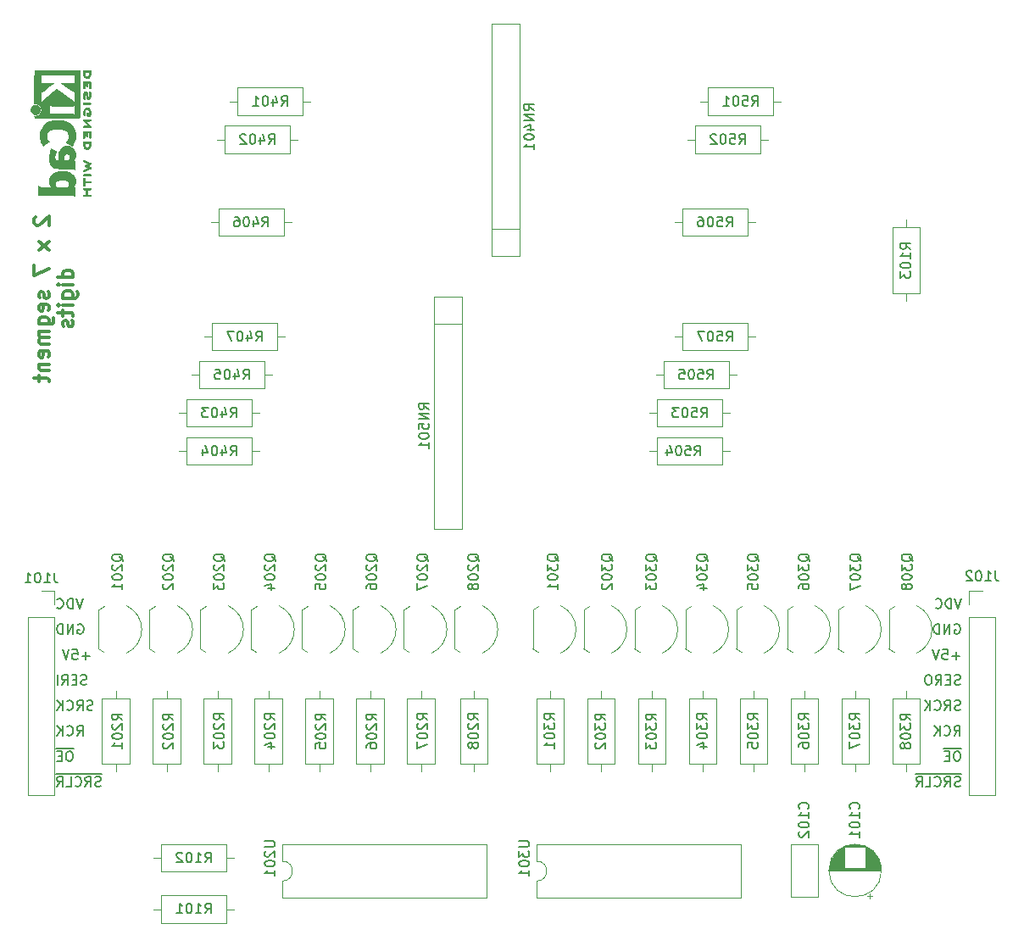
<source format=gbo>
G04 #@! TF.GenerationSoftware,KiCad,Pcbnew,7.0.9*
G04 #@! TF.CreationDate,2024-02-26T12:30:47+11:00*
G04 #@! TF.ProjectId,7segment,37736567-6d65-46e7-942e-6b696361645f,rev?*
G04 #@! TF.SameCoordinates,PX292dfe0PY1d11680*
G04 #@! TF.FileFunction,Legend,Bot*
G04 #@! TF.FilePolarity,Positive*
%FSLAX46Y46*%
G04 Gerber Fmt 4.6, Leading zero omitted, Abs format (unit mm)*
G04 Created by KiCad (PCBNEW 7.0.9) date 2024-02-26 12:30:47*
%MOMM*%
%LPD*%
G01*
G04 APERTURE LIST*
%ADD10C,0.150000*%
%ADD11C,0.300000*%
%ADD12C,0.120000*%
%ADD13C,0.010000*%
G04 APERTURE END LIST*
D10*
X3400112Y-76657200D02*
X3257255Y-76704819D01*
X3257255Y-76704819D02*
X3019160Y-76704819D01*
X3019160Y-76704819D02*
X2923922Y-76657200D01*
X2923922Y-76657200D02*
X2876303Y-76609580D01*
X2876303Y-76609580D02*
X2828684Y-76514342D01*
X2828684Y-76514342D02*
X2828684Y-76419104D01*
X2828684Y-76419104D02*
X2876303Y-76323866D01*
X2876303Y-76323866D02*
X2923922Y-76276247D01*
X2923922Y-76276247D02*
X3019160Y-76228628D01*
X3019160Y-76228628D02*
X3209636Y-76181009D01*
X3209636Y-76181009D02*
X3304874Y-76133390D01*
X3304874Y-76133390D02*
X3352493Y-76085771D01*
X3352493Y-76085771D02*
X3400112Y-75990533D01*
X3400112Y-75990533D02*
X3400112Y-75895295D01*
X3400112Y-75895295D02*
X3352493Y-75800057D01*
X3352493Y-75800057D02*
X3304874Y-75752438D01*
X3304874Y-75752438D02*
X3209636Y-75704819D01*
X3209636Y-75704819D02*
X2971541Y-75704819D01*
X2971541Y-75704819D02*
X2828684Y-75752438D01*
X1828684Y-76704819D02*
X2162017Y-76228628D01*
X2400112Y-76704819D02*
X2400112Y-75704819D01*
X2400112Y-75704819D02*
X2019160Y-75704819D01*
X2019160Y-75704819D02*
X1923922Y-75752438D01*
X1923922Y-75752438D02*
X1876303Y-75800057D01*
X1876303Y-75800057D02*
X1828684Y-75895295D01*
X1828684Y-75895295D02*
X1828684Y-76038152D01*
X1828684Y-76038152D02*
X1876303Y-76133390D01*
X1876303Y-76133390D02*
X1923922Y-76181009D01*
X1923922Y-76181009D02*
X2019160Y-76228628D01*
X2019160Y-76228628D02*
X2400112Y-76228628D01*
X828684Y-76609580D02*
X876303Y-76657200D01*
X876303Y-76657200D02*
X1019160Y-76704819D01*
X1019160Y-76704819D02*
X1114398Y-76704819D01*
X1114398Y-76704819D02*
X1257255Y-76657200D01*
X1257255Y-76657200D02*
X1352493Y-76561961D01*
X1352493Y-76561961D02*
X1400112Y-76466723D01*
X1400112Y-76466723D02*
X1447731Y-76276247D01*
X1447731Y-76276247D02*
X1447731Y-76133390D01*
X1447731Y-76133390D02*
X1400112Y-75942914D01*
X1400112Y-75942914D02*
X1352493Y-75847676D01*
X1352493Y-75847676D02*
X1257255Y-75752438D01*
X1257255Y-75752438D02*
X1114398Y-75704819D01*
X1114398Y-75704819D02*
X1019160Y-75704819D01*
X1019160Y-75704819D02*
X876303Y-75752438D01*
X876303Y-75752438D02*
X828684Y-75800057D01*
X-76078Y-76704819D02*
X400112Y-76704819D01*
X400112Y-76704819D02*
X400112Y-75704819D01*
X-980840Y-76704819D02*
X-647507Y-76228628D01*
X-409412Y-76704819D02*
X-409412Y-75704819D01*
X-409412Y-75704819D02*
X-790364Y-75704819D01*
X-790364Y-75704819D02*
X-885602Y-75752438D01*
X-885602Y-75752438D02*
X-933221Y-75800057D01*
X-933221Y-75800057D02*
X-980840Y-75895295D01*
X-980840Y-75895295D02*
X-980840Y-76038152D01*
X-980840Y-76038152D02*
X-933221Y-76133390D01*
X-933221Y-76133390D02*
X-885602Y-76181009D01*
X-885602Y-76181009D02*
X-790364Y-76228628D01*
X-790364Y-76228628D02*
X-409412Y-76228628D01*
X3490589Y-75427200D02*
X-1071316Y-75427200D01*
X352493Y-73164819D02*
X162017Y-73164819D01*
X162017Y-73164819D02*
X66779Y-73212438D01*
X66779Y-73212438D02*
X-28459Y-73307676D01*
X-28459Y-73307676D02*
X-76078Y-73498152D01*
X-76078Y-73498152D02*
X-76078Y-73831485D01*
X-76078Y-73831485D02*
X-28459Y-74021961D01*
X-28459Y-74021961D02*
X66779Y-74117200D01*
X66779Y-74117200D02*
X162017Y-74164819D01*
X162017Y-74164819D02*
X352493Y-74164819D01*
X352493Y-74164819D02*
X447731Y-74117200D01*
X447731Y-74117200D02*
X542969Y-74021961D01*
X542969Y-74021961D02*
X590588Y-73831485D01*
X590588Y-73831485D02*
X590588Y-73498152D01*
X590588Y-73498152D02*
X542969Y-73307676D01*
X542969Y-73307676D02*
X447731Y-73212438D01*
X447731Y-73212438D02*
X352493Y-73164819D01*
X-504650Y-73641009D02*
X-837983Y-73641009D01*
X-980840Y-74164819D02*
X-504650Y-74164819D01*
X-504650Y-74164819D02*
X-504650Y-73164819D01*
X-504650Y-73164819D02*
X-980840Y-73164819D01*
X681065Y-72887200D02*
X-1071316Y-72887200D01*
X89198220Y-63623866D02*
X88436316Y-63623866D01*
X88817268Y-64004819D02*
X88817268Y-63242914D01*
X87483935Y-63004819D02*
X87960125Y-63004819D01*
X87960125Y-63004819D02*
X88007744Y-63481009D01*
X88007744Y-63481009D02*
X87960125Y-63433390D01*
X87960125Y-63433390D02*
X87864887Y-63385771D01*
X87864887Y-63385771D02*
X87626792Y-63385771D01*
X87626792Y-63385771D02*
X87531554Y-63433390D01*
X87531554Y-63433390D02*
X87483935Y-63481009D01*
X87483935Y-63481009D02*
X87436316Y-63576247D01*
X87436316Y-63576247D02*
X87436316Y-63814342D01*
X87436316Y-63814342D02*
X87483935Y-63909580D01*
X87483935Y-63909580D02*
X87531554Y-63957200D01*
X87531554Y-63957200D02*
X87626792Y-64004819D01*
X87626792Y-64004819D02*
X87864887Y-64004819D01*
X87864887Y-64004819D02*
X87960125Y-63957200D01*
X87960125Y-63957200D02*
X88007744Y-63909580D01*
X87150601Y-63004819D02*
X86817268Y-64004819D01*
X86817268Y-64004819D02*
X86483935Y-63004819D01*
X1114398Y-60512438D02*
X1209636Y-60464819D01*
X1209636Y-60464819D02*
X1352493Y-60464819D01*
X1352493Y-60464819D02*
X1495350Y-60512438D01*
X1495350Y-60512438D02*
X1590588Y-60607676D01*
X1590588Y-60607676D02*
X1638207Y-60702914D01*
X1638207Y-60702914D02*
X1685826Y-60893390D01*
X1685826Y-60893390D02*
X1685826Y-61036247D01*
X1685826Y-61036247D02*
X1638207Y-61226723D01*
X1638207Y-61226723D02*
X1590588Y-61321961D01*
X1590588Y-61321961D02*
X1495350Y-61417200D01*
X1495350Y-61417200D02*
X1352493Y-61464819D01*
X1352493Y-61464819D02*
X1257255Y-61464819D01*
X1257255Y-61464819D02*
X1114398Y-61417200D01*
X1114398Y-61417200D02*
X1066779Y-61369580D01*
X1066779Y-61369580D02*
X1066779Y-61036247D01*
X1066779Y-61036247D02*
X1257255Y-61036247D01*
X638207Y-61464819D02*
X638207Y-60464819D01*
X638207Y-60464819D02*
X66779Y-61464819D01*
X66779Y-61464819D02*
X66779Y-60464819D01*
X-409412Y-61464819D02*
X-409412Y-60464819D01*
X-409412Y-60464819D02*
X-647507Y-60464819D01*
X-647507Y-60464819D02*
X-790364Y-60512438D01*
X-790364Y-60512438D02*
X-885602Y-60607676D01*
X-885602Y-60607676D02*
X-933221Y-60702914D01*
X-933221Y-60702914D02*
X-980840Y-60893390D01*
X-980840Y-60893390D02*
X-980840Y-61036247D01*
X-980840Y-61036247D02*
X-933221Y-61226723D01*
X-933221Y-61226723D02*
X-885602Y-61321961D01*
X-885602Y-61321961D02*
X-790364Y-61417200D01*
X-790364Y-61417200D02*
X-647507Y-61464819D01*
X-647507Y-61464819D02*
X-409412Y-61464819D01*
X89007744Y-73164819D02*
X88817268Y-73164819D01*
X88817268Y-73164819D02*
X88722030Y-73212438D01*
X88722030Y-73212438D02*
X88626792Y-73307676D01*
X88626792Y-73307676D02*
X88579173Y-73498152D01*
X88579173Y-73498152D02*
X88579173Y-73831485D01*
X88579173Y-73831485D02*
X88626792Y-74021961D01*
X88626792Y-74021961D02*
X88722030Y-74117200D01*
X88722030Y-74117200D02*
X88817268Y-74164819D01*
X88817268Y-74164819D02*
X89007744Y-74164819D01*
X89007744Y-74164819D02*
X89102982Y-74117200D01*
X89102982Y-74117200D02*
X89198220Y-74021961D01*
X89198220Y-74021961D02*
X89245839Y-73831485D01*
X89245839Y-73831485D02*
X89245839Y-73498152D01*
X89245839Y-73498152D02*
X89198220Y-73307676D01*
X89198220Y-73307676D02*
X89102982Y-73212438D01*
X89102982Y-73212438D02*
X89007744Y-73164819D01*
X88150601Y-73641009D02*
X87817268Y-73641009D01*
X87674411Y-74164819D02*
X88150601Y-74164819D01*
X88150601Y-74164819D02*
X88150601Y-73164819D01*
X88150601Y-73164819D02*
X87674411Y-73164819D01*
X89336316Y-72887200D02*
X87583935Y-72887200D01*
X89245839Y-66497200D02*
X89102982Y-66544819D01*
X89102982Y-66544819D02*
X88864887Y-66544819D01*
X88864887Y-66544819D02*
X88769649Y-66497200D01*
X88769649Y-66497200D02*
X88722030Y-66449580D01*
X88722030Y-66449580D02*
X88674411Y-66354342D01*
X88674411Y-66354342D02*
X88674411Y-66259104D01*
X88674411Y-66259104D02*
X88722030Y-66163866D01*
X88722030Y-66163866D02*
X88769649Y-66116247D01*
X88769649Y-66116247D02*
X88864887Y-66068628D01*
X88864887Y-66068628D02*
X89055363Y-66021009D01*
X89055363Y-66021009D02*
X89150601Y-65973390D01*
X89150601Y-65973390D02*
X89198220Y-65925771D01*
X89198220Y-65925771D02*
X89245839Y-65830533D01*
X89245839Y-65830533D02*
X89245839Y-65735295D01*
X89245839Y-65735295D02*
X89198220Y-65640057D01*
X89198220Y-65640057D02*
X89150601Y-65592438D01*
X89150601Y-65592438D02*
X89055363Y-65544819D01*
X89055363Y-65544819D02*
X88817268Y-65544819D01*
X88817268Y-65544819D02*
X88674411Y-65592438D01*
X88245839Y-66021009D02*
X87912506Y-66021009D01*
X87769649Y-66544819D02*
X88245839Y-66544819D01*
X88245839Y-66544819D02*
X88245839Y-65544819D01*
X88245839Y-65544819D02*
X87769649Y-65544819D01*
X86769649Y-66544819D02*
X87102982Y-66068628D01*
X87341077Y-66544819D02*
X87341077Y-65544819D01*
X87341077Y-65544819D02*
X86960125Y-65544819D01*
X86960125Y-65544819D02*
X86864887Y-65592438D01*
X86864887Y-65592438D02*
X86817268Y-65640057D01*
X86817268Y-65640057D02*
X86769649Y-65735295D01*
X86769649Y-65735295D02*
X86769649Y-65878152D01*
X86769649Y-65878152D02*
X86817268Y-65973390D01*
X86817268Y-65973390D02*
X86864887Y-66021009D01*
X86864887Y-66021009D02*
X86960125Y-66068628D01*
X86960125Y-66068628D02*
X87341077Y-66068628D01*
X86150601Y-65544819D02*
X85960125Y-65544819D01*
X85960125Y-65544819D02*
X85864887Y-65592438D01*
X85864887Y-65592438D02*
X85769649Y-65687676D01*
X85769649Y-65687676D02*
X85722030Y-65878152D01*
X85722030Y-65878152D02*
X85722030Y-66211485D01*
X85722030Y-66211485D02*
X85769649Y-66401961D01*
X85769649Y-66401961D02*
X85864887Y-66497200D01*
X85864887Y-66497200D02*
X85960125Y-66544819D01*
X85960125Y-66544819D02*
X86150601Y-66544819D01*
X86150601Y-66544819D02*
X86245839Y-66497200D01*
X86245839Y-66497200D02*
X86341077Y-66401961D01*
X86341077Y-66401961D02*
X86388696Y-66211485D01*
X86388696Y-66211485D02*
X86388696Y-65878152D01*
X86388696Y-65878152D02*
X86341077Y-65687676D01*
X86341077Y-65687676D02*
X86245839Y-65592438D01*
X86245839Y-65592438D02*
X86150601Y-65544819D01*
X89341077Y-57924819D02*
X89007744Y-58924819D01*
X89007744Y-58924819D02*
X88674411Y-57924819D01*
X88341077Y-58924819D02*
X88341077Y-57924819D01*
X88341077Y-57924819D02*
X88102982Y-57924819D01*
X88102982Y-57924819D02*
X87960125Y-57972438D01*
X87960125Y-57972438D02*
X87864887Y-58067676D01*
X87864887Y-58067676D02*
X87817268Y-58162914D01*
X87817268Y-58162914D02*
X87769649Y-58353390D01*
X87769649Y-58353390D02*
X87769649Y-58496247D01*
X87769649Y-58496247D02*
X87817268Y-58686723D01*
X87817268Y-58686723D02*
X87864887Y-58781961D01*
X87864887Y-58781961D02*
X87960125Y-58877200D01*
X87960125Y-58877200D02*
X88102982Y-58924819D01*
X88102982Y-58924819D02*
X88341077Y-58924819D01*
X86769649Y-58829580D02*
X86817268Y-58877200D01*
X86817268Y-58877200D02*
X86960125Y-58924819D01*
X86960125Y-58924819D02*
X87055363Y-58924819D01*
X87055363Y-58924819D02*
X87198220Y-58877200D01*
X87198220Y-58877200D02*
X87293458Y-58781961D01*
X87293458Y-58781961D02*
X87341077Y-58686723D01*
X87341077Y-58686723D02*
X87388696Y-58496247D01*
X87388696Y-58496247D02*
X87388696Y-58353390D01*
X87388696Y-58353390D02*
X87341077Y-58162914D01*
X87341077Y-58162914D02*
X87293458Y-58067676D01*
X87293458Y-58067676D02*
X87198220Y-57972438D01*
X87198220Y-57972438D02*
X87055363Y-57924819D01*
X87055363Y-57924819D02*
X86960125Y-57924819D01*
X86960125Y-57924819D02*
X86817268Y-57972438D01*
X86817268Y-57972438D02*
X86769649Y-58020057D01*
D11*
X-3156315Y-19797143D02*
X-3227743Y-19868571D01*
X-3227743Y-19868571D02*
X-3299172Y-20011429D01*
X-3299172Y-20011429D02*
X-3299172Y-20368571D01*
X-3299172Y-20368571D02*
X-3227743Y-20511429D01*
X-3227743Y-20511429D02*
X-3156315Y-20582857D01*
X-3156315Y-20582857D02*
X-3013458Y-20654286D01*
X-3013458Y-20654286D02*
X-2870600Y-20654286D01*
X-2870600Y-20654286D02*
X-2656315Y-20582857D01*
X-2656315Y-20582857D02*
X-1799172Y-19725714D01*
X-1799172Y-19725714D02*
X-1799172Y-20654286D01*
X-1799172Y-22297142D02*
X-2799172Y-23082857D01*
X-2799172Y-22297142D02*
X-1799172Y-23082857D01*
X-3299172Y-24654285D02*
X-3299172Y-25654285D01*
X-3299172Y-25654285D02*
X-1799172Y-25011428D01*
X-1870600Y-27297142D02*
X-1799172Y-27439999D01*
X-1799172Y-27439999D02*
X-1799172Y-27725713D01*
X-1799172Y-27725713D02*
X-1870600Y-27868570D01*
X-1870600Y-27868570D02*
X-2013458Y-27939999D01*
X-2013458Y-27939999D02*
X-2084886Y-27939999D01*
X-2084886Y-27939999D02*
X-2227743Y-27868570D01*
X-2227743Y-27868570D02*
X-2299172Y-27725713D01*
X-2299172Y-27725713D02*
X-2299172Y-27511428D01*
X-2299172Y-27511428D02*
X-2370600Y-27368570D01*
X-2370600Y-27368570D02*
X-2513458Y-27297142D01*
X-2513458Y-27297142D02*
X-2584886Y-27297142D01*
X-2584886Y-27297142D02*
X-2727743Y-27368570D01*
X-2727743Y-27368570D02*
X-2799172Y-27511428D01*
X-2799172Y-27511428D02*
X-2799172Y-27725713D01*
X-2799172Y-27725713D02*
X-2727743Y-27868570D01*
X-1870600Y-29154285D02*
X-1799172Y-29011428D01*
X-1799172Y-29011428D02*
X-1799172Y-28725714D01*
X-1799172Y-28725714D02*
X-1870600Y-28582856D01*
X-1870600Y-28582856D02*
X-2013458Y-28511428D01*
X-2013458Y-28511428D02*
X-2584886Y-28511428D01*
X-2584886Y-28511428D02*
X-2727743Y-28582856D01*
X-2727743Y-28582856D02*
X-2799172Y-28725714D01*
X-2799172Y-28725714D02*
X-2799172Y-29011428D01*
X-2799172Y-29011428D02*
X-2727743Y-29154285D01*
X-2727743Y-29154285D02*
X-2584886Y-29225714D01*
X-2584886Y-29225714D02*
X-2442029Y-29225714D01*
X-2442029Y-29225714D02*
X-2299172Y-28511428D01*
X-2799172Y-30511428D02*
X-1584886Y-30511428D01*
X-1584886Y-30511428D02*
X-1442029Y-30439999D01*
X-1442029Y-30439999D02*
X-1370600Y-30368570D01*
X-1370600Y-30368570D02*
X-1299172Y-30225713D01*
X-1299172Y-30225713D02*
X-1299172Y-30011428D01*
X-1299172Y-30011428D02*
X-1370600Y-29868570D01*
X-1870600Y-30511428D02*
X-1799172Y-30368570D01*
X-1799172Y-30368570D02*
X-1799172Y-30082856D01*
X-1799172Y-30082856D02*
X-1870600Y-29939999D01*
X-1870600Y-29939999D02*
X-1942029Y-29868570D01*
X-1942029Y-29868570D02*
X-2084886Y-29797142D01*
X-2084886Y-29797142D02*
X-2513458Y-29797142D01*
X-2513458Y-29797142D02*
X-2656315Y-29868570D01*
X-2656315Y-29868570D02*
X-2727743Y-29939999D01*
X-2727743Y-29939999D02*
X-2799172Y-30082856D01*
X-2799172Y-30082856D02*
X-2799172Y-30368570D01*
X-2799172Y-30368570D02*
X-2727743Y-30511428D01*
X-1799172Y-31225713D02*
X-2799172Y-31225713D01*
X-2656315Y-31225713D02*
X-2727743Y-31297142D01*
X-2727743Y-31297142D02*
X-2799172Y-31439999D01*
X-2799172Y-31439999D02*
X-2799172Y-31654285D01*
X-2799172Y-31654285D02*
X-2727743Y-31797142D01*
X-2727743Y-31797142D02*
X-2584886Y-31868571D01*
X-2584886Y-31868571D02*
X-1799172Y-31868571D01*
X-2584886Y-31868571D02*
X-2727743Y-31939999D01*
X-2727743Y-31939999D02*
X-2799172Y-32082856D01*
X-2799172Y-32082856D02*
X-2799172Y-32297142D01*
X-2799172Y-32297142D02*
X-2727743Y-32439999D01*
X-2727743Y-32439999D02*
X-2584886Y-32511428D01*
X-2584886Y-32511428D02*
X-1799172Y-32511428D01*
X-1870600Y-33797142D02*
X-1799172Y-33654285D01*
X-1799172Y-33654285D02*
X-1799172Y-33368571D01*
X-1799172Y-33368571D02*
X-1870600Y-33225713D01*
X-1870600Y-33225713D02*
X-2013458Y-33154285D01*
X-2013458Y-33154285D02*
X-2584886Y-33154285D01*
X-2584886Y-33154285D02*
X-2727743Y-33225713D01*
X-2727743Y-33225713D02*
X-2799172Y-33368571D01*
X-2799172Y-33368571D02*
X-2799172Y-33654285D01*
X-2799172Y-33654285D02*
X-2727743Y-33797142D01*
X-2727743Y-33797142D02*
X-2584886Y-33868571D01*
X-2584886Y-33868571D02*
X-2442029Y-33868571D01*
X-2442029Y-33868571D02*
X-2299172Y-33154285D01*
X-2799172Y-34511427D02*
X-1799172Y-34511427D01*
X-2656315Y-34511427D02*
X-2727743Y-34582856D01*
X-2727743Y-34582856D02*
X-2799172Y-34725713D01*
X-2799172Y-34725713D02*
X-2799172Y-34939999D01*
X-2799172Y-34939999D02*
X-2727743Y-35082856D01*
X-2727743Y-35082856D02*
X-2584886Y-35154285D01*
X-2584886Y-35154285D02*
X-1799172Y-35154285D01*
X-2799172Y-35654285D02*
X-2799172Y-36225713D01*
X-3299172Y-35868570D02*
X-2013458Y-35868570D01*
X-2013458Y-35868570D02*
X-1870600Y-35939999D01*
X-1870600Y-35939999D02*
X-1799172Y-36082856D01*
X-1799172Y-36082856D02*
X-1799172Y-36225713D01*
X615828Y-25832857D02*
X-884172Y-25832857D01*
X544400Y-25832857D02*
X615828Y-25689999D01*
X615828Y-25689999D02*
X615828Y-25404285D01*
X615828Y-25404285D02*
X544400Y-25261428D01*
X544400Y-25261428D02*
X472971Y-25189999D01*
X472971Y-25189999D02*
X330114Y-25118571D01*
X330114Y-25118571D02*
X-98458Y-25118571D01*
X-98458Y-25118571D02*
X-241315Y-25189999D01*
X-241315Y-25189999D02*
X-312743Y-25261428D01*
X-312743Y-25261428D02*
X-384172Y-25404285D01*
X-384172Y-25404285D02*
X-384172Y-25689999D01*
X-384172Y-25689999D02*
X-312743Y-25832857D01*
X615828Y-26547142D02*
X-384172Y-26547142D01*
X-884172Y-26547142D02*
X-812743Y-26475714D01*
X-812743Y-26475714D02*
X-741315Y-26547142D01*
X-741315Y-26547142D02*
X-812743Y-26618571D01*
X-812743Y-26618571D02*
X-884172Y-26547142D01*
X-884172Y-26547142D02*
X-741315Y-26547142D01*
X-384172Y-27904286D02*
X830114Y-27904286D01*
X830114Y-27904286D02*
X972971Y-27832857D01*
X972971Y-27832857D02*
X1044400Y-27761428D01*
X1044400Y-27761428D02*
X1115828Y-27618571D01*
X1115828Y-27618571D02*
X1115828Y-27404286D01*
X1115828Y-27404286D02*
X1044400Y-27261428D01*
X544400Y-27904286D02*
X615828Y-27761428D01*
X615828Y-27761428D02*
X615828Y-27475714D01*
X615828Y-27475714D02*
X544400Y-27332857D01*
X544400Y-27332857D02*
X472971Y-27261428D01*
X472971Y-27261428D02*
X330114Y-27190000D01*
X330114Y-27190000D02*
X-98458Y-27190000D01*
X-98458Y-27190000D02*
X-241315Y-27261428D01*
X-241315Y-27261428D02*
X-312743Y-27332857D01*
X-312743Y-27332857D02*
X-384172Y-27475714D01*
X-384172Y-27475714D02*
X-384172Y-27761428D01*
X-384172Y-27761428D02*
X-312743Y-27904286D01*
X615828Y-28618571D02*
X-384172Y-28618571D01*
X-884172Y-28618571D02*
X-812743Y-28547143D01*
X-812743Y-28547143D02*
X-741315Y-28618571D01*
X-741315Y-28618571D02*
X-812743Y-28690000D01*
X-812743Y-28690000D02*
X-884172Y-28618571D01*
X-884172Y-28618571D02*
X-741315Y-28618571D01*
X-384172Y-29118572D02*
X-384172Y-29690000D01*
X-884172Y-29332857D02*
X401542Y-29332857D01*
X401542Y-29332857D02*
X544400Y-29404286D01*
X544400Y-29404286D02*
X615828Y-29547143D01*
X615828Y-29547143D02*
X615828Y-29690000D01*
X544400Y-30118572D02*
X615828Y-30261429D01*
X615828Y-30261429D02*
X615828Y-30547143D01*
X615828Y-30547143D02*
X544400Y-30690000D01*
X544400Y-30690000D02*
X401542Y-30761429D01*
X401542Y-30761429D02*
X330114Y-30761429D01*
X330114Y-30761429D02*
X187257Y-30690000D01*
X187257Y-30690000D02*
X115828Y-30547143D01*
X115828Y-30547143D02*
X115828Y-30332858D01*
X115828Y-30332858D02*
X44400Y-30190000D01*
X44400Y-30190000D02*
X-98458Y-30118572D01*
X-98458Y-30118572D02*
X-169886Y-30118572D01*
X-169886Y-30118572D02*
X-312743Y-30190000D01*
X-312743Y-30190000D02*
X-384172Y-30332858D01*
X-384172Y-30332858D02*
X-384172Y-30547143D01*
X-384172Y-30547143D02*
X-312743Y-30690000D01*
D10*
X88674411Y-60512438D02*
X88769649Y-60464819D01*
X88769649Y-60464819D02*
X88912506Y-60464819D01*
X88912506Y-60464819D02*
X89055363Y-60512438D01*
X89055363Y-60512438D02*
X89150601Y-60607676D01*
X89150601Y-60607676D02*
X89198220Y-60702914D01*
X89198220Y-60702914D02*
X89245839Y-60893390D01*
X89245839Y-60893390D02*
X89245839Y-61036247D01*
X89245839Y-61036247D02*
X89198220Y-61226723D01*
X89198220Y-61226723D02*
X89150601Y-61321961D01*
X89150601Y-61321961D02*
X89055363Y-61417200D01*
X89055363Y-61417200D02*
X88912506Y-61464819D01*
X88912506Y-61464819D02*
X88817268Y-61464819D01*
X88817268Y-61464819D02*
X88674411Y-61417200D01*
X88674411Y-61417200D02*
X88626792Y-61369580D01*
X88626792Y-61369580D02*
X88626792Y-61036247D01*
X88626792Y-61036247D02*
X88817268Y-61036247D01*
X88198220Y-61464819D02*
X88198220Y-60464819D01*
X88198220Y-60464819D02*
X87626792Y-61464819D01*
X87626792Y-61464819D02*
X87626792Y-60464819D01*
X87150601Y-61464819D02*
X87150601Y-60464819D01*
X87150601Y-60464819D02*
X86912506Y-60464819D01*
X86912506Y-60464819D02*
X86769649Y-60512438D01*
X86769649Y-60512438D02*
X86674411Y-60607676D01*
X86674411Y-60607676D02*
X86626792Y-60702914D01*
X86626792Y-60702914D02*
X86579173Y-60893390D01*
X86579173Y-60893390D02*
X86579173Y-61036247D01*
X86579173Y-61036247D02*
X86626792Y-61226723D01*
X86626792Y-61226723D02*
X86674411Y-61321961D01*
X86674411Y-61321961D02*
X86769649Y-61417200D01*
X86769649Y-61417200D02*
X86912506Y-61464819D01*
X86912506Y-61464819D02*
X87150601Y-61464819D01*
X2590588Y-69037200D02*
X2447731Y-69084819D01*
X2447731Y-69084819D02*
X2209636Y-69084819D01*
X2209636Y-69084819D02*
X2114398Y-69037200D01*
X2114398Y-69037200D02*
X2066779Y-68989580D01*
X2066779Y-68989580D02*
X2019160Y-68894342D01*
X2019160Y-68894342D02*
X2019160Y-68799104D01*
X2019160Y-68799104D02*
X2066779Y-68703866D01*
X2066779Y-68703866D02*
X2114398Y-68656247D01*
X2114398Y-68656247D02*
X2209636Y-68608628D01*
X2209636Y-68608628D02*
X2400112Y-68561009D01*
X2400112Y-68561009D02*
X2495350Y-68513390D01*
X2495350Y-68513390D02*
X2542969Y-68465771D01*
X2542969Y-68465771D02*
X2590588Y-68370533D01*
X2590588Y-68370533D02*
X2590588Y-68275295D01*
X2590588Y-68275295D02*
X2542969Y-68180057D01*
X2542969Y-68180057D02*
X2495350Y-68132438D01*
X2495350Y-68132438D02*
X2400112Y-68084819D01*
X2400112Y-68084819D02*
X2162017Y-68084819D01*
X2162017Y-68084819D02*
X2019160Y-68132438D01*
X1019160Y-69084819D02*
X1352493Y-68608628D01*
X1590588Y-69084819D02*
X1590588Y-68084819D01*
X1590588Y-68084819D02*
X1209636Y-68084819D01*
X1209636Y-68084819D02*
X1114398Y-68132438D01*
X1114398Y-68132438D02*
X1066779Y-68180057D01*
X1066779Y-68180057D02*
X1019160Y-68275295D01*
X1019160Y-68275295D02*
X1019160Y-68418152D01*
X1019160Y-68418152D02*
X1066779Y-68513390D01*
X1066779Y-68513390D02*
X1114398Y-68561009D01*
X1114398Y-68561009D02*
X1209636Y-68608628D01*
X1209636Y-68608628D02*
X1590588Y-68608628D01*
X19160Y-68989580D02*
X66779Y-69037200D01*
X66779Y-69037200D02*
X209636Y-69084819D01*
X209636Y-69084819D02*
X304874Y-69084819D01*
X304874Y-69084819D02*
X447731Y-69037200D01*
X447731Y-69037200D02*
X542969Y-68941961D01*
X542969Y-68941961D02*
X590588Y-68846723D01*
X590588Y-68846723D02*
X638207Y-68656247D01*
X638207Y-68656247D02*
X638207Y-68513390D01*
X638207Y-68513390D02*
X590588Y-68322914D01*
X590588Y-68322914D02*
X542969Y-68227676D01*
X542969Y-68227676D02*
X447731Y-68132438D01*
X447731Y-68132438D02*
X304874Y-68084819D01*
X304874Y-68084819D02*
X209636Y-68084819D01*
X209636Y-68084819D02*
X66779Y-68132438D01*
X66779Y-68132438D02*
X19160Y-68180057D01*
X-409412Y-69084819D02*
X-409412Y-68084819D01*
X-980840Y-69084819D02*
X-552269Y-68513390D01*
X-980840Y-68084819D02*
X-409412Y-68656247D01*
X2273207Y-63623866D02*
X1511303Y-63623866D01*
X1892255Y-64004819D02*
X1892255Y-63242914D01*
X558922Y-63004819D02*
X1035112Y-63004819D01*
X1035112Y-63004819D02*
X1082731Y-63481009D01*
X1082731Y-63481009D02*
X1035112Y-63433390D01*
X1035112Y-63433390D02*
X939874Y-63385771D01*
X939874Y-63385771D02*
X701779Y-63385771D01*
X701779Y-63385771D02*
X606541Y-63433390D01*
X606541Y-63433390D02*
X558922Y-63481009D01*
X558922Y-63481009D02*
X511303Y-63576247D01*
X511303Y-63576247D02*
X511303Y-63814342D01*
X511303Y-63814342D02*
X558922Y-63909580D01*
X558922Y-63909580D02*
X606541Y-63957200D01*
X606541Y-63957200D02*
X701779Y-64004819D01*
X701779Y-64004819D02*
X939874Y-64004819D01*
X939874Y-64004819D02*
X1035112Y-63957200D01*
X1035112Y-63957200D02*
X1082731Y-63909580D01*
X225588Y-63004819D02*
X-107745Y-64004819D01*
X-107745Y-64004819D02*
X-441078Y-63004819D01*
X88626792Y-71624819D02*
X88960125Y-71148628D01*
X89198220Y-71624819D02*
X89198220Y-70624819D01*
X89198220Y-70624819D02*
X88817268Y-70624819D01*
X88817268Y-70624819D02*
X88722030Y-70672438D01*
X88722030Y-70672438D02*
X88674411Y-70720057D01*
X88674411Y-70720057D02*
X88626792Y-70815295D01*
X88626792Y-70815295D02*
X88626792Y-70958152D01*
X88626792Y-70958152D02*
X88674411Y-71053390D01*
X88674411Y-71053390D02*
X88722030Y-71101009D01*
X88722030Y-71101009D02*
X88817268Y-71148628D01*
X88817268Y-71148628D02*
X89198220Y-71148628D01*
X87626792Y-71529580D02*
X87674411Y-71577200D01*
X87674411Y-71577200D02*
X87817268Y-71624819D01*
X87817268Y-71624819D02*
X87912506Y-71624819D01*
X87912506Y-71624819D02*
X88055363Y-71577200D01*
X88055363Y-71577200D02*
X88150601Y-71481961D01*
X88150601Y-71481961D02*
X88198220Y-71386723D01*
X88198220Y-71386723D02*
X88245839Y-71196247D01*
X88245839Y-71196247D02*
X88245839Y-71053390D01*
X88245839Y-71053390D02*
X88198220Y-70862914D01*
X88198220Y-70862914D02*
X88150601Y-70767676D01*
X88150601Y-70767676D02*
X88055363Y-70672438D01*
X88055363Y-70672438D02*
X87912506Y-70624819D01*
X87912506Y-70624819D02*
X87817268Y-70624819D01*
X87817268Y-70624819D02*
X87674411Y-70672438D01*
X87674411Y-70672438D02*
X87626792Y-70720057D01*
X87198220Y-71624819D02*
X87198220Y-70624819D01*
X86626792Y-71624819D02*
X87055363Y-71053390D01*
X86626792Y-70624819D02*
X87198220Y-71196247D01*
X89245839Y-76657200D02*
X89102982Y-76704819D01*
X89102982Y-76704819D02*
X88864887Y-76704819D01*
X88864887Y-76704819D02*
X88769649Y-76657200D01*
X88769649Y-76657200D02*
X88722030Y-76609580D01*
X88722030Y-76609580D02*
X88674411Y-76514342D01*
X88674411Y-76514342D02*
X88674411Y-76419104D01*
X88674411Y-76419104D02*
X88722030Y-76323866D01*
X88722030Y-76323866D02*
X88769649Y-76276247D01*
X88769649Y-76276247D02*
X88864887Y-76228628D01*
X88864887Y-76228628D02*
X89055363Y-76181009D01*
X89055363Y-76181009D02*
X89150601Y-76133390D01*
X89150601Y-76133390D02*
X89198220Y-76085771D01*
X89198220Y-76085771D02*
X89245839Y-75990533D01*
X89245839Y-75990533D02*
X89245839Y-75895295D01*
X89245839Y-75895295D02*
X89198220Y-75800057D01*
X89198220Y-75800057D02*
X89150601Y-75752438D01*
X89150601Y-75752438D02*
X89055363Y-75704819D01*
X89055363Y-75704819D02*
X88817268Y-75704819D01*
X88817268Y-75704819D02*
X88674411Y-75752438D01*
X87674411Y-76704819D02*
X88007744Y-76228628D01*
X88245839Y-76704819D02*
X88245839Y-75704819D01*
X88245839Y-75704819D02*
X87864887Y-75704819D01*
X87864887Y-75704819D02*
X87769649Y-75752438D01*
X87769649Y-75752438D02*
X87722030Y-75800057D01*
X87722030Y-75800057D02*
X87674411Y-75895295D01*
X87674411Y-75895295D02*
X87674411Y-76038152D01*
X87674411Y-76038152D02*
X87722030Y-76133390D01*
X87722030Y-76133390D02*
X87769649Y-76181009D01*
X87769649Y-76181009D02*
X87864887Y-76228628D01*
X87864887Y-76228628D02*
X88245839Y-76228628D01*
X86674411Y-76609580D02*
X86722030Y-76657200D01*
X86722030Y-76657200D02*
X86864887Y-76704819D01*
X86864887Y-76704819D02*
X86960125Y-76704819D01*
X86960125Y-76704819D02*
X87102982Y-76657200D01*
X87102982Y-76657200D02*
X87198220Y-76561961D01*
X87198220Y-76561961D02*
X87245839Y-76466723D01*
X87245839Y-76466723D02*
X87293458Y-76276247D01*
X87293458Y-76276247D02*
X87293458Y-76133390D01*
X87293458Y-76133390D02*
X87245839Y-75942914D01*
X87245839Y-75942914D02*
X87198220Y-75847676D01*
X87198220Y-75847676D02*
X87102982Y-75752438D01*
X87102982Y-75752438D02*
X86960125Y-75704819D01*
X86960125Y-75704819D02*
X86864887Y-75704819D01*
X86864887Y-75704819D02*
X86722030Y-75752438D01*
X86722030Y-75752438D02*
X86674411Y-75800057D01*
X85769649Y-76704819D02*
X86245839Y-76704819D01*
X86245839Y-76704819D02*
X86245839Y-75704819D01*
X84864887Y-76704819D02*
X85198220Y-76228628D01*
X85436315Y-76704819D02*
X85436315Y-75704819D01*
X85436315Y-75704819D02*
X85055363Y-75704819D01*
X85055363Y-75704819D02*
X84960125Y-75752438D01*
X84960125Y-75752438D02*
X84912506Y-75800057D01*
X84912506Y-75800057D02*
X84864887Y-75895295D01*
X84864887Y-75895295D02*
X84864887Y-76038152D01*
X84864887Y-76038152D02*
X84912506Y-76133390D01*
X84912506Y-76133390D02*
X84960125Y-76181009D01*
X84960125Y-76181009D02*
X85055363Y-76228628D01*
X85055363Y-76228628D02*
X85436315Y-76228628D01*
X89336316Y-75427200D02*
X84774411Y-75427200D01*
X1590588Y-57924819D02*
X1257255Y-58924819D01*
X1257255Y-58924819D02*
X923922Y-57924819D01*
X590588Y-58924819D02*
X590588Y-57924819D01*
X590588Y-57924819D02*
X352493Y-57924819D01*
X352493Y-57924819D02*
X209636Y-57972438D01*
X209636Y-57972438D02*
X114398Y-58067676D01*
X114398Y-58067676D02*
X66779Y-58162914D01*
X66779Y-58162914D02*
X19160Y-58353390D01*
X19160Y-58353390D02*
X19160Y-58496247D01*
X19160Y-58496247D02*
X66779Y-58686723D01*
X66779Y-58686723D02*
X114398Y-58781961D01*
X114398Y-58781961D02*
X209636Y-58877200D01*
X209636Y-58877200D02*
X352493Y-58924819D01*
X352493Y-58924819D02*
X590588Y-58924819D01*
X-980840Y-58829580D02*
X-933221Y-58877200D01*
X-933221Y-58877200D02*
X-790364Y-58924819D01*
X-790364Y-58924819D02*
X-695126Y-58924819D01*
X-695126Y-58924819D02*
X-552269Y-58877200D01*
X-552269Y-58877200D02*
X-457031Y-58781961D01*
X-457031Y-58781961D02*
X-409412Y-58686723D01*
X-409412Y-58686723D02*
X-361793Y-58496247D01*
X-361793Y-58496247D02*
X-361793Y-58353390D01*
X-361793Y-58353390D02*
X-409412Y-58162914D01*
X-409412Y-58162914D02*
X-457031Y-58067676D01*
X-457031Y-58067676D02*
X-552269Y-57972438D01*
X-552269Y-57972438D02*
X-695126Y-57924819D01*
X-695126Y-57924819D02*
X-790364Y-57924819D01*
X-790364Y-57924819D02*
X-933221Y-57972438D01*
X-933221Y-57972438D02*
X-980840Y-58020057D01*
X89245839Y-69037200D02*
X89102982Y-69084819D01*
X89102982Y-69084819D02*
X88864887Y-69084819D01*
X88864887Y-69084819D02*
X88769649Y-69037200D01*
X88769649Y-69037200D02*
X88722030Y-68989580D01*
X88722030Y-68989580D02*
X88674411Y-68894342D01*
X88674411Y-68894342D02*
X88674411Y-68799104D01*
X88674411Y-68799104D02*
X88722030Y-68703866D01*
X88722030Y-68703866D02*
X88769649Y-68656247D01*
X88769649Y-68656247D02*
X88864887Y-68608628D01*
X88864887Y-68608628D02*
X89055363Y-68561009D01*
X89055363Y-68561009D02*
X89150601Y-68513390D01*
X89150601Y-68513390D02*
X89198220Y-68465771D01*
X89198220Y-68465771D02*
X89245839Y-68370533D01*
X89245839Y-68370533D02*
X89245839Y-68275295D01*
X89245839Y-68275295D02*
X89198220Y-68180057D01*
X89198220Y-68180057D02*
X89150601Y-68132438D01*
X89150601Y-68132438D02*
X89055363Y-68084819D01*
X89055363Y-68084819D02*
X88817268Y-68084819D01*
X88817268Y-68084819D02*
X88674411Y-68132438D01*
X87674411Y-69084819D02*
X88007744Y-68608628D01*
X88245839Y-69084819D02*
X88245839Y-68084819D01*
X88245839Y-68084819D02*
X87864887Y-68084819D01*
X87864887Y-68084819D02*
X87769649Y-68132438D01*
X87769649Y-68132438D02*
X87722030Y-68180057D01*
X87722030Y-68180057D02*
X87674411Y-68275295D01*
X87674411Y-68275295D02*
X87674411Y-68418152D01*
X87674411Y-68418152D02*
X87722030Y-68513390D01*
X87722030Y-68513390D02*
X87769649Y-68561009D01*
X87769649Y-68561009D02*
X87864887Y-68608628D01*
X87864887Y-68608628D02*
X88245839Y-68608628D01*
X86674411Y-68989580D02*
X86722030Y-69037200D01*
X86722030Y-69037200D02*
X86864887Y-69084819D01*
X86864887Y-69084819D02*
X86960125Y-69084819D01*
X86960125Y-69084819D02*
X87102982Y-69037200D01*
X87102982Y-69037200D02*
X87198220Y-68941961D01*
X87198220Y-68941961D02*
X87245839Y-68846723D01*
X87245839Y-68846723D02*
X87293458Y-68656247D01*
X87293458Y-68656247D02*
X87293458Y-68513390D01*
X87293458Y-68513390D02*
X87245839Y-68322914D01*
X87245839Y-68322914D02*
X87198220Y-68227676D01*
X87198220Y-68227676D02*
X87102982Y-68132438D01*
X87102982Y-68132438D02*
X86960125Y-68084819D01*
X86960125Y-68084819D02*
X86864887Y-68084819D01*
X86864887Y-68084819D02*
X86722030Y-68132438D01*
X86722030Y-68132438D02*
X86674411Y-68180057D01*
X86245839Y-69084819D02*
X86245839Y-68084819D01*
X85674411Y-69084819D02*
X86102982Y-68513390D01*
X85674411Y-68084819D02*
X86245839Y-68656247D01*
X1019160Y-71624819D02*
X1352493Y-71148628D01*
X1590588Y-71624819D02*
X1590588Y-70624819D01*
X1590588Y-70624819D02*
X1209636Y-70624819D01*
X1209636Y-70624819D02*
X1114398Y-70672438D01*
X1114398Y-70672438D02*
X1066779Y-70720057D01*
X1066779Y-70720057D02*
X1019160Y-70815295D01*
X1019160Y-70815295D02*
X1019160Y-70958152D01*
X1019160Y-70958152D02*
X1066779Y-71053390D01*
X1066779Y-71053390D02*
X1114398Y-71101009D01*
X1114398Y-71101009D02*
X1209636Y-71148628D01*
X1209636Y-71148628D02*
X1590588Y-71148628D01*
X19160Y-71529580D02*
X66779Y-71577200D01*
X66779Y-71577200D02*
X209636Y-71624819D01*
X209636Y-71624819D02*
X304874Y-71624819D01*
X304874Y-71624819D02*
X447731Y-71577200D01*
X447731Y-71577200D02*
X542969Y-71481961D01*
X542969Y-71481961D02*
X590588Y-71386723D01*
X590588Y-71386723D02*
X638207Y-71196247D01*
X638207Y-71196247D02*
X638207Y-71053390D01*
X638207Y-71053390D02*
X590588Y-70862914D01*
X590588Y-70862914D02*
X542969Y-70767676D01*
X542969Y-70767676D02*
X447731Y-70672438D01*
X447731Y-70672438D02*
X304874Y-70624819D01*
X304874Y-70624819D02*
X209636Y-70624819D01*
X209636Y-70624819D02*
X66779Y-70672438D01*
X66779Y-70672438D02*
X19160Y-70720057D01*
X-409412Y-71624819D02*
X-409412Y-70624819D01*
X-980840Y-71624819D02*
X-552269Y-71053390D01*
X-980840Y-70624819D02*
X-409412Y-71196247D01*
X1971540Y-66497200D02*
X1828683Y-66544819D01*
X1828683Y-66544819D02*
X1590588Y-66544819D01*
X1590588Y-66544819D02*
X1495350Y-66497200D01*
X1495350Y-66497200D02*
X1447731Y-66449580D01*
X1447731Y-66449580D02*
X1400112Y-66354342D01*
X1400112Y-66354342D02*
X1400112Y-66259104D01*
X1400112Y-66259104D02*
X1447731Y-66163866D01*
X1447731Y-66163866D02*
X1495350Y-66116247D01*
X1495350Y-66116247D02*
X1590588Y-66068628D01*
X1590588Y-66068628D02*
X1781064Y-66021009D01*
X1781064Y-66021009D02*
X1876302Y-65973390D01*
X1876302Y-65973390D02*
X1923921Y-65925771D01*
X1923921Y-65925771D02*
X1971540Y-65830533D01*
X1971540Y-65830533D02*
X1971540Y-65735295D01*
X1971540Y-65735295D02*
X1923921Y-65640057D01*
X1923921Y-65640057D02*
X1876302Y-65592438D01*
X1876302Y-65592438D02*
X1781064Y-65544819D01*
X1781064Y-65544819D02*
X1542969Y-65544819D01*
X1542969Y-65544819D02*
X1400112Y-65592438D01*
X971540Y-66021009D02*
X638207Y-66021009D01*
X495350Y-66544819D02*
X971540Y-66544819D01*
X971540Y-66544819D02*
X971540Y-65544819D01*
X971540Y-65544819D02*
X495350Y-65544819D01*
X-504650Y-66544819D02*
X-171317Y-66068628D01*
X66778Y-66544819D02*
X66778Y-65544819D01*
X66778Y-65544819D02*
X-314174Y-65544819D01*
X-314174Y-65544819D02*
X-409412Y-65592438D01*
X-409412Y-65592438D02*
X-457031Y-65640057D01*
X-457031Y-65640057D02*
X-504650Y-65735295D01*
X-504650Y-65735295D02*
X-504650Y-65878152D01*
X-504650Y-65878152D02*
X-457031Y-65973390D01*
X-457031Y-65973390D02*
X-409412Y-66021009D01*
X-409412Y-66021009D02*
X-314174Y-66068628D01*
X-314174Y-66068628D02*
X66778Y-66068628D01*
X-933222Y-66544819D02*
X-933222Y-65544819D01*
X48714819Y-70000952D02*
X48238628Y-69667619D01*
X48714819Y-69429524D02*
X47714819Y-69429524D01*
X47714819Y-69429524D02*
X47714819Y-69810476D01*
X47714819Y-69810476D02*
X47762438Y-69905714D01*
X47762438Y-69905714D02*
X47810057Y-69953333D01*
X47810057Y-69953333D02*
X47905295Y-70000952D01*
X47905295Y-70000952D02*
X48048152Y-70000952D01*
X48048152Y-70000952D02*
X48143390Y-69953333D01*
X48143390Y-69953333D02*
X48191009Y-69905714D01*
X48191009Y-69905714D02*
X48238628Y-69810476D01*
X48238628Y-69810476D02*
X48238628Y-69429524D01*
X47714819Y-70334286D02*
X47714819Y-70953333D01*
X47714819Y-70953333D02*
X48095771Y-70620000D01*
X48095771Y-70620000D02*
X48095771Y-70762857D01*
X48095771Y-70762857D02*
X48143390Y-70858095D01*
X48143390Y-70858095D02*
X48191009Y-70905714D01*
X48191009Y-70905714D02*
X48286247Y-70953333D01*
X48286247Y-70953333D02*
X48524342Y-70953333D01*
X48524342Y-70953333D02*
X48619580Y-70905714D01*
X48619580Y-70905714D02*
X48667200Y-70858095D01*
X48667200Y-70858095D02*
X48714819Y-70762857D01*
X48714819Y-70762857D02*
X48714819Y-70477143D01*
X48714819Y-70477143D02*
X48667200Y-70381905D01*
X48667200Y-70381905D02*
X48619580Y-70334286D01*
X47714819Y-71572381D02*
X47714819Y-71667619D01*
X47714819Y-71667619D02*
X47762438Y-71762857D01*
X47762438Y-71762857D02*
X47810057Y-71810476D01*
X47810057Y-71810476D02*
X47905295Y-71858095D01*
X47905295Y-71858095D02*
X48095771Y-71905714D01*
X48095771Y-71905714D02*
X48333866Y-71905714D01*
X48333866Y-71905714D02*
X48524342Y-71858095D01*
X48524342Y-71858095D02*
X48619580Y-71810476D01*
X48619580Y-71810476D02*
X48667200Y-71762857D01*
X48667200Y-71762857D02*
X48714819Y-71667619D01*
X48714819Y-71667619D02*
X48714819Y-71572381D01*
X48714819Y-71572381D02*
X48667200Y-71477143D01*
X48667200Y-71477143D02*
X48619580Y-71429524D01*
X48619580Y-71429524D02*
X48524342Y-71381905D01*
X48524342Y-71381905D02*
X48333866Y-71334286D01*
X48333866Y-71334286D02*
X48095771Y-71334286D01*
X48095771Y-71334286D02*
X47905295Y-71381905D01*
X47905295Y-71381905D02*
X47810057Y-71429524D01*
X47810057Y-71429524D02*
X47762438Y-71477143D01*
X47762438Y-71477143D02*
X47714819Y-71572381D01*
X48714819Y-72858095D02*
X48714819Y-72286667D01*
X48714819Y-72572381D02*
X47714819Y-72572381D01*
X47714819Y-72572381D02*
X47857676Y-72477143D01*
X47857676Y-72477143D02*
X47952914Y-72381905D01*
X47952914Y-72381905D02*
X48000533Y-72286667D01*
X62714047Y-43634819D02*
X63047380Y-43158628D01*
X63285475Y-43634819D02*
X63285475Y-42634819D01*
X63285475Y-42634819D02*
X62904523Y-42634819D01*
X62904523Y-42634819D02*
X62809285Y-42682438D01*
X62809285Y-42682438D02*
X62761666Y-42730057D01*
X62761666Y-42730057D02*
X62714047Y-42825295D01*
X62714047Y-42825295D02*
X62714047Y-42968152D01*
X62714047Y-42968152D02*
X62761666Y-43063390D01*
X62761666Y-43063390D02*
X62809285Y-43111009D01*
X62809285Y-43111009D02*
X62904523Y-43158628D01*
X62904523Y-43158628D02*
X63285475Y-43158628D01*
X61809285Y-42634819D02*
X62285475Y-42634819D01*
X62285475Y-42634819D02*
X62333094Y-43111009D01*
X62333094Y-43111009D02*
X62285475Y-43063390D01*
X62285475Y-43063390D02*
X62190237Y-43015771D01*
X62190237Y-43015771D02*
X61952142Y-43015771D01*
X61952142Y-43015771D02*
X61856904Y-43063390D01*
X61856904Y-43063390D02*
X61809285Y-43111009D01*
X61809285Y-43111009D02*
X61761666Y-43206247D01*
X61761666Y-43206247D02*
X61761666Y-43444342D01*
X61761666Y-43444342D02*
X61809285Y-43539580D01*
X61809285Y-43539580D02*
X61856904Y-43587200D01*
X61856904Y-43587200D02*
X61952142Y-43634819D01*
X61952142Y-43634819D02*
X62190237Y-43634819D01*
X62190237Y-43634819D02*
X62285475Y-43587200D01*
X62285475Y-43587200D02*
X62333094Y-43539580D01*
X61142618Y-42634819D02*
X61047380Y-42634819D01*
X61047380Y-42634819D02*
X60952142Y-42682438D01*
X60952142Y-42682438D02*
X60904523Y-42730057D01*
X60904523Y-42730057D02*
X60856904Y-42825295D01*
X60856904Y-42825295D02*
X60809285Y-43015771D01*
X60809285Y-43015771D02*
X60809285Y-43253866D01*
X60809285Y-43253866D02*
X60856904Y-43444342D01*
X60856904Y-43444342D02*
X60904523Y-43539580D01*
X60904523Y-43539580D02*
X60952142Y-43587200D01*
X60952142Y-43587200D02*
X61047380Y-43634819D01*
X61047380Y-43634819D02*
X61142618Y-43634819D01*
X61142618Y-43634819D02*
X61237856Y-43587200D01*
X61237856Y-43587200D02*
X61285475Y-43539580D01*
X61285475Y-43539580D02*
X61333094Y-43444342D01*
X61333094Y-43444342D02*
X61380713Y-43253866D01*
X61380713Y-43253866D02*
X61380713Y-43015771D01*
X61380713Y-43015771D02*
X61333094Y-42825295D01*
X61333094Y-42825295D02*
X61285475Y-42730057D01*
X61285475Y-42730057D02*
X61237856Y-42682438D01*
X61237856Y-42682438D02*
X61142618Y-42634819D01*
X59952142Y-42968152D02*
X59952142Y-43634819D01*
X60190237Y-42587200D02*
X60428332Y-43301485D01*
X60428332Y-43301485D02*
X59809285Y-43301485D01*
X49105057Y-54197380D02*
X49057438Y-54102142D01*
X49057438Y-54102142D02*
X48962200Y-54006904D01*
X48962200Y-54006904D02*
X48819342Y-53864047D01*
X48819342Y-53864047D02*
X48771723Y-53768809D01*
X48771723Y-53768809D02*
X48771723Y-53673571D01*
X49009819Y-53721190D02*
X48962200Y-53625952D01*
X48962200Y-53625952D02*
X48866961Y-53530714D01*
X48866961Y-53530714D02*
X48676485Y-53483095D01*
X48676485Y-53483095D02*
X48343152Y-53483095D01*
X48343152Y-53483095D02*
X48152676Y-53530714D01*
X48152676Y-53530714D02*
X48057438Y-53625952D01*
X48057438Y-53625952D02*
X48009819Y-53721190D01*
X48009819Y-53721190D02*
X48009819Y-53911666D01*
X48009819Y-53911666D02*
X48057438Y-54006904D01*
X48057438Y-54006904D02*
X48152676Y-54102142D01*
X48152676Y-54102142D02*
X48343152Y-54149761D01*
X48343152Y-54149761D02*
X48676485Y-54149761D01*
X48676485Y-54149761D02*
X48866961Y-54102142D01*
X48866961Y-54102142D02*
X48962200Y-54006904D01*
X48962200Y-54006904D02*
X49009819Y-53911666D01*
X49009819Y-53911666D02*
X49009819Y-53721190D01*
X48009819Y-54483095D02*
X48009819Y-55102142D01*
X48009819Y-55102142D02*
X48390771Y-54768809D01*
X48390771Y-54768809D02*
X48390771Y-54911666D01*
X48390771Y-54911666D02*
X48438390Y-55006904D01*
X48438390Y-55006904D02*
X48486009Y-55054523D01*
X48486009Y-55054523D02*
X48581247Y-55102142D01*
X48581247Y-55102142D02*
X48819342Y-55102142D01*
X48819342Y-55102142D02*
X48914580Y-55054523D01*
X48914580Y-55054523D02*
X48962200Y-55006904D01*
X48962200Y-55006904D02*
X49009819Y-54911666D01*
X49009819Y-54911666D02*
X49009819Y-54625952D01*
X49009819Y-54625952D02*
X48962200Y-54530714D01*
X48962200Y-54530714D02*
X48914580Y-54483095D01*
X48009819Y-55721190D02*
X48009819Y-55816428D01*
X48009819Y-55816428D02*
X48057438Y-55911666D01*
X48057438Y-55911666D02*
X48105057Y-55959285D01*
X48105057Y-55959285D02*
X48200295Y-56006904D01*
X48200295Y-56006904D02*
X48390771Y-56054523D01*
X48390771Y-56054523D02*
X48628866Y-56054523D01*
X48628866Y-56054523D02*
X48819342Y-56006904D01*
X48819342Y-56006904D02*
X48914580Y-55959285D01*
X48914580Y-55959285D02*
X48962200Y-55911666D01*
X48962200Y-55911666D02*
X49009819Y-55816428D01*
X49009819Y-55816428D02*
X49009819Y-55721190D01*
X49009819Y-55721190D02*
X48962200Y-55625952D01*
X48962200Y-55625952D02*
X48914580Y-55578333D01*
X48914580Y-55578333D02*
X48819342Y-55530714D01*
X48819342Y-55530714D02*
X48628866Y-55483095D01*
X48628866Y-55483095D02*
X48390771Y-55483095D01*
X48390771Y-55483095D02*
X48200295Y-55530714D01*
X48200295Y-55530714D02*
X48105057Y-55578333D01*
X48105057Y-55578333D02*
X48057438Y-55625952D01*
X48057438Y-55625952D02*
X48009819Y-55721190D01*
X49009819Y-57006904D02*
X49009819Y-56435476D01*
X49009819Y-56721190D02*
X48009819Y-56721190D01*
X48009819Y-56721190D02*
X48152676Y-56625952D01*
X48152676Y-56625952D02*
X48247914Y-56530714D01*
X48247914Y-56530714D02*
X48295533Y-56435476D01*
X69034819Y-70000952D02*
X68558628Y-69667619D01*
X69034819Y-69429524D02*
X68034819Y-69429524D01*
X68034819Y-69429524D02*
X68034819Y-69810476D01*
X68034819Y-69810476D02*
X68082438Y-69905714D01*
X68082438Y-69905714D02*
X68130057Y-69953333D01*
X68130057Y-69953333D02*
X68225295Y-70000952D01*
X68225295Y-70000952D02*
X68368152Y-70000952D01*
X68368152Y-70000952D02*
X68463390Y-69953333D01*
X68463390Y-69953333D02*
X68511009Y-69905714D01*
X68511009Y-69905714D02*
X68558628Y-69810476D01*
X68558628Y-69810476D02*
X68558628Y-69429524D01*
X68034819Y-70334286D02*
X68034819Y-70953333D01*
X68034819Y-70953333D02*
X68415771Y-70620000D01*
X68415771Y-70620000D02*
X68415771Y-70762857D01*
X68415771Y-70762857D02*
X68463390Y-70858095D01*
X68463390Y-70858095D02*
X68511009Y-70905714D01*
X68511009Y-70905714D02*
X68606247Y-70953333D01*
X68606247Y-70953333D02*
X68844342Y-70953333D01*
X68844342Y-70953333D02*
X68939580Y-70905714D01*
X68939580Y-70905714D02*
X68987200Y-70858095D01*
X68987200Y-70858095D02*
X69034819Y-70762857D01*
X69034819Y-70762857D02*
X69034819Y-70477143D01*
X69034819Y-70477143D02*
X68987200Y-70381905D01*
X68987200Y-70381905D02*
X68939580Y-70334286D01*
X68034819Y-71572381D02*
X68034819Y-71667619D01*
X68034819Y-71667619D02*
X68082438Y-71762857D01*
X68082438Y-71762857D02*
X68130057Y-71810476D01*
X68130057Y-71810476D02*
X68225295Y-71858095D01*
X68225295Y-71858095D02*
X68415771Y-71905714D01*
X68415771Y-71905714D02*
X68653866Y-71905714D01*
X68653866Y-71905714D02*
X68844342Y-71858095D01*
X68844342Y-71858095D02*
X68939580Y-71810476D01*
X68939580Y-71810476D02*
X68987200Y-71762857D01*
X68987200Y-71762857D02*
X69034819Y-71667619D01*
X69034819Y-71667619D02*
X69034819Y-71572381D01*
X69034819Y-71572381D02*
X68987200Y-71477143D01*
X68987200Y-71477143D02*
X68939580Y-71429524D01*
X68939580Y-71429524D02*
X68844342Y-71381905D01*
X68844342Y-71381905D02*
X68653866Y-71334286D01*
X68653866Y-71334286D02*
X68415771Y-71334286D01*
X68415771Y-71334286D02*
X68225295Y-71381905D01*
X68225295Y-71381905D02*
X68130057Y-71429524D01*
X68130057Y-71429524D02*
X68082438Y-71477143D01*
X68082438Y-71477143D02*
X68034819Y-71572381D01*
X68034819Y-72810476D02*
X68034819Y-72334286D01*
X68034819Y-72334286D02*
X68511009Y-72286667D01*
X68511009Y-72286667D02*
X68463390Y-72334286D01*
X68463390Y-72334286D02*
X68415771Y-72429524D01*
X68415771Y-72429524D02*
X68415771Y-72667619D01*
X68415771Y-72667619D02*
X68463390Y-72762857D01*
X68463390Y-72762857D02*
X68511009Y-72810476D01*
X68511009Y-72810476D02*
X68606247Y-72858095D01*
X68606247Y-72858095D02*
X68844342Y-72858095D01*
X68844342Y-72858095D02*
X68939580Y-72810476D01*
X68939580Y-72810476D02*
X68987200Y-72762857D01*
X68987200Y-72762857D02*
X69034819Y-72667619D01*
X69034819Y-72667619D02*
X69034819Y-72429524D01*
X69034819Y-72429524D02*
X68987200Y-72334286D01*
X68987200Y-72334286D02*
X68939580Y-72286667D01*
X25950057Y-54197380D02*
X25902438Y-54102142D01*
X25902438Y-54102142D02*
X25807200Y-54006904D01*
X25807200Y-54006904D02*
X25664342Y-53864047D01*
X25664342Y-53864047D02*
X25616723Y-53768809D01*
X25616723Y-53768809D02*
X25616723Y-53673571D01*
X25854819Y-53721190D02*
X25807200Y-53625952D01*
X25807200Y-53625952D02*
X25711961Y-53530714D01*
X25711961Y-53530714D02*
X25521485Y-53483095D01*
X25521485Y-53483095D02*
X25188152Y-53483095D01*
X25188152Y-53483095D02*
X24997676Y-53530714D01*
X24997676Y-53530714D02*
X24902438Y-53625952D01*
X24902438Y-53625952D02*
X24854819Y-53721190D01*
X24854819Y-53721190D02*
X24854819Y-53911666D01*
X24854819Y-53911666D02*
X24902438Y-54006904D01*
X24902438Y-54006904D02*
X24997676Y-54102142D01*
X24997676Y-54102142D02*
X25188152Y-54149761D01*
X25188152Y-54149761D02*
X25521485Y-54149761D01*
X25521485Y-54149761D02*
X25711961Y-54102142D01*
X25711961Y-54102142D02*
X25807200Y-54006904D01*
X25807200Y-54006904D02*
X25854819Y-53911666D01*
X25854819Y-53911666D02*
X25854819Y-53721190D01*
X24950057Y-54530714D02*
X24902438Y-54578333D01*
X24902438Y-54578333D02*
X24854819Y-54673571D01*
X24854819Y-54673571D02*
X24854819Y-54911666D01*
X24854819Y-54911666D02*
X24902438Y-55006904D01*
X24902438Y-55006904D02*
X24950057Y-55054523D01*
X24950057Y-55054523D02*
X25045295Y-55102142D01*
X25045295Y-55102142D02*
X25140533Y-55102142D01*
X25140533Y-55102142D02*
X25283390Y-55054523D01*
X25283390Y-55054523D02*
X25854819Y-54483095D01*
X25854819Y-54483095D02*
X25854819Y-55102142D01*
X24854819Y-55721190D02*
X24854819Y-55816428D01*
X24854819Y-55816428D02*
X24902438Y-55911666D01*
X24902438Y-55911666D02*
X24950057Y-55959285D01*
X24950057Y-55959285D02*
X25045295Y-56006904D01*
X25045295Y-56006904D02*
X25235771Y-56054523D01*
X25235771Y-56054523D02*
X25473866Y-56054523D01*
X25473866Y-56054523D02*
X25664342Y-56006904D01*
X25664342Y-56006904D02*
X25759580Y-55959285D01*
X25759580Y-55959285D02*
X25807200Y-55911666D01*
X25807200Y-55911666D02*
X25854819Y-55816428D01*
X25854819Y-55816428D02*
X25854819Y-55721190D01*
X25854819Y-55721190D02*
X25807200Y-55625952D01*
X25807200Y-55625952D02*
X25759580Y-55578333D01*
X25759580Y-55578333D02*
X25664342Y-55530714D01*
X25664342Y-55530714D02*
X25473866Y-55483095D01*
X25473866Y-55483095D02*
X25235771Y-55483095D01*
X25235771Y-55483095D02*
X25045295Y-55530714D01*
X25045295Y-55530714D02*
X24950057Y-55578333D01*
X24950057Y-55578333D02*
X24902438Y-55625952D01*
X24902438Y-55625952D02*
X24854819Y-55721190D01*
X24854819Y-56959285D02*
X24854819Y-56483095D01*
X24854819Y-56483095D02*
X25331009Y-56435476D01*
X25331009Y-56435476D02*
X25283390Y-56483095D01*
X25283390Y-56483095D02*
X25235771Y-56578333D01*
X25235771Y-56578333D02*
X25235771Y-56816428D01*
X25235771Y-56816428D02*
X25283390Y-56911666D01*
X25283390Y-56911666D02*
X25331009Y-56959285D01*
X25331009Y-56959285D02*
X25426247Y-57006904D01*
X25426247Y-57006904D02*
X25664342Y-57006904D01*
X25664342Y-57006904D02*
X25759580Y-56959285D01*
X25759580Y-56959285D02*
X25807200Y-56911666D01*
X25807200Y-56911666D02*
X25854819Y-56816428D01*
X25854819Y-56816428D02*
X25854819Y-56578333D01*
X25854819Y-56578333D02*
X25807200Y-56483095D01*
X25807200Y-56483095D02*
X25759580Y-56435476D01*
X84485057Y-54197380D02*
X84437438Y-54102142D01*
X84437438Y-54102142D02*
X84342200Y-54006904D01*
X84342200Y-54006904D02*
X84199342Y-53864047D01*
X84199342Y-53864047D02*
X84151723Y-53768809D01*
X84151723Y-53768809D02*
X84151723Y-53673571D01*
X84389819Y-53721190D02*
X84342200Y-53625952D01*
X84342200Y-53625952D02*
X84246961Y-53530714D01*
X84246961Y-53530714D02*
X84056485Y-53483095D01*
X84056485Y-53483095D02*
X83723152Y-53483095D01*
X83723152Y-53483095D02*
X83532676Y-53530714D01*
X83532676Y-53530714D02*
X83437438Y-53625952D01*
X83437438Y-53625952D02*
X83389819Y-53721190D01*
X83389819Y-53721190D02*
X83389819Y-53911666D01*
X83389819Y-53911666D02*
X83437438Y-54006904D01*
X83437438Y-54006904D02*
X83532676Y-54102142D01*
X83532676Y-54102142D02*
X83723152Y-54149761D01*
X83723152Y-54149761D02*
X84056485Y-54149761D01*
X84056485Y-54149761D02*
X84246961Y-54102142D01*
X84246961Y-54102142D02*
X84342200Y-54006904D01*
X84342200Y-54006904D02*
X84389819Y-53911666D01*
X84389819Y-53911666D02*
X84389819Y-53721190D01*
X83389819Y-54483095D02*
X83389819Y-55102142D01*
X83389819Y-55102142D02*
X83770771Y-54768809D01*
X83770771Y-54768809D02*
X83770771Y-54911666D01*
X83770771Y-54911666D02*
X83818390Y-55006904D01*
X83818390Y-55006904D02*
X83866009Y-55054523D01*
X83866009Y-55054523D02*
X83961247Y-55102142D01*
X83961247Y-55102142D02*
X84199342Y-55102142D01*
X84199342Y-55102142D02*
X84294580Y-55054523D01*
X84294580Y-55054523D02*
X84342200Y-55006904D01*
X84342200Y-55006904D02*
X84389819Y-54911666D01*
X84389819Y-54911666D02*
X84389819Y-54625952D01*
X84389819Y-54625952D02*
X84342200Y-54530714D01*
X84342200Y-54530714D02*
X84294580Y-54483095D01*
X83389819Y-55721190D02*
X83389819Y-55816428D01*
X83389819Y-55816428D02*
X83437438Y-55911666D01*
X83437438Y-55911666D02*
X83485057Y-55959285D01*
X83485057Y-55959285D02*
X83580295Y-56006904D01*
X83580295Y-56006904D02*
X83770771Y-56054523D01*
X83770771Y-56054523D02*
X84008866Y-56054523D01*
X84008866Y-56054523D02*
X84199342Y-56006904D01*
X84199342Y-56006904D02*
X84294580Y-55959285D01*
X84294580Y-55959285D02*
X84342200Y-55911666D01*
X84342200Y-55911666D02*
X84389819Y-55816428D01*
X84389819Y-55816428D02*
X84389819Y-55721190D01*
X84389819Y-55721190D02*
X84342200Y-55625952D01*
X84342200Y-55625952D02*
X84294580Y-55578333D01*
X84294580Y-55578333D02*
X84199342Y-55530714D01*
X84199342Y-55530714D02*
X84008866Y-55483095D01*
X84008866Y-55483095D02*
X83770771Y-55483095D01*
X83770771Y-55483095D02*
X83580295Y-55530714D01*
X83580295Y-55530714D02*
X83485057Y-55578333D01*
X83485057Y-55578333D02*
X83437438Y-55625952D01*
X83437438Y-55625952D02*
X83389819Y-55721190D01*
X83818390Y-56625952D02*
X83770771Y-56530714D01*
X83770771Y-56530714D02*
X83723152Y-56483095D01*
X83723152Y-56483095D02*
X83627914Y-56435476D01*
X83627914Y-56435476D02*
X83580295Y-56435476D01*
X83580295Y-56435476D02*
X83485057Y-56483095D01*
X83485057Y-56483095D02*
X83437438Y-56530714D01*
X83437438Y-56530714D02*
X83389819Y-56625952D01*
X83389819Y-56625952D02*
X83389819Y-56816428D01*
X83389819Y-56816428D02*
X83437438Y-56911666D01*
X83437438Y-56911666D02*
X83485057Y-56959285D01*
X83485057Y-56959285D02*
X83580295Y-57006904D01*
X83580295Y-57006904D02*
X83627914Y-57006904D01*
X83627914Y-57006904D02*
X83723152Y-56959285D01*
X83723152Y-56959285D02*
X83770771Y-56911666D01*
X83770771Y-56911666D02*
X83818390Y-56816428D01*
X83818390Y-56816428D02*
X83818390Y-56625952D01*
X83818390Y-56625952D02*
X83866009Y-56530714D01*
X83866009Y-56530714D02*
X83913628Y-56483095D01*
X83913628Y-56483095D02*
X84008866Y-56435476D01*
X84008866Y-56435476D02*
X84199342Y-56435476D01*
X84199342Y-56435476D02*
X84294580Y-56483095D01*
X84294580Y-56483095D02*
X84342200Y-56530714D01*
X84342200Y-56530714D02*
X84389819Y-56625952D01*
X84389819Y-56625952D02*
X84389819Y-56816428D01*
X84389819Y-56816428D02*
X84342200Y-56911666D01*
X84342200Y-56911666D02*
X84294580Y-56959285D01*
X84294580Y-56959285D02*
X84199342Y-57006904D01*
X84199342Y-57006904D02*
X84008866Y-57006904D01*
X84008866Y-57006904D02*
X83913628Y-56959285D01*
X83913628Y-56959285D02*
X83866009Y-56911666D01*
X83866009Y-56911666D02*
X83818390Y-56816428D01*
X84274819Y-70040952D02*
X83798628Y-69707619D01*
X84274819Y-69469524D02*
X83274819Y-69469524D01*
X83274819Y-69469524D02*
X83274819Y-69850476D01*
X83274819Y-69850476D02*
X83322438Y-69945714D01*
X83322438Y-69945714D02*
X83370057Y-69993333D01*
X83370057Y-69993333D02*
X83465295Y-70040952D01*
X83465295Y-70040952D02*
X83608152Y-70040952D01*
X83608152Y-70040952D02*
X83703390Y-69993333D01*
X83703390Y-69993333D02*
X83751009Y-69945714D01*
X83751009Y-69945714D02*
X83798628Y-69850476D01*
X83798628Y-69850476D02*
X83798628Y-69469524D01*
X83274819Y-70374286D02*
X83274819Y-70993333D01*
X83274819Y-70993333D02*
X83655771Y-70660000D01*
X83655771Y-70660000D02*
X83655771Y-70802857D01*
X83655771Y-70802857D02*
X83703390Y-70898095D01*
X83703390Y-70898095D02*
X83751009Y-70945714D01*
X83751009Y-70945714D02*
X83846247Y-70993333D01*
X83846247Y-70993333D02*
X84084342Y-70993333D01*
X84084342Y-70993333D02*
X84179580Y-70945714D01*
X84179580Y-70945714D02*
X84227200Y-70898095D01*
X84227200Y-70898095D02*
X84274819Y-70802857D01*
X84274819Y-70802857D02*
X84274819Y-70517143D01*
X84274819Y-70517143D02*
X84227200Y-70421905D01*
X84227200Y-70421905D02*
X84179580Y-70374286D01*
X83274819Y-71612381D02*
X83274819Y-71707619D01*
X83274819Y-71707619D02*
X83322438Y-71802857D01*
X83322438Y-71802857D02*
X83370057Y-71850476D01*
X83370057Y-71850476D02*
X83465295Y-71898095D01*
X83465295Y-71898095D02*
X83655771Y-71945714D01*
X83655771Y-71945714D02*
X83893866Y-71945714D01*
X83893866Y-71945714D02*
X84084342Y-71898095D01*
X84084342Y-71898095D02*
X84179580Y-71850476D01*
X84179580Y-71850476D02*
X84227200Y-71802857D01*
X84227200Y-71802857D02*
X84274819Y-71707619D01*
X84274819Y-71707619D02*
X84274819Y-71612381D01*
X84274819Y-71612381D02*
X84227200Y-71517143D01*
X84227200Y-71517143D02*
X84179580Y-71469524D01*
X84179580Y-71469524D02*
X84084342Y-71421905D01*
X84084342Y-71421905D02*
X83893866Y-71374286D01*
X83893866Y-71374286D02*
X83655771Y-71374286D01*
X83655771Y-71374286D02*
X83465295Y-71421905D01*
X83465295Y-71421905D02*
X83370057Y-71469524D01*
X83370057Y-71469524D02*
X83322438Y-71517143D01*
X83322438Y-71517143D02*
X83274819Y-71612381D01*
X83703390Y-72517143D02*
X83655771Y-72421905D01*
X83655771Y-72421905D02*
X83608152Y-72374286D01*
X83608152Y-72374286D02*
X83512914Y-72326667D01*
X83512914Y-72326667D02*
X83465295Y-72326667D01*
X83465295Y-72326667D02*
X83370057Y-72374286D01*
X83370057Y-72374286D02*
X83322438Y-72421905D01*
X83322438Y-72421905D02*
X83274819Y-72517143D01*
X83274819Y-72517143D02*
X83274819Y-72707619D01*
X83274819Y-72707619D02*
X83322438Y-72802857D01*
X83322438Y-72802857D02*
X83370057Y-72850476D01*
X83370057Y-72850476D02*
X83465295Y-72898095D01*
X83465295Y-72898095D02*
X83512914Y-72898095D01*
X83512914Y-72898095D02*
X83608152Y-72850476D01*
X83608152Y-72850476D02*
X83655771Y-72802857D01*
X83655771Y-72802857D02*
X83703390Y-72707619D01*
X83703390Y-72707619D02*
X83703390Y-72517143D01*
X83703390Y-72517143D02*
X83751009Y-72421905D01*
X83751009Y-72421905D02*
X83798628Y-72374286D01*
X83798628Y-72374286D02*
X83893866Y-72326667D01*
X83893866Y-72326667D02*
X84084342Y-72326667D01*
X84084342Y-72326667D02*
X84179580Y-72374286D01*
X84179580Y-72374286D02*
X84227200Y-72421905D01*
X84227200Y-72421905D02*
X84274819Y-72517143D01*
X84274819Y-72517143D02*
X84274819Y-72707619D01*
X84274819Y-72707619D02*
X84227200Y-72802857D01*
X84227200Y-72802857D02*
X84179580Y-72850476D01*
X84179580Y-72850476D02*
X84084342Y-72898095D01*
X84084342Y-72898095D02*
X83893866Y-72898095D01*
X83893866Y-72898095D02*
X83798628Y-72850476D01*
X83798628Y-72850476D02*
X83751009Y-72802857D01*
X83751009Y-72802857D02*
X83703390Y-72707619D01*
X41190057Y-54197380D02*
X41142438Y-54102142D01*
X41142438Y-54102142D02*
X41047200Y-54006904D01*
X41047200Y-54006904D02*
X40904342Y-53864047D01*
X40904342Y-53864047D02*
X40856723Y-53768809D01*
X40856723Y-53768809D02*
X40856723Y-53673571D01*
X41094819Y-53721190D02*
X41047200Y-53625952D01*
X41047200Y-53625952D02*
X40951961Y-53530714D01*
X40951961Y-53530714D02*
X40761485Y-53483095D01*
X40761485Y-53483095D02*
X40428152Y-53483095D01*
X40428152Y-53483095D02*
X40237676Y-53530714D01*
X40237676Y-53530714D02*
X40142438Y-53625952D01*
X40142438Y-53625952D02*
X40094819Y-53721190D01*
X40094819Y-53721190D02*
X40094819Y-53911666D01*
X40094819Y-53911666D02*
X40142438Y-54006904D01*
X40142438Y-54006904D02*
X40237676Y-54102142D01*
X40237676Y-54102142D02*
X40428152Y-54149761D01*
X40428152Y-54149761D02*
X40761485Y-54149761D01*
X40761485Y-54149761D02*
X40951961Y-54102142D01*
X40951961Y-54102142D02*
X41047200Y-54006904D01*
X41047200Y-54006904D02*
X41094819Y-53911666D01*
X41094819Y-53911666D02*
X41094819Y-53721190D01*
X40190057Y-54530714D02*
X40142438Y-54578333D01*
X40142438Y-54578333D02*
X40094819Y-54673571D01*
X40094819Y-54673571D02*
X40094819Y-54911666D01*
X40094819Y-54911666D02*
X40142438Y-55006904D01*
X40142438Y-55006904D02*
X40190057Y-55054523D01*
X40190057Y-55054523D02*
X40285295Y-55102142D01*
X40285295Y-55102142D02*
X40380533Y-55102142D01*
X40380533Y-55102142D02*
X40523390Y-55054523D01*
X40523390Y-55054523D02*
X41094819Y-54483095D01*
X41094819Y-54483095D02*
X41094819Y-55102142D01*
X40094819Y-55721190D02*
X40094819Y-55816428D01*
X40094819Y-55816428D02*
X40142438Y-55911666D01*
X40142438Y-55911666D02*
X40190057Y-55959285D01*
X40190057Y-55959285D02*
X40285295Y-56006904D01*
X40285295Y-56006904D02*
X40475771Y-56054523D01*
X40475771Y-56054523D02*
X40713866Y-56054523D01*
X40713866Y-56054523D02*
X40904342Y-56006904D01*
X40904342Y-56006904D02*
X40999580Y-55959285D01*
X40999580Y-55959285D02*
X41047200Y-55911666D01*
X41047200Y-55911666D02*
X41094819Y-55816428D01*
X41094819Y-55816428D02*
X41094819Y-55721190D01*
X41094819Y-55721190D02*
X41047200Y-55625952D01*
X41047200Y-55625952D02*
X40999580Y-55578333D01*
X40999580Y-55578333D02*
X40904342Y-55530714D01*
X40904342Y-55530714D02*
X40713866Y-55483095D01*
X40713866Y-55483095D02*
X40475771Y-55483095D01*
X40475771Y-55483095D02*
X40285295Y-55530714D01*
X40285295Y-55530714D02*
X40190057Y-55578333D01*
X40190057Y-55578333D02*
X40142438Y-55625952D01*
X40142438Y-55625952D02*
X40094819Y-55721190D01*
X40523390Y-56625952D02*
X40475771Y-56530714D01*
X40475771Y-56530714D02*
X40428152Y-56483095D01*
X40428152Y-56483095D02*
X40332914Y-56435476D01*
X40332914Y-56435476D02*
X40285295Y-56435476D01*
X40285295Y-56435476D02*
X40190057Y-56483095D01*
X40190057Y-56483095D02*
X40142438Y-56530714D01*
X40142438Y-56530714D02*
X40094819Y-56625952D01*
X40094819Y-56625952D02*
X40094819Y-56816428D01*
X40094819Y-56816428D02*
X40142438Y-56911666D01*
X40142438Y-56911666D02*
X40190057Y-56959285D01*
X40190057Y-56959285D02*
X40285295Y-57006904D01*
X40285295Y-57006904D02*
X40332914Y-57006904D01*
X40332914Y-57006904D02*
X40428152Y-56959285D01*
X40428152Y-56959285D02*
X40475771Y-56911666D01*
X40475771Y-56911666D02*
X40523390Y-56816428D01*
X40523390Y-56816428D02*
X40523390Y-56625952D01*
X40523390Y-56625952D02*
X40571009Y-56530714D01*
X40571009Y-56530714D02*
X40618628Y-56483095D01*
X40618628Y-56483095D02*
X40713866Y-56435476D01*
X40713866Y-56435476D02*
X40904342Y-56435476D01*
X40904342Y-56435476D02*
X40999580Y-56483095D01*
X40999580Y-56483095D02*
X41047200Y-56530714D01*
X41047200Y-56530714D02*
X41094819Y-56625952D01*
X41094819Y-56625952D02*
X41094819Y-56816428D01*
X41094819Y-56816428D02*
X41047200Y-56911666D01*
X41047200Y-56911666D02*
X40999580Y-56959285D01*
X40999580Y-56959285D02*
X40904342Y-57006904D01*
X40904342Y-57006904D02*
X40713866Y-57006904D01*
X40713866Y-57006904D02*
X40618628Y-56959285D01*
X40618628Y-56959285D02*
X40571009Y-56911666D01*
X40571009Y-56911666D02*
X40523390Y-56816428D01*
X21439047Y-8709819D02*
X21772380Y-8233628D01*
X22010475Y-8709819D02*
X22010475Y-7709819D01*
X22010475Y-7709819D02*
X21629523Y-7709819D01*
X21629523Y-7709819D02*
X21534285Y-7757438D01*
X21534285Y-7757438D02*
X21486666Y-7805057D01*
X21486666Y-7805057D02*
X21439047Y-7900295D01*
X21439047Y-7900295D02*
X21439047Y-8043152D01*
X21439047Y-8043152D02*
X21486666Y-8138390D01*
X21486666Y-8138390D02*
X21534285Y-8186009D01*
X21534285Y-8186009D02*
X21629523Y-8233628D01*
X21629523Y-8233628D02*
X22010475Y-8233628D01*
X20581904Y-8043152D02*
X20581904Y-8709819D01*
X20819999Y-7662200D02*
X21058094Y-8376485D01*
X21058094Y-8376485D02*
X20439047Y-8376485D01*
X19867618Y-7709819D02*
X19772380Y-7709819D01*
X19772380Y-7709819D02*
X19677142Y-7757438D01*
X19677142Y-7757438D02*
X19629523Y-7805057D01*
X19629523Y-7805057D02*
X19581904Y-7900295D01*
X19581904Y-7900295D02*
X19534285Y-8090771D01*
X19534285Y-8090771D02*
X19534285Y-8328866D01*
X19534285Y-8328866D02*
X19581904Y-8519342D01*
X19581904Y-8519342D02*
X19629523Y-8614580D01*
X19629523Y-8614580D02*
X19677142Y-8662200D01*
X19677142Y-8662200D02*
X19772380Y-8709819D01*
X19772380Y-8709819D02*
X19867618Y-8709819D01*
X19867618Y-8709819D02*
X19962856Y-8662200D01*
X19962856Y-8662200D02*
X20010475Y-8614580D01*
X20010475Y-8614580D02*
X20058094Y-8519342D01*
X20058094Y-8519342D02*
X20105713Y-8328866D01*
X20105713Y-8328866D02*
X20105713Y-8090771D01*
X20105713Y-8090771D02*
X20058094Y-7900295D01*
X20058094Y-7900295D02*
X20010475Y-7805057D01*
X20010475Y-7805057D02*
X19962856Y-7757438D01*
X19962856Y-7757438D02*
X19867618Y-7709819D01*
X18581904Y-8709819D02*
X19153332Y-8709819D01*
X18867618Y-8709819D02*
X18867618Y-7709819D01*
X18867618Y-7709819D02*
X18962856Y-7852676D01*
X18962856Y-7852676D02*
X19058094Y-7947914D01*
X19058094Y-7947914D02*
X19153332Y-7995533D01*
X69130057Y-54197380D02*
X69082438Y-54102142D01*
X69082438Y-54102142D02*
X68987200Y-54006904D01*
X68987200Y-54006904D02*
X68844342Y-53864047D01*
X68844342Y-53864047D02*
X68796723Y-53768809D01*
X68796723Y-53768809D02*
X68796723Y-53673571D01*
X69034819Y-53721190D02*
X68987200Y-53625952D01*
X68987200Y-53625952D02*
X68891961Y-53530714D01*
X68891961Y-53530714D02*
X68701485Y-53483095D01*
X68701485Y-53483095D02*
X68368152Y-53483095D01*
X68368152Y-53483095D02*
X68177676Y-53530714D01*
X68177676Y-53530714D02*
X68082438Y-53625952D01*
X68082438Y-53625952D02*
X68034819Y-53721190D01*
X68034819Y-53721190D02*
X68034819Y-53911666D01*
X68034819Y-53911666D02*
X68082438Y-54006904D01*
X68082438Y-54006904D02*
X68177676Y-54102142D01*
X68177676Y-54102142D02*
X68368152Y-54149761D01*
X68368152Y-54149761D02*
X68701485Y-54149761D01*
X68701485Y-54149761D02*
X68891961Y-54102142D01*
X68891961Y-54102142D02*
X68987200Y-54006904D01*
X68987200Y-54006904D02*
X69034819Y-53911666D01*
X69034819Y-53911666D02*
X69034819Y-53721190D01*
X68034819Y-54483095D02*
X68034819Y-55102142D01*
X68034819Y-55102142D02*
X68415771Y-54768809D01*
X68415771Y-54768809D02*
X68415771Y-54911666D01*
X68415771Y-54911666D02*
X68463390Y-55006904D01*
X68463390Y-55006904D02*
X68511009Y-55054523D01*
X68511009Y-55054523D02*
X68606247Y-55102142D01*
X68606247Y-55102142D02*
X68844342Y-55102142D01*
X68844342Y-55102142D02*
X68939580Y-55054523D01*
X68939580Y-55054523D02*
X68987200Y-55006904D01*
X68987200Y-55006904D02*
X69034819Y-54911666D01*
X69034819Y-54911666D02*
X69034819Y-54625952D01*
X69034819Y-54625952D02*
X68987200Y-54530714D01*
X68987200Y-54530714D02*
X68939580Y-54483095D01*
X68034819Y-55721190D02*
X68034819Y-55816428D01*
X68034819Y-55816428D02*
X68082438Y-55911666D01*
X68082438Y-55911666D02*
X68130057Y-55959285D01*
X68130057Y-55959285D02*
X68225295Y-56006904D01*
X68225295Y-56006904D02*
X68415771Y-56054523D01*
X68415771Y-56054523D02*
X68653866Y-56054523D01*
X68653866Y-56054523D02*
X68844342Y-56006904D01*
X68844342Y-56006904D02*
X68939580Y-55959285D01*
X68939580Y-55959285D02*
X68987200Y-55911666D01*
X68987200Y-55911666D02*
X69034819Y-55816428D01*
X69034819Y-55816428D02*
X69034819Y-55721190D01*
X69034819Y-55721190D02*
X68987200Y-55625952D01*
X68987200Y-55625952D02*
X68939580Y-55578333D01*
X68939580Y-55578333D02*
X68844342Y-55530714D01*
X68844342Y-55530714D02*
X68653866Y-55483095D01*
X68653866Y-55483095D02*
X68415771Y-55483095D01*
X68415771Y-55483095D02*
X68225295Y-55530714D01*
X68225295Y-55530714D02*
X68130057Y-55578333D01*
X68130057Y-55578333D02*
X68082438Y-55625952D01*
X68082438Y-55625952D02*
X68034819Y-55721190D01*
X68034819Y-56959285D02*
X68034819Y-56483095D01*
X68034819Y-56483095D02*
X68511009Y-56435476D01*
X68511009Y-56435476D02*
X68463390Y-56483095D01*
X68463390Y-56483095D02*
X68415771Y-56578333D01*
X68415771Y-56578333D02*
X68415771Y-56816428D01*
X68415771Y-56816428D02*
X68463390Y-56911666D01*
X68463390Y-56911666D02*
X68511009Y-56959285D01*
X68511009Y-56959285D02*
X68606247Y-57006904D01*
X68606247Y-57006904D02*
X68844342Y-57006904D01*
X68844342Y-57006904D02*
X68939580Y-56959285D01*
X68939580Y-56959285D02*
X68987200Y-56911666D01*
X68987200Y-56911666D02*
X69034819Y-56816428D01*
X69034819Y-56816428D02*
X69034819Y-56578333D01*
X69034819Y-56578333D02*
X68987200Y-56483095D01*
X68987200Y-56483095D02*
X68939580Y-56435476D01*
X36110057Y-54197380D02*
X36062438Y-54102142D01*
X36062438Y-54102142D02*
X35967200Y-54006904D01*
X35967200Y-54006904D02*
X35824342Y-53864047D01*
X35824342Y-53864047D02*
X35776723Y-53768809D01*
X35776723Y-53768809D02*
X35776723Y-53673571D01*
X36014819Y-53721190D02*
X35967200Y-53625952D01*
X35967200Y-53625952D02*
X35871961Y-53530714D01*
X35871961Y-53530714D02*
X35681485Y-53483095D01*
X35681485Y-53483095D02*
X35348152Y-53483095D01*
X35348152Y-53483095D02*
X35157676Y-53530714D01*
X35157676Y-53530714D02*
X35062438Y-53625952D01*
X35062438Y-53625952D02*
X35014819Y-53721190D01*
X35014819Y-53721190D02*
X35014819Y-53911666D01*
X35014819Y-53911666D02*
X35062438Y-54006904D01*
X35062438Y-54006904D02*
X35157676Y-54102142D01*
X35157676Y-54102142D02*
X35348152Y-54149761D01*
X35348152Y-54149761D02*
X35681485Y-54149761D01*
X35681485Y-54149761D02*
X35871961Y-54102142D01*
X35871961Y-54102142D02*
X35967200Y-54006904D01*
X35967200Y-54006904D02*
X36014819Y-53911666D01*
X36014819Y-53911666D02*
X36014819Y-53721190D01*
X35110057Y-54530714D02*
X35062438Y-54578333D01*
X35062438Y-54578333D02*
X35014819Y-54673571D01*
X35014819Y-54673571D02*
X35014819Y-54911666D01*
X35014819Y-54911666D02*
X35062438Y-55006904D01*
X35062438Y-55006904D02*
X35110057Y-55054523D01*
X35110057Y-55054523D02*
X35205295Y-55102142D01*
X35205295Y-55102142D02*
X35300533Y-55102142D01*
X35300533Y-55102142D02*
X35443390Y-55054523D01*
X35443390Y-55054523D02*
X36014819Y-54483095D01*
X36014819Y-54483095D02*
X36014819Y-55102142D01*
X35014819Y-55721190D02*
X35014819Y-55816428D01*
X35014819Y-55816428D02*
X35062438Y-55911666D01*
X35062438Y-55911666D02*
X35110057Y-55959285D01*
X35110057Y-55959285D02*
X35205295Y-56006904D01*
X35205295Y-56006904D02*
X35395771Y-56054523D01*
X35395771Y-56054523D02*
X35633866Y-56054523D01*
X35633866Y-56054523D02*
X35824342Y-56006904D01*
X35824342Y-56006904D02*
X35919580Y-55959285D01*
X35919580Y-55959285D02*
X35967200Y-55911666D01*
X35967200Y-55911666D02*
X36014819Y-55816428D01*
X36014819Y-55816428D02*
X36014819Y-55721190D01*
X36014819Y-55721190D02*
X35967200Y-55625952D01*
X35967200Y-55625952D02*
X35919580Y-55578333D01*
X35919580Y-55578333D02*
X35824342Y-55530714D01*
X35824342Y-55530714D02*
X35633866Y-55483095D01*
X35633866Y-55483095D02*
X35395771Y-55483095D01*
X35395771Y-55483095D02*
X35205295Y-55530714D01*
X35205295Y-55530714D02*
X35110057Y-55578333D01*
X35110057Y-55578333D02*
X35062438Y-55625952D01*
X35062438Y-55625952D02*
X35014819Y-55721190D01*
X35014819Y-56387857D02*
X35014819Y-57054523D01*
X35014819Y-57054523D02*
X36014819Y-56625952D01*
X63349047Y-39824819D02*
X63682380Y-39348628D01*
X63920475Y-39824819D02*
X63920475Y-38824819D01*
X63920475Y-38824819D02*
X63539523Y-38824819D01*
X63539523Y-38824819D02*
X63444285Y-38872438D01*
X63444285Y-38872438D02*
X63396666Y-38920057D01*
X63396666Y-38920057D02*
X63349047Y-39015295D01*
X63349047Y-39015295D02*
X63349047Y-39158152D01*
X63349047Y-39158152D02*
X63396666Y-39253390D01*
X63396666Y-39253390D02*
X63444285Y-39301009D01*
X63444285Y-39301009D02*
X63539523Y-39348628D01*
X63539523Y-39348628D02*
X63920475Y-39348628D01*
X62444285Y-38824819D02*
X62920475Y-38824819D01*
X62920475Y-38824819D02*
X62968094Y-39301009D01*
X62968094Y-39301009D02*
X62920475Y-39253390D01*
X62920475Y-39253390D02*
X62825237Y-39205771D01*
X62825237Y-39205771D02*
X62587142Y-39205771D01*
X62587142Y-39205771D02*
X62491904Y-39253390D01*
X62491904Y-39253390D02*
X62444285Y-39301009D01*
X62444285Y-39301009D02*
X62396666Y-39396247D01*
X62396666Y-39396247D02*
X62396666Y-39634342D01*
X62396666Y-39634342D02*
X62444285Y-39729580D01*
X62444285Y-39729580D02*
X62491904Y-39777200D01*
X62491904Y-39777200D02*
X62587142Y-39824819D01*
X62587142Y-39824819D02*
X62825237Y-39824819D01*
X62825237Y-39824819D02*
X62920475Y-39777200D01*
X62920475Y-39777200D02*
X62968094Y-39729580D01*
X61777618Y-38824819D02*
X61682380Y-38824819D01*
X61682380Y-38824819D02*
X61587142Y-38872438D01*
X61587142Y-38872438D02*
X61539523Y-38920057D01*
X61539523Y-38920057D02*
X61491904Y-39015295D01*
X61491904Y-39015295D02*
X61444285Y-39205771D01*
X61444285Y-39205771D02*
X61444285Y-39443866D01*
X61444285Y-39443866D02*
X61491904Y-39634342D01*
X61491904Y-39634342D02*
X61539523Y-39729580D01*
X61539523Y-39729580D02*
X61587142Y-39777200D01*
X61587142Y-39777200D02*
X61682380Y-39824819D01*
X61682380Y-39824819D02*
X61777618Y-39824819D01*
X61777618Y-39824819D02*
X61872856Y-39777200D01*
X61872856Y-39777200D02*
X61920475Y-39729580D01*
X61920475Y-39729580D02*
X61968094Y-39634342D01*
X61968094Y-39634342D02*
X62015713Y-39443866D01*
X62015713Y-39443866D02*
X62015713Y-39205771D01*
X62015713Y-39205771D02*
X61968094Y-39015295D01*
X61968094Y-39015295D02*
X61920475Y-38920057D01*
X61920475Y-38920057D02*
X61872856Y-38872438D01*
X61872856Y-38872438D02*
X61777618Y-38824819D01*
X61110951Y-38824819D02*
X60491904Y-38824819D01*
X60491904Y-38824819D02*
X60825237Y-39205771D01*
X60825237Y-39205771D02*
X60682380Y-39205771D01*
X60682380Y-39205771D02*
X60587142Y-39253390D01*
X60587142Y-39253390D02*
X60539523Y-39301009D01*
X60539523Y-39301009D02*
X60491904Y-39396247D01*
X60491904Y-39396247D02*
X60491904Y-39634342D01*
X60491904Y-39634342D02*
X60539523Y-39729580D01*
X60539523Y-39729580D02*
X60587142Y-39777200D01*
X60587142Y-39777200D02*
X60682380Y-39824819D01*
X60682380Y-39824819D02*
X60968094Y-39824819D01*
X60968094Y-39824819D02*
X61063332Y-39777200D01*
X61063332Y-39777200D02*
X61110951Y-39729580D01*
X63954819Y-70000952D02*
X63478628Y-69667619D01*
X63954819Y-69429524D02*
X62954819Y-69429524D01*
X62954819Y-69429524D02*
X62954819Y-69810476D01*
X62954819Y-69810476D02*
X63002438Y-69905714D01*
X63002438Y-69905714D02*
X63050057Y-69953333D01*
X63050057Y-69953333D02*
X63145295Y-70000952D01*
X63145295Y-70000952D02*
X63288152Y-70000952D01*
X63288152Y-70000952D02*
X63383390Y-69953333D01*
X63383390Y-69953333D02*
X63431009Y-69905714D01*
X63431009Y-69905714D02*
X63478628Y-69810476D01*
X63478628Y-69810476D02*
X63478628Y-69429524D01*
X62954819Y-70334286D02*
X62954819Y-70953333D01*
X62954819Y-70953333D02*
X63335771Y-70620000D01*
X63335771Y-70620000D02*
X63335771Y-70762857D01*
X63335771Y-70762857D02*
X63383390Y-70858095D01*
X63383390Y-70858095D02*
X63431009Y-70905714D01*
X63431009Y-70905714D02*
X63526247Y-70953333D01*
X63526247Y-70953333D02*
X63764342Y-70953333D01*
X63764342Y-70953333D02*
X63859580Y-70905714D01*
X63859580Y-70905714D02*
X63907200Y-70858095D01*
X63907200Y-70858095D02*
X63954819Y-70762857D01*
X63954819Y-70762857D02*
X63954819Y-70477143D01*
X63954819Y-70477143D02*
X63907200Y-70381905D01*
X63907200Y-70381905D02*
X63859580Y-70334286D01*
X62954819Y-71572381D02*
X62954819Y-71667619D01*
X62954819Y-71667619D02*
X63002438Y-71762857D01*
X63002438Y-71762857D02*
X63050057Y-71810476D01*
X63050057Y-71810476D02*
X63145295Y-71858095D01*
X63145295Y-71858095D02*
X63335771Y-71905714D01*
X63335771Y-71905714D02*
X63573866Y-71905714D01*
X63573866Y-71905714D02*
X63764342Y-71858095D01*
X63764342Y-71858095D02*
X63859580Y-71810476D01*
X63859580Y-71810476D02*
X63907200Y-71762857D01*
X63907200Y-71762857D02*
X63954819Y-71667619D01*
X63954819Y-71667619D02*
X63954819Y-71572381D01*
X63954819Y-71572381D02*
X63907200Y-71477143D01*
X63907200Y-71477143D02*
X63859580Y-71429524D01*
X63859580Y-71429524D02*
X63764342Y-71381905D01*
X63764342Y-71381905D02*
X63573866Y-71334286D01*
X63573866Y-71334286D02*
X63335771Y-71334286D01*
X63335771Y-71334286D02*
X63145295Y-71381905D01*
X63145295Y-71381905D02*
X63050057Y-71429524D01*
X63050057Y-71429524D02*
X63002438Y-71477143D01*
X63002438Y-71477143D02*
X62954819Y-71572381D01*
X63288152Y-72762857D02*
X63954819Y-72762857D01*
X62907200Y-72524762D02*
X63621485Y-72286667D01*
X63621485Y-72286667D02*
X63621485Y-72905714D01*
X25854819Y-70040952D02*
X25378628Y-69707619D01*
X25854819Y-69469524D02*
X24854819Y-69469524D01*
X24854819Y-69469524D02*
X24854819Y-69850476D01*
X24854819Y-69850476D02*
X24902438Y-69945714D01*
X24902438Y-69945714D02*
X24950057Y-69993333D01*
X24950057Y-69993333D02*
X25045295Y-70040952D01*
X25045295Y-70040952D02*
X25188152Y-70040952D01*
X25188152Y-70040952D02*
X25283390Y-69993333D01*
X25283390Y-69993333D02*
X25331009Y-69945714D01*
X25331009Y-69945714D02*
X25378628Y-69850476D01*
X25378628Y-69850476D02*
X25378628Y-69469524D01*
X24950057Y-70421905D02*
X24902438Y-70469524D01*
X24902438Y-70469524D02*
X24854819Y-70564762D01*
X24854819Y-70564762D02*
X24854819Y-70802857D01*
X24854819Y-70802857D02*
X24902438Y-70898095D01*
X24902438Y-70898095D02*
X24950057Y-70945714D01*
X24950057Y-70945714D02*
X25045295Y-70993333D01*
X25045295Y-70993333D02*
X25140533Y-70993333D01*
X25140533Y-70993333D02*
X25283390Y-70945714D01*
X25283390Y-70945714D02*
X25854819Y-70374286D01*
X25854819Y-70374286D02*
X25854819Y-70993333D01*
X24854819Y-71612381D02*
X24854819Y-71707619D01*
X24854819Y-71707619D02*
X24902438Y-71802857D01*
X24902438Y-71802857D02*
X24950057Y-71850476D01*
X24950057Y-71850476D02*
X25045295Y-71898095D01*
X25045295Y-71898095D02*
X25235771Y-71945714D01*
X25235771Y-71945714D02*
X25473866Y-71945714D01*
X25473866Y-71945714D02*
X25664342Y-71898095D01*
X25664342Y-71898095D02*
X25759580Y-71850476D01*
X25759580Y-71850476D02*
X25807200Y-71802857D01*
X25807200Y-71802857D02*
X25854819Y-71707619D01*
X25854819Y-71707619D02*
X25854819Y-71612381D01*
X25854819Y-71612381D02*
X25807200Y-71517143D01*
X25807200Y-71517143D02*
X25759580Y-71469524D01*
X25759580Y-71469524D02*
X25664342Y-71421905D01*
X25664342Y-71421905D02*
X25473866Y-71374286D01*
X25473866Y-71374286D02*
X25235771Y-71374286D01*
X25235771Y-71374286D02*
X25045295Y-71421905D01*
X25045295Y-71421905D02*
X24950057Y-71469524D01*
X24950057Y-71469524D02*
X24902438Y-71517143D01*
X24902438Y-71517143D02*
X24854819Y-71612381D01*
X24854819Y-72850476D02*
X24854819Y-72374286D01*
X24854819Y-72374286D02*
X25331009Y-72326667D01*
X25331009Y-72326667D02*
X25283390Y-72374286D01*
X25283390Y-72374286D02*
X25235771Y-72469524D01*
X25235771Y-72469524D02*
X25235771Y-72707619D01*
X25235771Y-72707619D02*
X25283390Y-72802857D01*
X25283390Y-72802857D02*
X25331009Y-72850476D01*
X25331009Y-72850476D02*
X25426247Y-72898095D01*
X25426247Y-72898095D02*
X25664342Y-72898095D01*
X25664342Y-72898095D02*
X25759580Y-72850476D01*
X25759580Y-72850476D02*
X25807200Y-72802857D01*
X25807200Y-72802857D02*
X25854819Y-72707619D01*
X25854819Y-72707619D02*
X25854819Y-72469524D01*
X25854819Y-72469524D02*
X25807200Y-72374286D01*
X25807200Y-72374286D02*
X25759580Y-72326667D01*
X13819047Y-84274819D02*
X14152380Y-83798628D01*
X14390475Y-84274819D02*
X14390475Y-83274819D01*
X14390475Y-83274819D02*
X14009523Y-83274819D01*
X14009523Y-83274819D02*
X13914285Y-83322438D01*
X13914285Y-83322438D02*
X13866666Y-83370057D01*
X13866666Y-83370057D02*
X13819047Y-83465295D01*
X13819047Y-83465295D02*
X13819047Y-83608152D01*
X13819047Y-83608152D02*
X13866666Y-83703390D01*
X13866666Y-83703390D02*
X13914285Y-83751009D01*
X13914285Y-83751009D02*
X14009523Y-83798628D01*
X14009523Y-83798628D02*
X14390475Y-83798628D01*
X12866666Y-84274819D02*
X13438094Y-84274819D01*
X13152380Y-84274819D02*
X13152380Y-83274819D01*
X13152380Y-83274819D02*
X13247618Y-83417676D01*
X13247618Y-83417676D02*
X13342856Y-83512914D01*
X13342856Y-83512914D02*
X13438094Y-83560533D01*
X12247618Y-83274819D02*
X12152380Y-83274819D01*
X12152380Y-83274819D02*
X12057142Y-83322438D01*
X12057142Y-83322438D02*
X12009523Y-83370057D01*
X12009523Y-83370057D02*
X11961904Y-83465295D01*
X11961904Y-83465295D02*
X11914285Y-83655771D01*
X11914285Y-83655771D02*
X11914285Y-83893866D01*
X11914285Y-83893866D02*
X11961904Y-84084342D01*
X11961904Y-84084342D02*
X12009523Y-84179580D01*
X12009523Y-84179580D02*
X12057142Y-84227200D01*
X12057142Y-84227200D02*
X12152380Y-84274819D01*
X12152380Y-84274819D02*
X12247618Y-84274819D01*
X12247618Y-84274819D02*
X12342856Y-84227200D01*
X12342856Y-84227200D02*
X12390475Y-84179580D01*
X12390475Y-84179580D02*
X12438094Y-84084342D01*
X12438094Y-84084342D02*
X12485713Y-83893866D01*
X12485713Y-83893866D02*
X12485713Y-83655771D01*
X12485713Y-83655771D02*
X12438094Y-83465295D01*
X12438094Y-83465295D02*
X12390475Y-83370057D01*
X12390475Y-83370057D02*
X12342856Y-83322438D01*
X12342856Y-83322438D02*
X12247618Y-83274819D01*
X11533332Y-83370057D02*
X11485713Y-83322438D01*
X11485713Y-83322438D02*
X11390475Y-83274819D01*
X11390475Y-83274819D02*
X11152380Y-83274819D01*
X11152380Y-83274819D02*
X11057142Y-83322438D01*
X11057142Y-83322438D02*
X11009523Y-83370057D01*
X11009523Y-83370057D02*
X10961904Y-83465295D01*
X10961904Y-83465295D02*
X10961904Y-83560533D01*
X10961904Y-83560533D02*
X11009523Y-83703390D01*
X11009523Y-83703390D02*
X11580951Y-84274819D01*
X11580951Y-84274819D02*
X10961904Y-84274819D01*
X20169047Y-12519819D02*
X20502380Y-12043628D01*
X20740475Y-12519819D02*
X20740475Y-11519819D01*
X20740475Y-11519819D02*
X20359523Y-11519819D01*
X20359523Y-11519819D02*
X20264285Y-11567438D01*
X20264285Y-11567438D02*
X20216666Y-11615057D01*
X20216666Y-11615057D02*
X20169047Y-11710295D01*
X20169047Y-11710295D02*
X20169047Y-11853152D01*
X20169047Y-11853152D02*
X20216666Y-11948390D01*
X20216666Y-11948390D02*
X20264285Y-11996009D01*
X20264285Y-11996009D02*
X20359523Y-12043628D01*
X20359523Y-12043628D02*
X20740475Y-12043628D01*
X19311904Y-11853152D02*
X19311904Y-12519819D01*
X19549999Y-11472200D02*
X19788094Y-12186485D01*
X19788094Y-12186485D02*
X19169047Y-12186485D01*
X18597618Y-11519819D02*
X18502380Y-11519819D01*
X18502380Y-11519819D02*
X18407142Y-11567438D01*
X18407142Y-11567438D02*
X18359523Y-11615057D01*
X18359523Y-11615057D02*
X18311904Y-11710295D01*
X18311904Y-11710295D02*
X18264285Y-11900771D01*
X18264285Y-11900771D02*
X18264285Y-12138866D01*
X18264285Y-12138866D02*
X18311904Y-12329342D01*
X18311904Y-12329342D02*
X18359523Y-12424580D01*
X18359523Y-12424580D02*
X18407142Y-12472200D01*
X18407142Y-12472200D02*
X18502380Y-12519819D01*
X18502380Y-12519819D02*
X18597618Y-12519819D01*
X18597618Y-12519819D02*
X18692856Y-12472200D01*
X18692856Y-12472200D02*
X18740475Y-12424580D01*
X18740475Y-12424580D02*
X18788094Y-12329342D01*
X18788094Y-12329342D02*
X18835713Y-12138866D01*
X18835713Y-12138866D02*
X18835713Y-11900771D01*
X18835713Y-11900771D02*
X18788094Y-11710295D01*
X18788094Y-11710295D02*
X18740475Y-11615057D01*
X18740475Y-11615057D02*
X18692856Y-11567438D01*
X18692856Y-11567438D02*
X18597618Y-11519819D01*
X17883332Y-11615057D02*
X17835713Y-11567438D01*
X17835713Y-11567438D02*
X17740475Y-11519819D01*
X17740475Y-11519819D02*
X17502380Y-11519819D01*
X17502380Y-11519819D02*
X17407142Y-11567438D01*
X17407142Y-11567438D02*
X17359523Y-11615057D01*
X17359523Y-11615057D02*
X17311904Y-11710295D01*
X17311904Y-11710295D02*
X17311904Y-11805533D01*
X17311904Y-11805533D02*
X17359523Y-11948390D01*
X17359523Y-11948390D02*
X17930951Y-12519819D01*
X17930951Y-12519819D02*
X17311904Y-12519819D01*
X18899047Y-32204819D02*
X19232380Y-31728628D01*
X19470475Y-32204819D02*
X19470475Y-31204819D01*
X19470475Y-31204819D02*
X19089523Y-31204819D01*
X19089523Y-31204819D02*
X18994285Y-31252438D01*
X18994285Y-31252438D02*
X18946666Y-31300057D01*
X18946666Y-31300057D02*
X18899047Y-31395295D01*
X18899047Y-31395295D02*
X18899047Y-31538152D01*
X18899047Y-31538152D02*
X18946666Y-31633390D01*
X18946666Y-31633390D02*
X18994285Y-31681009D01*
X18994285Y-31681009D02*
X19089523Y-31728628D01*
X19089523Y-31728628D02*
X19470475Y-31728628D01*
X18041904Y-31538152D02*
X18041904Y-32204819D01*
X18279999Y-31157200D02*
X18518094Y-31871485D01*
X18518094Y-31871485D02*
X17899047Y-31871485D01*
X17327618Y-31204819D02*
X17232380Y-31204819D01*
X17232380Y-31204819D02*
X17137142Y-31252438D01*
X17137142Y-31252438D02*
X17089523Y-31300057D01*
X17089523Y-31300057D02*
X17041904Y-31395295D01*
X17041904Y-31395295D02*
X16994285Y-31585771D01*
X16994285Y-31585771D02*
X16994285Y-31823866D01*
X16994285Y-31823866D02*
X17041904Y-32014342D01*
X17041904Y-32014342D02*
X17089523Y-32109580D01*
X17089523Y-32109580D02*
X17137142Y-32157200D01*
X17137142Y-32157200D02*
X17232380Y-32204819D01*
X17232380Y-32204819D02*
X17327618Y-32204819D01*
X17327618Y-32204819D02*
X17422856Y-32157200D01*
X17422856Y-32157200D02*
X17470475Y-32109580D01*
X17470475Y-32109580D02*
X17518094Y-32014342D01*
X17518094Y-32014342D02*
X17565713Y-31823866D01*
X17565713Y-31823866D02*
X17565713Y-31585771D01*
X17565713Y-31585771D02*
X17518094Y-31395295D01*
X17518094Y-31395295D02*
X17470475Y-31300057D01*
X17470475Y-31300057D02*
X17422856Y-31252438D01*
X17422856Y-31252438D02*
X17327618Y-31204819D01*
X16660951Y-31204819D02*
X15994285Y-31204819D01*
X15994285Y-31204819D02*
X16422856Y-32204819D01*
X19774819Y-82145714D02*
X20584342Y-82145714D01*
X20584342Y-82145714D02*
X20679580Y-82193333D01*
X20679580Y-82193333D02*
X20727200Y-82240952D01*
X20727200Y-82240952D02*
X20774819Y-82336190D01*
X20774819Y-82336190D02*
X20774819Y-82526666D01*
X20774819Y-82526666D02*
X20727200Y-82621904D01*
X20727200Y-82621904D02*
X20679580Y-82669523D01*
X20679580Y-82669523D02*
X20584342Y-82717142D01*
X20584342Y-82717142D02*
X19774819Y-82717142D01*
X19870057Y-83145714D02*
X19822438Y-83193333D01*
X19822438Y-83193333D02*
X19774819Y-83288571D01*
X19774819Y-83288571D02*
X19774819Y-83526666D01*
X19774819Y-83526666D02*
X19822438Y-83621904D01*
X19822438Y-83621904D02*
X19870057Y-83669523D01*
X19870057Y-83669523D02*
X19965295Y-83717142D01*
X19965295Y-83717142D02*
X20060533Y-83717142D01*
X20060533Y-83717142D02*
X20203390Y-83669523D01*
X20203390Y-83669523D02*
X20774819Y-83098095D01*
X20774819Y-83098095D02*
X20774819Y-83717142D01*
X19774819Y-84336190D02*
X19774819Y-84431428D01*
X19774819Y-84431428D02*
X19822438Y-84526666D01*
X19822438Y-84526666D02*
X19870057Y-84574285D01*
X19870057Y-84574285D02*
X19965295Y-84621904D01*
X19965295Y-84621904D02*
X20155771Y-84669523D01*
X20155771Y-84669523D02*
X20393866Y-84669523D01*
X20393866Y-84669523D02*
X20584342Y-84621904D01*
X20584342Y-84621904D02*
X20679580Y-84574285D01*
X20679580Y-84574285D02*
X20727200Y-84526666D01*
X20727200Y-84526666D02*
X20774819Y-84431428D01*
X20774819Y-84431428D02*
X20774819Y-84336190D01*
X20774819Y-84336190D02*
X20727200Y-84240952D01*
X20727200Y-84240952D02*
X20679580Y-84193333D01*
X20679580Y-84193333D02*
X20584342Y-84145714D01*
X20584342Y-84145714D02*
X20393866Y-84098095D01*
X20393866Y-84098095D02*
X20155771Y-84098095D01*
X20155771Y-84098095D02*
X19965295Y-84145714D01*
X19965295Y-84145714D02*
X19870057Y-84193333D01*
X19870057Y-84193333D02*
X19822438Y-84240952D01*
X19822438Y-84240952D02*
X19774819Y-84336190D01*
X20774819Y-85621904D02*
X20774819Y-85050476D01*
X20774819Y-85336190D02*
X19774819Y-85336190D01*
X19774819Y-85336190D02*
X19917676Y-85240952D01*
X19917676Y-85240952D02*
X20012914Y-85145714D01*
X20012914Y-85145714D02*
X20060533Y-85050476D01*
X74019580Y-78890952D02*
X74067200Y-78843333D01*
X74067200Y-78843333D02*
X74114819Y-78700476D01*
X74114819Y-78700476D02*
X74114819Y-78605238D01*
X74114819Y-78605238D02*
X74067200Y-78462381D01*
X74067200Y-78462381D02*
X73971961Y-78367143D01*
X73971961Y-78367143D02*
X73876723Y-78319524D01*
X73876723Y-78319524D02*
X73686247Y-78271905D01*
X73686247Y-78271905D02*
X73543390Y-78271905D01*
X73543390Y-78271905D02*
X73352914Y-78319524D01*
X73352914Y-78319524D02*
X73257676Y-78367143D01*
X73257676Y-78367143D02*
X73162438Y-78462381D01*
X73162438Y-78462381D02*
X73114819Y-78605238D01*
X73114819Y-78605238D02*
X73114819Y-78700476D01*
X73114819Y-78700476D02*
X73162438Y-78843333D01*
X73162438Y-78843333D02*
X73210057Y-78890952D01*
X74114819Y-79843333D02*
X74114819Y-79271905D01*
X74114819Y-79557619D02*
X73114819Y-79557619D01*
X73114819Y-79557619D02*
X73257676Y-79462381D01*
X73257676Y-79462381D02*
X73352914Y-79367143D01*
X73352914Y-79367143D02*
X73400533Y-79271905D01*
X73114819Y-80462381D02*
X73114819Y-80557619D01*
X73114819Y-80557619D02*
X73162438Y-80652857D01*
X73162438Y-80652857D02*
X73210057Y-80700476D01*
X73210057Y-80700476D02*
X73305295Y-80748095D01*
X73305295Y-80748095D02*
X73495771Y-80795714D01*
X73495771Y-80795714D02*
X73733866Y-80795714D01*
X73733866Y-80795714D02*
X73924342Y-80748095D01*
X73924342Y-80748095D02*
X74019580Y-80700476D01*
X74019580Y-80700476D02*
X74067200Y-80652857D01*
X74067200Y-80652857D02*
X74114819Y-80557619D01*
X74114819Y-80557619D02*
X74114819Y-80462381D01*
X74114819Y-80462381D02*
X74067200Y-80367143D01*
X74067200Y-80367143D02*
X74019580Y-80319524D01*
X74019580Y-80319524D02*
X73924342Y-80271905D01*
X73924342Y-80271905D02*
X73733866Y-80224286D01*
X73733866Y-80224286D02*
X73495771Y-80224286D01*
X73495771Y-80224286D02*
X73305295Y-80271905D01*
X73305295Y-80271905D02*
X73210057Y-80319524D01*
X73210057Y-80319524D02*
X73162438Y-80367143D01*
X73162438Y-80367143D02*
X73114819Y-80462381D01*
X73210057Y-81176667D02*
X73162438Y-81224286D01*
X73162438Y-81224286D02*
X73114819Y-81319524D01*
X73114819Y-81319524D02*
X73114819Y-81557619D01*
X73114819Y-81557619D02*
X73162438Y-81652857D01*
X73162438Y-81652857D02*
X73210057Y-81700476D01*
X73210057Y-81700476D02*
X73305295Y-81748095D01*
X73305295Y-81748095D02*
X73400533Y-81748095D01*
X73400533Y-81748095D02*
X73543390Y-81700476D01*
X73543390Y-81700476D02*
X74114819Y-81129048D01*
X74114819Y-81129048D02*
X74114819Y-81748095D01*
X74210057Y-54197380D02*
X74162438Y-54102142D01*
X74162438Y-54102142D02*
X74067200Y-54006904D01*
X74067200Y-54006904D02*
X73924342Y-53864047D01*
X73924342Y-53864047D02*
X73876723Y-53768809D01*
X73876723Y-53768809D02*
X73876723Y-53673571D01*
X74114819Y-53721190D02*
X74067200Y-53625952D01*
X74067200Y-53625952D02*
X73971961Y-53530714D01*
X73971961Y-53530714D02*
X73781485Y-53483095D01*
X73781485Y-53483095D02*
X73448152Y-53483095D01*
X73448152Y-53483095D02*
X73257676Y-53530714D01*
X73257676Y-53530714D02*
X73162438Y-53625952D01*
X73162438Y-53625952D02*
X73114819Y-53721190D01*
X73114819Y-53721190D02*
X73114819Y-53911666D01*
X73114819Y-53911666D02*
X73162438Y-54006904D01*
X73162438Y-54006904D02*
X73257676Y-54102142D01*
X73257676Y-54102142D02*
X73448152Y-54149761D01*
X73448152Y-54149761D02*
X73781485Y-54149761D01*
X73781485Y-54149761D02*
X73971961Y-54102142D01*
X73971961Y-54102142D02*
X74067200Y-54006904D01*
X74067200Y-54006904D02*
X74114819Y-53911666D01*
X74114819Y-53911666D02*
X74114819Y-53721190D01*
X73114819Y-54483095D02*
X73114819Y-55102142D01*
X73114819Y-55102142D02*
X73495771Y-54768809D01*
X73495771Y-54768809D02*
X73495771Y-54911666D01*
X73495771Y-54911666D02*
X73543390Y-55006904D01*
X73543390Y-55006904D02*
X73591009Y-55054523D01*
X73591009Y-55054523D02*
X73686247Y-55102142D01*
X73686247Y-55102142D02*
X73924342Y-55102142D01*
X73924342Y-55102142D02*
X74019580Y-55054523D01*
X74019580Y-55054523D02*
X74067200Y-55006904D01*
X74067200Y-55006904D02*
X74114819Y-54911666D01*
X74114819Y-54911666D02*
X74114819Y-54625952D01*
X74114819Y-54625952D02*
X74067200Y-54530714D01*
X74067200Y-54530714D02*
X74019580Y-54483095D01*
X73114819Y-55721190D02*
X73114819Y-55816428D01*
X73114819Y-55816428D02*
X73162438Y-55911666D01*
X73162438Y-55911666D02*
X73210057Y-55959285D01*
X73210057Y-55959285D02*
X73305295Y-56006904D01*
X73305295Y-56006904D02*
X73495771Y-56054523D01*
X73495771Y-56054523D02*
X73733866Y-56054523D01*
X73733866Y-56054523D02*
X73924342Y-56006904D01*
X73924342Y-56006904D02*
X74019580Y-55959285D01*
X74019580Y-55959285D02*
X74067200Y-55911666D01*
X74067200Y-55911666D02*
X74114819Y-55816428D01*
X74114819Y-55816428D02*
X74114819Y-55721190D01*
X74114819Y-55721190D02*
X74067200Y-55625952D01*
X74067200Y-55625952D02*
X74019580Y-55578333D01*
X74019580Y-55578333D02*
X73924342Y-55530714D01*
X73924342Y-55530714D02*
X73733866Y-55483095D01*
X73733866Y-55483095D02*
X73495771Y-55483095D01*
X73495771Y-55483095D02*
X73305295Y-55530714D01*
X73305295Y-55530714D02*
X73210057Y-55578333D01*
X73210057Y-55578333D02*
X73162438Y-55625952D01*
X73162438Y-55625952D02*
X73114819Y-55721190D01*
X73114819Y-56911666D02*
X73114819Y-56721190D01*
X73114819Y-56721190D02*
X73162438Y-56625952D01*
X73162438Y-56625952D02*
X73210057Y-56578333D01*
X73210057Y-56578333D02*
X73352914Y-56483095D01*
X73352914Y-56483095D02*
X73543390Y-56435476D01*
X73543390Y-56435476D02*
X73924342Y-56435476D01*
X73924342Y-56435476D02*
X74019580Y-56483095D01*
X74019580Y-56483095D02*
X74067200Y-56530714D01*
X74067200Y-56530714D02*
X74114819Y-56625952D01*
X74114819Y-56625952D02*
X74114819Y-56816428D01*
X74114819Y-56816428D02*
X74067200Y-56911666D01*
X74067200Y-56911666D02*
X74019580Y-56959285D01*
X74019580Y-56959285D02*
X73924342Y-57006904D01*
X73924342Y-57006904D02*
X73686247Y-57006904D01*
X73686247Y-57006904D02*
X73591009Y-56959285D01*
X73591009Y-56959285D02*
X73543390Y-56911666D01*
X73543390Y-56911666D02*
X73495771Y-56816428D01*
X73495771Y-56816428D02*
X73495771Y-56625952D01*
X73495771Y-56625952D02*
X73543390Y-56530714D01*
X73543390Y-56530714D02*
X73591009Y-56483095D01*
X73591009Y-56483095D02*
X73686247Y-56435476D01*
X79340057Y-54197380D02*
X79292438Y-54102142D01*
X79292438Y-54102142D02*
X79197200Y-54006904D01*
X79197200Y-54006904D02*
X79054342Y-53864047D01*
X79054342Y-53864047D02*
X79006723Y-53768809D01*
X79006723Y-53768809D02*
X79006723Y-53673571D01*
X79244819Y-53721190D02*
X79197200Y-53625952D01*
X79197200Y-53625952D02*
X79101961Y-53530714D01*
X79101961Y-53530714D02*
X78911485Y-53483095D01*
X78911485Y-53483095D02*
X78578152Y-53483095D01*
X78578152Y-53483095D02*
X78387676Y-53530714D01*
X78387676Y-53530714D02*
X78292438Y-53625952D01*
X78292438Y-53625952D02*
X78244819Y-53721190D01*
X78244819Y-53721190D02*
X78244819Y-53911666D01*
X78244819Y-53911666D02*
X78292438Y-54006904D01*
X78292438Y-54006904D02*
X78387676Y-54102142D01*
X78387676Y-54102142D02*
X78578152Y-54149761D01*
X78578152Y-54149761D02*
X78911485Y-54149761D01*
X78911485Y-54149761D02*
X79101961Y-54102142D01*
X79101961Y-54102142D02*
X79197200Y-54006904D01*
X79197200Y-54006904D02*
X79244819Y-53911666D01*
X79244819Y-53911666D02*
X79244819Y-53721190D01*
X78244819Y-54483095D02*
X78244819Y-55102142D01*
X78244819Y-55102142D02*
X78625771Y-54768809D01*
X78625771Y-54768809D02*
X78625771Y-54911666D01*
X78625771Y-54911666D02*
X78673390Y-55006904D01*
X78673390Y-55006904D02*
X78721009Y-55054523D01*
X78721009Y-55054523D02*
X78816247Y-55102142D01*
X78816247Y-55102142D02*
X79054342Y-55102142D01*
X79054342Y-55102142D02*
X79149580Y-55054523D01*
X79149580Y-55054523D02*
X79197200Y-55006904D01*
X79197200Y-55006904D02*
X79244819Y-54911666D01*
X79244819Y-54911666D02*
X79244819Y-54625952D01*
X79244819Y-54625952D02*
X79197200Y-54530714D01*
X79197200Y-54530714D02*
X79149580Y-54483095D01*
X78244819Y-55721190D02*
X78244819Y-55816428D01*
X78244819Y-55816428D02*
X78292438Y-55911666D01*
X78292438Y-55911666D02*
X78340057Y-55959285D01*
X78340057Y-55959285D02*
X78435295Y-56006904D01*
X78435295Y-56006904D02*
X78625771Y-56054523D01*
X78625771Y-56054523D02*
X78863866Y-56054523D01*
X78863866Y-56054523D02*
X79054342Y-56006904D01*
X79054342Y-56006904D02*
X79149580Y-55959285D01*
X79149580Y-55959285D02*
X79197200Y-55911666D01*
X79197200Y-55911666D02*
X79244819Y-55816428D01*
X79244819Y-55816428D02*
X79244819Y-55721190D01*
X79244819Y-55721190D02*
X79197200Y-55625952D01*
X79197200Y-55625952D02*
X79149580Y-55578333D01*
X79149580Y-55578333D02*
X79054342Y-55530714D01*
X79054342Y-55530714D02*
X78863866Y-55483095D01*
X78863866Y-55483095D02*
X78625771Y-55483095D01*
X78625771Y-55483095D02*
X78435295Y-55530714D01*
X78435295Y-55530714D02*
X78340057Y-55578333D01*
X78340057Y-55578333D02*
X78292438Y-55625952D01*
X78292438Y-55625952D02*
X78244819Y-55721190D01*
X78244819Y-56387857D02*
X78244819Y-57054523D01*
X78244819Y-57054523D02*
X79244819Y-56625952D01*
X10614819Y-70040952D02*
X10138628Y-69707619D01*
X10614819Y-69469524D02*
X9614819Y-69469524D01*
X9614819Y-69469524D02*
X9614819Y-69850476D01*
X9614819Y-69850476D02*
X9662438Y-69945714D01*
X9662438Y-69945714D02*
X9710057Y-69993333D01*
X9710057Y-69993333D02*
X9805295Y-70040952D01*
X9805295Y-70040952D02*
X9948152Y-70040952D01*
X9948152Y-70040952D02*
X10043390Y-69993333D01*
X10043390Y-69993333D02*
X10091009Y-69945714D01*
X10091009Y-69945714D02*
X10138628Y-69850476D01*
X10138628Y-69850476D02*
X10138628Y-69469524D01*
X9710057Y-70421905D02*
X9662438Y-70469524D01*
X9662438Y-70469524D02*
X9614819Y-70564762D01*
X9614819Y-70564762D02*
X9614819Y-70802857D01*
X9614819Y-70802857D02*
X9662438Y-70898095D01*
X9662438Y-70898095D02*
X9710057Y-70945714D01*
X9710057Y-70945714D02*
X9805295Y-70993333D01*
X9805295Y-70993333D02*
X9900533Y-70993333D01*
X9900533Y-70993333D02*
X10043390Y-70945714D01*
X10043390Y-70945714D02*
X10614819Y-70374286D01*
X10614819Y-70374286D02*
X10614819Y-70993333D01*
X9614819Y-71612381D02*
X9614819Y-71707619D01*
X9614819Y-71707619D02*
X9662438Y-71802857D01*
X9662438Y-71802857D02*
X9710057Y-71850476D01*
X9710057Y-71850476D02*
X9805295Y-71898095D01*
X9805295Y-71898095D02*
X9995771Y-71945714D01*
X9995771Y-71945714D02*
X10233866Y-71945714D01*
X10233866Y-71945714D02*
X10424342Y-71898095D01*
X10424342Y-71898095D02*
X10519580Y-71850476D01*
X10519580Y-71850476D02*
X10567200Y-71802857D01*
X10567200Y-71802857D02*
X10614819Y-71707619D01*
X10614819Y-71707619D02*
X10614819Y-71612381D01*
X10614819Y-71612381D02*
X10567200Y-71517143D01*
X10567200Y-71517143D02*
X10519580Y-71469524D01*
X10519580Y-71469524D02*
X10424342Y-71421905D01*
X10424342Y-71421905D02*
X10233866Y-71374286D01*
X10233866Y-71374286D02*
X9995771Y-71374286D01*
X9995771Y-71374286D02*
X9805295Y-71421905D01*
X9805295Y-71421905D02*
X9710057Y-71469524D01*
X9710057Y-71469524D02*
X9662438Y-71517143D01*
X9662438Y-71517143D02*
X9614819Y-71612381D01*
X9710057Y-72326667D02*
X9662438Y-72374286D01*
X9662438Y-72374286D02*
X9614819Y-72469524D01*
X9614819Y-72469524D02*
X9614819Y-72707619D01*
X9614819Y-72707619D02*
X9662438Y-72802857D01*
X9662438Y-72802857D02*
X9710057Y-72850476D01*
X9710057Y-72850476D02*
X9805295Y-72898095D01*
X9805295Y-72898095D02*
X9900533Y-72898095D01*
X9900533Y-72898095D02*
X10043390Y-72850476D01*
X10043390Y-72850476D02*
X10614819Y-72279048D01*
X10614819Y-72279048D02*
X10614819Y-72898095D01*
X58970057Y-54197380D02*
X58922438Y-54102142D01*
X58922438Y-54102142D02*
X58827200Y-54006904D01*
X58827200Y-54006904D02*
X58684342Y-53864047D01*
X58684342Y-53864047D02*
X58636723Y-53768809D01*
X58636723Y-53768809D02*
X58636723Y-53673571D01*
X58874819Y-53721190D02*
X58827200Y-53625952D01*
X58827200Y-53625952D02*
X58731961Y-53530714D01*
X58731961Y-53530714D02*
X58541485Y-53483095D01*
X58541485Y-53483095D02*
X58208152Y-53483095D01*
X58208152Y-53483095D02*
X58017676Y-53530714D01*
X58017676Y-53530714D02*
X57922438Y-53625952D01*
X57922438Y-53625952D02*
X57874819Y-53721190D01*
X57874819Y-53721190D02*
X57874819Y-53911666D01*
X57874819Y-53911666D02*
X57922438Y-54006904D01*
X57922438Y-54006904D02*
X58017676Y-54102142D01*
X58017676Y-54102142D02*
X58208152Y-54149761D01*
X58208152Y-54149761D02*
X58541485Y-54149761D01*
X58541485Y-54149761D02*
X58731961Y-54102142D01*
X58731961Y-54102142D02*
X58827200Y-54006904D01*
X58827200Y-54006904D02*
X58874819Y-53911666D01*
X58874819Y-53911666D02*
X58874819Y-53721190D01*
X57874819Y-54483095D02*
X57874819Y-55102142D01*
X57874819Y-55102142D02*
X58255771Y-54768809D01*
X58255771Y-54768809D02*
X58255771Y-54911666D01*
X58255771Y-54911666D02*
X58303390Y-55006904D01*
X58303390Y-55006904D02*
X58351009Y-55054523D01*
X58351009Y-55054523D02*
X58446247Y-55102142D01*
X58446247Y-55102142D02*
X58684342Y-55102142D01*
X58684342Y-55102142D02*
X58779580Y-55054523D01*
X58779580Y-55054523D02*
X58827200Y-55006904D01*
X58827200Y-55006904D02*
X58874819Y-54911666D01*
X58874819Y-54911666D02*
X58874819Y-54625952D01*
X58874819Y-54625952D02*
X58827200Y-54530714D01*
X58827200Y-54530714D02*
X58779580Y-54483095D01*
X57874819Y-55721190D02*
X57874819Y-55816428D01*
X57874819Y-55816428D02*
X57922438Y-55911666D01*
X57922438Y-55911666D02*
X57970057Y-55959285D01*
X57970057Y-55959285D02*
X58065295Y-56006904D01*
X58065295Y-56006904D02*
X58255771Y-56054523D01*
X58255771Y-56054523D02*
X58493866Y-56054523D01*
X58493866Y-56054523D02*
X58684342Y-56006904D01*
X58684342Y-56006904D02*
X58779580Y-55959285D01*
X58779580Y-55959285D02*
X58827200Y-55911666D01*
X58827200Y-55911666D02*
X58874819Y-55816428D01*
X58874819Y-55816428D02*
X58874819Y-55721190D01*
X58874819Y-55721190D02*
X58827200Y-55625952D01*
X58827200Y-55625952D02*
X58779580Y-55578333D01*
X58779580Y-55578333D02*
X58684342Y-55530714D01*
X58684342Y-55530714D02*
X58493866Y-55483095D01*
X58493866Y-55483095D02*
X58255771Y-55483095D01*
X58255771Y-55483095D02*
X58065295Y-55530714D01*
X58065295Y-55530714D02*
X57970057Y-55578333D01*
X57970057Y-55578333D02*
X57922438Y-55625952D01*
X57922438Y-55625952D02*
X57874819Y-55721190D01*
X57874819Y-56387857D02*
X57874819Y-57006904D01*
X57874819Y-57006904D02*
X58255771Y-56673571D01*
X58255771Y-56673571D02*
X58255771Y-56816428D01*
X58255771Y-56816428D02*
X58303390Y-56911666D01*
X58303390Y-56911666D02*
X58351009Y-56959285D01*
X58351009Y-56959285D02*
X58446247Y-57006904D01*
X58446247Y-57006904D02*
X58684342Y-57006904D01*
X58684342Y-57006904D02*
X58779580Y-56959285D01*
X58779580Y-56959285D02*
X58827200Y-56911666D01*
X58827200Y-56911666D02*
X58874819Y-56816428D01*
X58874819Y-56816428D02*
X58874819Y-56530714D01*
X58874819Y-56530714D02*
X58827200Y-56435476D01*
X58827200Y-56435476D02*
X58779580Y-56387857D01*
X67159047Y-12519819D02*
X67492380Y-12043628D01*
X67730475Y-12519819D02*
X67730475Y-11519819D01*
X67730475Y-11519819D02*
X67349523Y-11519819D01*
X67349523Y-11519819D02*
X67254285Y-11567438D01*
X67254285Y-11567438D02*
X67206666Y-11615057D01*
X67206666Y-11615057D02*
X67159047Y-11710295D01*
X67159047Y-11710295D02*
X67159047Y-11853152D01*
X67159047Y-11853152D02*
X67206666Y-11948390D01*
X67206666Y-11948390D02*
X67254285Y-11996009D01*
X67254285Y-11996009D02*
X67349523Y-12043628D01*
X67349523Y-12043628D02*
X67730475Y-12043628D01*
X66254285Y-11519819D02*
X66730475Y-11519819D01*
X66730475Y-11519819D02*
X66778094Y-11996009D01*
X66778094Y-11996009D02*
X66730475Y-11948390D01*
X66730475Y-11948390D02*
X66635237Y-11900771D01*
X66635237Y-11900771D02*
X66397142Y-11900771D01*
X66397142Y-11900771D02*
X66301904Y-11948390D01*
X66301904Y-11948390D02*
X66254285Y-11996009D01*
X66254285Y-11996009D02*
X66206666Y-12091247D01*
X66206666Y-12091247D02*
X66206666Y-12329342D01*
X66206666Y-12329342D02*
X66254285Y-12424580D01*
X66254285Y-12424580D02*
X66301904Y-12472200D01*
X66301904Y-12472200D02*
X66397142Y-12519819D01*
X66397142Y-12519819D02*
X66635237Y-12519819D01*
X66635237Y-12519819D02*
X66730475Y-12472200D01*
X66730475Y-12472200D02*
X66778094Y-12424580D01*
X65587618Y-11519819D02*
X65492380Y-11519819D01*
X65492380Y-11519819D02*
X65397142Y-11567438D01*
X65397142Y-11567438D02*
X65349523Y-11615057D01*
X65349523Y-11615057D02*
X65301904Y-11710295D01*
X65301904Y-11710295D02*
X65254285Y-11900771D01*
X65254285Y-11900771D02*
X65254285Y-12138866D01*
X65254285Y-12138866D02*
X65301904Y-12329342D01*
X65301904Y-12329342D02*
X65349523Y-12424580D01*
X65349523Y-12424580D02*
X65397142Y-12472200D01*
X65397142Y-12472200D02*
X65492380Y-12519819D01*
X65492380Y-12519819D02*
X65587618Y-12519819D01*
X65587618Y-12519819D02*
X65682856Y-12472200D01*
X65682856Y-12472200D02*
X65730475Y-12424580D01*
X65730475Y-12424580D02*
X65778094Y-12329342D01*
X65778094Y-12329342D02*
X65825713Y-12138866D01*
X65825713Y-12138866D02*
X65825713Y-11900771D01*
X65825713Y-11900771D02*
X65778094Y-11710295D01*
X65778094Y-11710295D02*
X65730475Y-11615057D01*
X65730475Y-11615057D02*
X65682856Y-11567438D01*
X65682856Y-11567438D02*
X65587618Y-11519819D01*
X64873332Y-11615057D02*
X64825713Y-11567438D01*
X64825713Y-11567438D02*
X64730475Y-11519819D01*
X64730475Y-11519819D02*
X64492380Y-11519819D01*
X64492380Y-11519819D02*
X64397142Y-11567438D01*
X64397142Y-11567438D02*
X64349523Y-11615057D01*
X64349523Y-11615057D02*
X64301904Y-11710295D01*
X64301904Y-11710295D02*
X64301904Y-11805533D01*
X64301904Y-11805533D02*
X64349523Y-11948390D01*
X64349523Y-11948390D02*
X64920951Y-12519819D01*
X64920951Y-12519819D02*
X64301904Y-12519819D01*
X54525057Y-54197380D02*
X54477438Y-54102142D01*
X54477438Y-54102142D02*
X54382200Y-54006904D01*
X54382200Y-54006904D02*
X54239342Y-53864047D01*
X54239342Y-53864047D02*
X54191723Y-53768809D01*
X54191723Y-53768809D02*
X54191723Y-53673571D01*
X54429819Y-53721190D02*
X54382200Y-53625952D01*
X54382200Y-53625952D02*
X54286961Y-53530714D01*
X54286961Y-53530714D02*
X54096485Y-53483095D01*
X54096485Y-53483095D02*
X53763152Y-53483095D01*
X53763152Y-53483095D02*
X53572676Y-53530714D01*
X53572676Y-53530714D02*
X53477438Y-53625952D01*
X53477438Y-53625952D02*
X53429819Y-53721190D01*
X53429819Y-53721190D02*
X53429819Y-53911666D01*
X53429819Y-53911666D02*
X53477438Y-54006904D01*
X53477438Y-54006904D02*
X53572676Y-54102142D01*
X53572676Y-54102142D02*
X53763152Y-54149761D01*
X53763152Y-54149761D02*
X54096485Y-54149761D01*
X54096485Y-54149761D02*
X54286961Y-54102142D01*
X54286961Y-54102142D02*
X54382200Y-54006904D01*
X54382200Y-54006904D02*
X54429819Y-53911666D01*
X54429819Y-53911666D02*
X54429819Y-53721190D01*
X53429819Y-54483095D02*
X53429819Y-55102142D01*
X53429819Y-55102142D02*
X53810771Y-54768809D01*
X53810771Y-54768809D02*
X53810771Y-54911666D01*
X53810771Y-54911666D02*
X53858390Y-55006904D01*
X53858390Y-55006904D02*
X53906009Y-55054523D01*
X53906009Y-55054523D02*
X54001247Y-55102142D01*
X54001247Y-55102142D02*
X54239342Y-55102142D01*
X54239342Y-55102142D02*
X54334580Y-55054523D01*
X54334580Y-55054523D02*
X54382200Y-55006904D01*
X54382200Y-55006904D02*
X54429819Y-54911666D01*
X54429819Y-54911666D02*
X54429819Y-54625952D01*
X54429819Y-54625952D02*
X54382200Y-54530714D01*
X54382200Y-54530714D02*
X54334580Y-54483095D01*
X53429819Y-55721190D02*
X53429819Y-55816428D01*
X53429819Y-55816428D02*
X53477438Y-55911666D01*
X53477438Y-55911666D02*
X53525057Y-55959285D01*
X53525057Y-55959285D02*
X53620295Y-56006904D01*
X53620295Y-56006904D02*
X53810771Y-56054523D01*
X53810771Y-56054523D02*
X54048866Y-56054523D01*
X54048866Y-56054523D02*
X54239342Y-56006904D01*
X54239342Y-56006904D02*
X54334580Y-55959285D01*
X54334580Y-55959285D02*
X54382200Y-55911666D01*
X54382200Y-55911666D02*
X54429819Y-55816428D01*
X54429819Y-55816428D02*
X54429819Y-55721190D01*
X54429819Y-55721190D02*
X54382200Y-55625952D01*
X54382200Y-55625952D02*
X54334580Y-55578333D01*
X54334580Y-55578333D02*
X54239342Y-55530714D01*
X54239342Y-55530714D02*
X54048866Y-55483095D01*
X54048866Y-55483095D02*
X53810771Y-55483095D01*
X53810771Y-55483095D02*
X53620295Y-55530714D01*
X53620295Y-55530714D02*
X53525057Y-55578333D01*
X53525057Y-55578333D02*
X53477438Y-55625952D01*
X53477438Y-55625952D02*
X53429819Y-55721190D01*
X53525057Y-56435476D02*
X53477438Y-56483095D01*
X53477438Y-56483095D02*
X53429819Y-56578333D01*
X53429819Y-56578333D02*
X53429819Y-56816428D01*
X53429819Y-56816428D02*
X53477438Y-56911666D01*
X53477438Y-56911666D02*
X53525057Y-56959285D01*
X53525057Y-56959285D02*
X53620295Y-57006904D01*
X53620295Y-57006904D02*
X53715533Y-57006904D01*
X53715533Y-57006904D02*
X53858390Y-56959285D01*
X53858390Y-56959285D02*
X54429819Y-56387857D01*
X54429819Y-56387857D02*
X54429819Y-57006904D01*
X58874819Y-70040952D02*
X58398628Y-69707619D01*
X58874819Y-69469524D02*
X57874819Y-69469524D01*
X57874819Y-69469524D02*
X57874819Y-69850476D01*
X57874819Y-69850476D02*
X57922438Y-69945714D01*
X57922438Y-69945714D02*
X57970057Y-69993333D01*
X57970057Y-69993333D02*
X58065295Y-70040952D01*
X58065295Y-70040952D02*
X58208152Y-70040952D01*
X58208152Y-70040952D02*
X58303390Y-69993333D01*
X58303390Y-69993333D02*
X58351009Y-69945714D01*
X58351009Y-69945714D02*
X58398628Y-69850476D01*
X58398628Y-69850476D02*
X58398628Y-69469524D01*
X57874819Y-70374286D02*
X57874819Y-70993333D01*
X57874819Y-70993333D02*
X58255771Y-70660000D01*
X58255771Y-70660000D02*
X58255771Y-70802857D01*
X58255771Y-70802857D02*
X58303390Y-70898095D01*
X58303390Y-70898095D02*
X58351009Y-70945714D01*
X58351009Y-70945714D02*
X58446247Y-70993333D01*
X58446247Y-70993333D02*
X58684342Y-70993333D01*
X58684342Y-70993333D02*
X58779580Y-70945714D01*
X58779580Y-70945714D02*
X58827200Y-70898095D01*
X58827200Y-70898095D02*
X58874819Y-70802857D01*
X58874819Y-70802857D02*
X58874819Y-70517143D01*
X58874819Y-70517143D02*
X58827200Y-70421905D01*
X58827200Y-70421905D02*
X58779580Y-70374286D01*
X57874819Y-71612381D02*
X57874819Y-71707619D01*
X57874819Y-71707619D02*
X57922438Y-71802857D01*
X57922438Y-71802857D02*
X57970057Y-71850476D01*
X57970057Y-71850476D02*
X58065295Y-71898095D01*
X58065295Y-71898095D02*
X58255771Y-71945714D01*
X58255771Y-71945714D02*
X58493866Y-71945714D01*
X58493866Y-71945714D02*
X58684342Y-71898095D01*
X58684342Y-71898095D02*
X58779580Y-71850476D01*
X58779580Y-71850476D02*
X58827200Y-71802857D01*
X58827200Y-71802857D02*
X58874819Y-71707619D01*
X58874819Y-71707619D02*
X58874819Y-71612381D01*
X58874819Y-71612381D02*
X58827200Y-71517143D01*
X58827200Y-71517143D02*
X58779580Y-71469524D01*
X58779580Y-71469524D02*
X58684342Y-71421905D01*
X58684342Y-71421905D02*
X58493866Y-71374286D01*
X58493866Y-71374286D02*
X58255771Y-71374286D01*
X58255771Y-71374286D02*
X58065295Y-71421905D01*
X58065295Y-71421905D02*
X57970057Y-71469524D01*
X57970057Y-71469524D02*
X57922438Y-71517143D01*
X57922438Y-71517143D02*
X57874819Y-71612381D01*
X57874819Y-72279048D02*
X57874819Y-72898095D01*
X57874819Y-72898095D02*
X58255771Y-72564762D01*
X58255771Y-72564762D02*
X58255771Y-72707619D01*
X58255771Y-72707619D02*
X58303390Y-72802857D01*
X58303390Y-72802857D02*
X58351009Y-72850476D01*
X58351009Y-72850476D02*
X58446247Y-72898095D01*
X58446247Y-72898095D02*
X58684342Y-72898095D01*
X58684342Y-72898095D02*
X58779580Y-72850476D01*
X58779580Y-72850476D02*
X58827200Y-72802857D01*
X58827200Y-72802857D02*
X58874819Y-72707619D01*
X58874819Y-72707619D02*
X58874819Y-72421905D01*
X58874819Y-72421905D02*
X58827200Y-72326667D01*
X58827200Y-72326667D02*
X58779580Y-72279048D01*
X79194819Y-70000952D02*
X78718628Y-69667619D01*
X79194819Y-69429524D02*
X78194819Y-69429524D01*
X78194819Y-69429524D02*
X78194819Y-69810476D01*
X78194819Y-69810476D02*
X78242438Y-69905714D01*
X78242438Y-69905714D02*
X78290057Y-69953333D01*
X78290057Y-69953333D02*
X78385295Y-70000952D01*
X78385295Y-70000952D02*
X78528152Y-70000952D01*
X78528152Y-70000952D02*
X78623390Y-69953333D01*
X78623390Y-69953333D02*
X78671009Y-69905714D01*
X78671009Y-69905714D02*
X78718628Y-69810476D01*
X78718628Y-69810476D02*
X78718628Y-69429524D01*
X78194819Y-70334286D02*
X78194819Y-70953333D01*
X78194819Y-70953333D02*
X78575771Y-70620000D01*
X78575771Y-70620000D02*
X78575771Y-70762857D01*
X78575771Y-70762857D02*
X78623390Y-70858095D01*
X78623390Y-70858095D02*
X78671009Y-70905714D01*
X78671009Y-70905714D02*
X78766247Y-70953333D01*
X78766247Y-70953333D02*
X79004342Y-70953333D01*
X79004342Y-70953333D02*
X79099580Y-70905714D01*
X79099580Y-70905714D02*
X79147200Y-70858095D01*
X79147200Y-70858095D02*
X79194819Y-70762857D01*
X79194819Y-70762857D02*
X79194819Y-70477143D01*
X79194819Y-70477143D02*
X79147200Y-70381905D01*
X79147200Y-70381905D02*
X79099580Y-70334286D01*
X78194819Y-71572381D02*
X78194819Y-71667619D01*
X78194819Y-71667619D02*
X78242438Y-71762857D01*
X78242438Y-71762857D02*
X78290057Y-71810476D01*
X78290057Y-71810476D02*
X78385295Y-71858095D01*
X78385295Y-71858095D02*
X78575771Y-71905714D01*
X78575771Y-71905714D02*
X78813866Y-71905714D01*
X78813866Y-71905714D02*
X79004342Y-71858095D01*
X79004342Y-71858095D02*
X79099580Y-71810476D01*
X79099580Y-71810476D02*
X79147200Y-71762857D01*
X79147200Y-71762857D02*
X79194819Y-71667619D01*
X79194819Y-71667619D02*
X79194819Y-71572381D01*
X79194819Y-71572381D02*
X79147200Y-71477143D01*
X79147200Y-71477143D02*
X79099580Y-71429524D01*
X79099580Y-71429524D02*
X79004342Y-71381905D01*
X79004342Y-71381905D02*
X78813866Y-71334286D01*
X78813866Y-71334286D02*
X78575771Y-71334286D01*
X78575771Y-71334286D02*
X78385295Y-71381905D01*
X78385295Y-71381905D02*
X78290057Y-71429524D01*
X78290057Y-71429524D02*
X78242438Y-71477143D01*
X78242438Y-71477143D02*
X78194819Y-71572381D01*
X78194819Y-72239048D02*
X78194819Y-72905714D01*
X78194819Y-72905714D02*
X79194819Y-72477143D01*
X17629047Y-36014819D02*
X17962380Y-35538628D01*
X18200475Y-36014819D02*
X18200475Y-35014819D01*
X18200475Y-35014819D02*
X17819523Y-35014819D01*
X17819523Y-35014819D02*
X17724285Y-35062438D01*
X17724285Y-35062438D02*
X17676666Y-35110057D01*
X17676666Y-35110057D02*
X17629047Y-35205295D01*
X17629047Y-35205295D02*
X17629047Y-35348152D01*
X17629047Y-35348152D02*
X17676666Y-35443390D01*
X17676666Y-35443390D02*
X17724285Y-35491009D01*
X17724285Y-35491009D02*
X17819523Y-35538628D01*
X17819523Y-35538628D02*
X18200475Y-35538628D01*
X16771904Y-35348152D02*
X16771904Y-36014819D01*
X17009999Y-34967200D02*
X17248094Y-35681485D01*
X17248094Y-35681485D02*
X16629047Y-35681485D01*
X16057618Y-35014819D02*
X15962380Y-35014819D01*
X15962380Y-35014819D02*
X15867142Y-35062438D01*
X15867142Y-35062438D02*
X15819523Y-35110057D01*
X15819523Y-35110057D02*
X15771904Y-35205295D01*
X15771904Y-35205295D02*
X15724285Y-35395771D01*
X15724285Y-35395771D02*
X15724285Y-35633866D01*
X15724285Y-35633866D02*
X15771904Y-35824342D01*
X15771904Y-35824342D02*
X15819523Y-35919580D01*
X15819523Y-35919580D02*
X15867142Y-35967200D01*
X15867142Y-35967200D02*
X15962380Y-36014819D01*
X15962380Y-36014819D02*
X16057618Y-36014819D01*
X16057618Y-36014819D02*
X16152856Y-35967200D01*
X16152856Y-35967200D02*
X16200475Y-35919580D01*
X16200475Y-35919580D02*
X16248094Y-35824342D01*
X16248094Y-35824342D02*
X16295713Y-35633866D01*
X16295713Y-35633866D02*
X16295713Y-35395771D01*
X16295713Y-35395771D02*
X16248094Y-35205295D01*
X16248094Y-35205295D02*
X16200475Y-35110057D01*
X16200475Y-35110057D02*
X16152856Y-35062438D01*
X16152856Y-35062438D02*
X16057618Y-35014819D01*
X14819523Y-35014819D02*
X15295713Y-35014819D01*
X15295713Y-35014819D02*
X15343332Y-35491009D01*
X15343332Y-35491009D02*
X15295713Y-35443390D01*
X15295713Y-35443390D02*
X15200475Y-35395771D01*
X15200475Y-35395771D02*
X14962380Y-35395771D01*
X14962380Y-35395771D02*
X14867142Y-35443390D01*
X14867142Y-35443390D02*
X14819523Y-35491009D01*
X14819523Y-35491009D02*
X14771904Y-35586247D01*
X14771904Y-35586247D02*
X14771904Y-35824342D01*
X14771904Y-35824342D02*
X14819523Y-35919580D01*
X14819523Y-35919580D02*
X14867142Y-35967200D01*
X14867142Y-35967200D02*
X14962380Y-36014819D01*
X14962380Y-36014819D02*
X15200475Y-36014819D01*
X15200475Y-36014819D02*
X15295713Y-35967200D01*
X15295713Y-35967200D02*
X15343332Y-35919580D01*
X84274819Y-23010952D02*
X83798628Y-22677619D01*
X84274819Y-22439524D02*
X83274819Y-22439524D01*
X83274819Y-22439524D02*
X83274819Y-22820476D01*
X83274819Y-22820476D02*
X83322438Y-22915714D01*
X83322438Y-22915714D02*
X83370057Y-22963333D01*
X83370057Y-22963333D02*
X83465295Y-23010952D01*
X83465295Y-23010952D02*
X83608152Y-23010952D01*
X83608152Y-23010952D02*
X83703390Y-22963333D01*
X83703390Y-22963333D02*
X83751009Y-22915714D01*
X83751009Y-22915714D02*
X83798628Y-22820476D01*
X83798628Y-22820476D02*
X83798628Y-22439524D01*
X84274819Y-23963333D02*
X84274819Y-23391905D01*
X84274819Y-23677619D02*
X83274819Y-23677619D01*
X83274819Y-23677619D02*
X83417676Y-23582381D01*
X83417676Y-23582381D02*
X83512914Y-23487143D01*
X83512914Y-23487143D02*
X83560533Y-23391905D01*
X83274819Y-24582381D02*
X83274819Y-24677619D01*
X83274819Y-24677619D02*
X83322438Y-24772857D01*
X83322438Y-24772857D02*
X83370057Y-24820476D01*
X83370057Y-24820476D02*
X83465295Y-24868095D01*
X83465295Y-24868095D02*
X83655771Y-24915714D01*
X83655771Y-24915714D02*
X83893866Y-24915714D01*
X83893866Y-24915714D02*
X84084342Y-24868095D01*
X84084342Y-24868095D02*
X84179580Y-24820476D01*
X84179580Y-24820476D02*
X84227200Y-24772857D01*
X84227200Y-24772857D02*
X84274819Y-24677619D01*
X84274819Y-24677619D02*
X84274819Y-24582381D01*
X84274819Y-24582381D02*
X84227200Y-24487143D01*
X84227200Y-24487143D02*
X84179580Y-24439524D01*
X84179580Y-24439524D02*
X84084342Y-24391905D01*
X84084342Y-24391905D02*
X83893866Y-24344286D01*
X83893866Y-24344286D02*
X83655771Y-24344286D01*
X83655771Y-24344286D02*
X83465295Y-24391905D01*
X83465295Y-24391905D02*
X83370057Y-24439524D01*
X83370057Y-24439524D02*
X83322438Y-24487143D01*
X83322438Y-24487143D02*
X83274819Y-24582381D01*
X83274819Y-25249048D02*
X83274819Y-25868095D01*
X83274819Y-25868095D02*
X83655771Y-25534762D01*
X83655771Y-25534762D02*
X83655771Y-25677619D01*
X83655771Y-25677619D02*
X83703390Y-25772857D01*
X83703390Y-25772857D02*
X83751009Y-25820476D01*
X83751009Y-25820476D02*
X83846247Y-25868095D01*
X83846247Y-25868095D02*
X84084342Y-25868095D01*
X84084342Y-25868095D02*
X84179580Y-25820476D01*
X84179580Y-25820476D02*
X84227200Y-25772857D01*
X84227200Y-25772857D02*
X84274819Y-25677619D01*
X84274819Y-25677619D02*
X84274819Y-25391905D01*
X84274819Y-25391905D02*
X84227200Y-25296667D01*
X84227200Y-25296667D02*
X84179580Y-25249048D01*
X10710057Y-54197380D02*
X10662438Y-54102142D01*
X10662438Y-54102142D02*
X10567200Y-54006904D01*
X10567200Y-54006904D02*
X10424342Y-53864047D01*
X10424342Y-53864047D02*
X10376723Y-53768809D01*
X10376723Y-53768809D02*
X10376723Y-53673571D01*
X10614819Y-53721190D02*
X10567200Y-53625952D01*
X10567200Y-53625952D02*
X10471961Y-53530714D01*
X10471961Y-53530714D02*
X10281485Y-53483095D01*
X10281485Y-53483095D02*
X9948152Y-53483095D01*
X9948152Y-53483095D02*
X9757676Y-53530714D01*
X9757676Y-53530714D02*
X9662438Y-53625952D01*
X9662438Y-53625952D02*
X9614819Y-53721190D01*
X9614819Y-53721190D02*
X9614819Y-53911666D01*
X9614819Y-53911666D02*
X9662438Y-54006904D01*
X9662438Y-54006904D02*
X9757676Y-54102142D01*
X9757676Y-54102142D02*
X9948152Y-54149761D01*
X9948152Y-54149761D02*
X10281485Y-54149761D01*
X10281485Y-54149761D02*
X10471961Y-54102142D01*
X10471961Y-54102142D02*
X10567200Y-54006904D01*
X10567200Y-54006904D02*
X10614819Y-53911666D01*
X10614819Y-53911666D02*
X10614819Y-53721190D01*
X9710057Y-54530714D02*
X9662438Y-54578333D01*
X9662438Y-54578333D02*
X9614819Y-54673571D01*
X9614819Y-54673571D02*
X9614819Y-54911666D01*
X9614819Y-54911666D02*
X9662438Y-55006904D01*
X9662438Y-55006904D02*
X9710057Y-55054523D01*
X9710057Y-55054523D02*
X9805295Y-55102142D01*
X9805295Y-55102142D02*
X9900533Y-55102142D01*
X9900533Y-55102142D02*
X10043390Y-55054523D01*
X10043390Y-55054523D02*
X10614819Y-54483095D01*
X10614819Y-54483095D02*
X10614819Y-55102142D01*
X9614819Y-55721190D02*
X9614819Y-55816428D01*
X9614819Y-55816428D02*
X9662438Y-55911666D01*
X9662438Y-55911666D02*
X9710057Y-55959285D01*
X9710057Y-55959285D02*
X9805295Y-56006904D01*
X9805295Y-56006904D02*
X9995771Y-56054523D01*
X9995771Y-56054523D02*
X10233866Y-56054523D01*
X10233866Y-56054523D02*
X10424342Y-56006904D01*
X10424342Y-56006904D02*
X10519580Y-55959285D01*
X10519580Y-55959285D02*
X10567200Y-55911666D01*
X10567200Y-55911666D02*
X10614819Y-55816428D01*
X10614819Y-55816428D02*
X10614819Y-55721190D01*
X10614819Y-55721190D02*
X10567200Y-55625952D01*
X10567200Y-55625952D02*
X10519580Y-55578333D01*
X10519580Y-55578333D02*
X10424342Y-55530714D01*
X10424342Y-55530714D02*
X10233866Y-55483095D01*
X10233866Y-55483095D02*
X9995771Y-55483095D01*
X9995771Y-55483095D02*
X9805295Y-55530714D01*
X9805295Y-55530714D02*
X9710057Y-55578333D01*
X9710057Y-55578333D02*
X9662438Y-55625952D01*
X9662438Y-55625952D02*
X9614819Y-55721190D01*
X9710057Y-56435476D02*
X9662438Y-56483095D01*
X9662438Y-56483095D02*
X9614819Y-56578333D01*
X9614819Y-56578333D02*
X9614819Y-56816428D01*
X9614819Y-56816428D02*
X9662438Y-56911666D01*
X9662438Y-56911666D02*
X9710057Y-56959285D01*
X9710057Y-56959285D02*
X9805295Y-57006904D01*
X9805295Y-57006904D02*
X9900533Y-57006904D01*
X9900533Y-57006904D02*
X10043390Y-56959285D01*
X10043390Y-56959285D02*
X10614819Y-56387857D01*
X10614819Y-56387857D02*
X10614819Y-57006904D01*
X13819047Y-89354819D02*
X14152380Y-88878628D01*
X14390475Y-89354819D02*
X14390475Y-88354819D01*
X14390475Y-88354819D02*
X14009523Y-88354819D01*
X14009523Y-88354819D02*
X13914285Y-88402438D01*
X13914285Y-88402438D02*
X13866666Y-88450057D01*
X13866666Y-88450057D02*
X13819047Y-88545295D01*
X13819047Y-88545295D02*
X13819047Y-88688152D01*
X13819047Y-88688152D02*
X13866666Y-88783390D01*
X13866666Y-88783390D02*
X13914285Y-88831009D01*
X13914285Y-88831009D02*
X14009523Y-88878628D01*
X14009523Y-88878628D02*
X14390475Y-88878628D01*
X12866666Y-89354819D02*
X13438094Y-89354819D01*
X13152380Y-89354819D02*
X13152380Y-88354819D01*
X13152380Y-88354819D02*
X13247618Y-88497676D01*
X13247618Y-88497676D02*
X13342856Y-88592914D01*
X13342856Y-88592914D02*
X13438094Y-88640533D01*
X12247618Y-88354819D02*
X12152380Y-88354819D01*
X12152380Y-88354819D02*
X12057142Y-88402438D01*
X12057142Y-88402438D02*
X12009523Y-88450057D01*
X12009523Y-88450057D02*
X11961904Y-88545295D01*
X11961904Y-88545295D02*
X11914285Y-88735771D01*
X11914285Y-88735771D02*
X11914285Y-88973866D01*
X11914285Y-88973866D02*
X11961904Y-89164342D01*
X11961904Y-89164342D02*
X12009523Y-89259580D01*
X12009523Y-89259580D02*
X12057142Y-89307200D01*
X12057142Y-89307200D02*
X12152380Y-89354819D01*
X12152380Y-89354819D02*
X12247618Y-89354819D01*
X12247618Y-89354819D02*
X12342856Y-89307200D01*
X12342856Y-89307200D02*
X12390475Y-89259580D01*
X12390475Y-89259580D02*
X12438094Y-89164342D01*
X12438094Y-89164342D02*
X12485713Y-88973866D01*
X12485713Y-88973866D02*
X12485713Y-88735771D01*
X12485713Y-88735771D02*
X12438094Y-88545295D01*
X12438094Y-88545295D02*
X12390475Y-88450057D01*
X12390475Y-88450057D02*
X12342856Y-88402438D01*
X12342856Y-88402438D02*
X12247618Y-88354819D01*
X10961904Y-89354819D02*
X11533332Y-89354819D01*
X11247618Y-89354819D02*
X11247618Y-88354819D01*
X11247618Y-88354819D02*
X11342856Y-88497676D01*
X11342856Y-88497676D02*
X11438094Y-88592914D01*
X11438094Y-88592914D02*
X11533332Y-88640533D01*
X5630057Y-54197380D02*
X5582438Y-54102142D01*
X5582438Y-54102142D02*
X5487200Y-54006904D01*
X5487200Y-54006904D02*
X5344342Y-53864047D01*
X5344342Y-53864047D02*
X5296723Y-53768809D01*
X5296723Y-53768809D02*
X5296723Y-53673571D01*
X5534819Y-53721190D02*
X5487200Y-53625952D01*
X5487200Y-53625952D02*
X5391961Y-53530714D01*
X5391961Y-53530714D02*
X5201485Y-53483095D01*
X5201485Y-53483095D02*
X4868152Y-53483095D01*
X4868152Y-53483095D02*
X4677676Y-53530714D01*
X4677676Y-53530714D02*
X4582438Y-53625952D01*
X4582438Y-53625952D02*
X4534819Y-53721190D01*
X4534819Y-53721190D02*
X4534819Y-53911666D01*
X4534819Y-53911666D02*
X4582438Y-54006904D01*
X4582438Y-54006904D02*
X4677676Y-54102142D01*
X4677676Y-54102142D02*
X4868152Y-54149761D01*
X4868152Y-54149761D02*
X5201485Y-54149761D01*
X5201485Y-54149761D02*
X5391961Y-54102142D01*
X5391961Y-54102142D02*
X5487200Y-54006904D01*
X5487200Y-54006904D02*
X5534819Y-53911666D01*
X5534819Y-53911666D02*
X5534819Y-53721190D01*
X4630057Y-54530714D02*
X4582438Y-54578333D01*
X4582438Y-54578333D02*
X4534819Y-54673571D01*
X4534819Y-54673571D02*
X4534819Y-54911666D01*
X4534819Y-54911666D02*
X4582438Y-55006904D01*
X4582438Y-55006904D02*
X4630057Y-55054523D01*
X4630057Y-55054523D02*
X4725295Y-55102142D01*
X4725295Y-55102142D02*
X4820533Y-55102142D01*
X4820533Y-55102142D02*
X4963390Y-55054523D01*
X4963390Y-55054523D02*
X5534819Y-54483095D01*
X5534819Y-54483095D02*
X5534819Y-55102142D01*
X4534819Y-55721190D02*
X4534819Y-55816428D01*
X4534819Y-55816428D02*
X4582438Y-55911666D01*
X4582438Y-55911666D02*
X4630057Y-55959285D01*
X4630057Y-55959285D02*
X4725295Y-56006904D01*
X4725295Y-56006904D02*
X4915771Y-56054523D01*
X4915771Y-56054523D02*
X5153866Y-56054523D01*
X5153866Y-56054523D02*
X5344342Y-56006904D01*
X5344342Y-56006904D02*
X5439580Y-55959285D01*
X5439580Y-55959285D02*
X5487200Y-55911666D01*
X5487200Y-55911666D02*
X5534819Y-55816428D01*
X5534819Y-55816428D02*
X5534819Y-55721190D01*
X5534819Y-55721190D02*
X5487200Y-55625952D01*
X5487200Y-55625952D02*
X5439580Y-55578333D01*
X5439580Y-55578333D02*
X5344342Y-55530714D01*
X5344342Y-55530714D02*
X5153866Y-55483095D01*
X5153866Y-55483095D02*
X4915771Y-55483095D01*
X4915771Y-55483095D02*
X4725295Y-55530714D01*
X4725295Y-55530714D02*
X4630057Y-55578333D01*
X4630057Y-55578333D02*
X4582438Y-55625952D01*
X4582438Y-55625952D02*
X4534819Y-55721190D01*
X5534819Y-57006904D02*
X5534819Y-56435476D01*
X5534819Y-56721190D02*
X4534819Y-56721190D01*
X4534819Y-56721190D02*
X4677676Y-56625952D01*
X4677676Y-56625952D02*
X4772914Y-56530714D01*
X4772914Y-56530714D02*
X4820533Y-56435476D01*
X65889047Y-32204819D02*
X66222380Y-31728628D01*
X66460475Y-32204819D02*
X66460475Y-31204819D01*
X66460475Y-31204819D02*
X66079523Y-31204819D01*
X66079523Y-31204819D02*
X65984285Y-31252438D01*
X65984285Y-31252438D02*
X65936666Y-31300057D01*
X65936666Y-31300057D02*
X65889047Y-31395295D01*
X65889047Y-31395295D02*
X65889047Y-31538152D01*
X65889047Y-31538152D02*
X65936666Y-31633390D01*
X65936666Y-31633390D02*
X65984285Y-31681009D01*
X65984285Y-31681009D02*
X66079523Y-31728628D01*
X66079523Y-31728628D02*
X66460475Y-31728628D01*
X64984285Y-31204819D02*
X65460475Y-31204819D01*
X65460475Y-31204819D02*
X65508094Y-31681009D01*
X65508094Y-31681009D02*
X65460475Y-31633390D01*
X65460475Y-31633390D02*
X65365237Y-31585771D01*
X65365237Y-31585771D02*
X65127142Y-31585771D01*
X65127142Y-31585771D02*
X65031904Y-31633390D01*
X65031904Y-31633390D02*
X64984285Y-31681009D01*
X64984285Y-31681009D02*
X64936666Y-31776247D01*
X64936666Y-31776247D02*
X64936666Y-32014342D01*
X64936666Y-32014342D02*
X64984285Y-32109580D01*
X64984285Y-32109580D02*
X65031904Y-32157200D01*
X65031904Y-32157200D02*
X65127142Y-32204819D01*
X65127142Y-32204819D02*
X65365237Y-32204819D01*
X65365237Y-32204819D02*
X65460475Y-32157200D01*
X65460475Y-32157200D02*
X65508094Y-32109580D01*
X64317618Y-31204819D02*
X64222380Y-31204819D01*
X64222380Y-31204819D02*
X64127142Y-31252438D01*
X64127142Y-31252438D02*
X64079523Y-31300057D01*
X64079523Y-31300057D02*
X64031904Y-31395295D01*
X64031904Y-31395295D02*
X63984285Y-31585771D01*
X63984285Y-31585771D02*
X63984285Y-31823866D01*
X63984285Y-31823866D02*
X64031904Y-32014342D01*
X64031904Y-32014342D02*
X64079523Y-32109580D01*
X64079523Y-32109580D02*
X64127142Y-32157200D01*
X64127142Y-32157200D02*
X64222380Y-32204819D01*
X64222380Y-32204819D02*
X64317618Y-32204819D01*
X64317618Y-32204819D02*
X64412856Y-32157200D01*
X64412856Y-32157200D02*
X64460475Y-32109580D01*
X64460475Y-32109580D02*
X64508094Y-32014342D01*
X64508094Y-32014342D02*
X64555713Y-31823866D01*
X64555713Y-31823866D02*
X64555713Y-31585771D01*
X64555713Y-31585771D02*
X64508094Y-31395295D01*
X64508094Y-31395295D02*
X64460475Y-31300057D01*
X64460475Y-31300057D02*
X64412856Y-31252438D01*
X64412856Y-31252438D02*
X64317618Y-31204819D01*
X63650951Y-31204819D02*
X62984285Y-31204819D01*
X62984285Y-31204819D02*
X63412856Y-32204819D01*
X79099580Y-78890952D02*
X79147200Y-78843333D01*
X79147200Y-78843333D02*
X79194819Y-78700476D01*
X79194819Y-78700476D02*
X79194819Y-78605238D01*
X79194819Y-78605238D02*
X79147200Y-78462381D01*
X79147200Y-78462381D02*
X79051961Y-78367143D01*
X79051961Y-78367143D02*
X78956723Y-78319524D01*
X78956723Y-78319524D02*
X78766247Y-78271905D01*
X78766247Y-78271905D02*
X78623390Y-78271905D01*
X78623390Y-78271905D02*
X78432914Y-78319524D01*
X78432914Y-78319524D02*
X78337676Y-78367143D01*
X78337676Y-78367143D02*
X78242438Y-78462381D01*
X78242438Y-78462381D02*
X78194819Y-78605238D01*
X78194819Y-78605238D02*
X78194819Y-78700476D01*
X78194819Y-78700476D02*
X78242438Y-78843333D01*
X78242438Y-78843333D02*
X78290057Y-78890952D01*
X79194819Y-79843333D02*
X79194819Y-79271905D01*
X79194819Y-79557619D02*
X78194819Y-79557619D01*
X78194819Y-79557619D02*
X78337676Y-79462381D01*
X78337676Y-79462381D02*
X78432914Y-79367143D01*
X78432914Y-79367143D02*
X78480533Y-79271905D01*
X78194819Y-80462381D02*
X78194819Y-80557619D01*
X78194819Y-80557619D02*
X78242438Y-80652857D01*
X78242438Y-80652857D02*
X78290057Y-80700476D01*
X78290057Y-80700476D02*
X78385295Y-80748095D01*
X78385295Y-80748095D02*
X78575771Y-80795714D01*
X78575771Y-80795714D02*
X78813866Y-80795714D01*
X78813866Y-80795714D02*
X79004342Y-80748095D01*
X79004342Y-80748095D02*
X79099580Y-80700476D01*
X79099580Y-80700476D02*
X79147200Y-80652857D01*
X79147200Y-80652857D02*
X79194819Y-80557619D01*
X79194819Y-80557619D02*
X79194819Y-80462381D01*
X79194819Y-80462381D02*
X79147200Y-80367143D01*
X79147200Y-80367143D02*
X79099580Y-80319524D01*
X79099580Y-80319524D02*
X79004342Y-80271905D01*
X79004342Y-80271905D02*
X78813866Y-80224286D01*
X78813866Y-80224286D02*
X78575771Y-80224286D01*
X78575771Y-80224286D02*
X78385295Y-80271905D01*
X78385295Y-80271905D02*
X78290057Y-80319524D01*
X78290057Y-80319524D02*
X78242438Y-80367143D01*
X78242438Y-80367143D02*
X78194819Y-80462381D01*
X79194819Y-81748095D02*
X79194819Y-81176667D01*
X79194819Y-81462381D02*
X78194819Y-81462381D01*
X78194819Y-81462381D02*
X78337676Y-81367143D01*
X78337676Y-81367143D02*
X78432914Y-81271905D01*
X78432914Y-81271905D02*
X78480533Y-81176667D01*
X36154819Y-38997142D02*
X35678628Y-38663809D01*
X36154819Y-38425714D02*
X35154819Y-38425714D01*
X35154819Y-38425714D02*
X35154819Y-38806666D01*
X35154819Y-38806666D02*
X35202438Y-38901904D01*
X35202438Y-38901904D02*
X35250057Y-38949523D01*
X35250057Y-38949523D02*
X35345295Y-38997142D01*
X35345295Y-38997142D02*
X35488152Y-38997142D01*
X35488152Y-38997142D02*
X35583390Y-38949523D01*
X35583390Y-38949523D02*
X35631009Y-38901904D01*
X35631009Y-38901904D02*
X35678628Y-38806666D01*
X35678628Y-38806666D02*
X35678628Y-38425714D01*
X36154819Y-39425714D02*
X35154819Y-39425714D01*
X35154819Y-39425714D02*
X36154819Y-39997142D01*
X36154819Y-39997142D02*
X35154819Y-39997142D01*
X35154819Y-40949523D02*
X35154819Y-40473333D01*
X35154819Y-40473333D02*
X35631009Y-40425714D01*
X35631009Y-40425714D02*
X35583390Y-40473333D01*
X35583390Y-40473333D02*
X35535771Y-40568571D01*
X35535771Y-40568571D02*
X35535771Y-40806666D01*
X35535771Y-40806666D02*
X35583390Y-40901904D01*
X35583390Y-40901904D02*
X35631009Y-40949523D01*
X35631009Y-40949523D02*
X35726247Y-40997142D01*
X35726247Y-40997142D02*
X35964342Y-40997142D01*
X35964342Y-40997142D02*
X36059580Y-40949523D01*
X36059580Y-40949523D02*
X36107200Y-40901904D01*
X36107200Y-40901904D02*
X36154819Y-40806666D01*
X36154819Y-40806666D02*
X36154819Y-40568571D01*
X36154819Y-40568571D02*
X36107200Y-40473333D01*
X36107200Y-40473333D02*
X36059580Y-40425714D01*
X35154819Y-41616190D02*
X35154819Y-41711428D01*
X35154819Y-41711428D02*
X35202438Y-41806666D01*
X35202438Y-41806666D02*
X35250057Y-41854285D01*
X35250057Y-41854285D02*
X35345295Y-41901904D01*
X35345295Y-41901904D02*
X35535771Y-41949523D01*
X35535771Y-41949523D02*
X35773866Y-41949523D01*
X35773866Y-41949523D02*
X35964342Y-41901904D01*
X35964342Y-41901904D02*
X36059580Y-41854285D01*
X36059580Y-41854285D02*
X36107200Y-41806666D01*
X36107200Y-41806666D02*
X36154819Y-41711428D01*
X36154819Y-41711428D02*
X36154819Y-41616190D01*
X36154819Y-41616190D02*
X36107200Y-41520952D01*
X36107200Y-41520952D02*
X36059580Y-41473333D01*
X36059580Y-41473333D02*
X35964342Y-41425714D01*
X35964342Y-41425714D02*
X35773866Y-41378095D01*
X35773866Y-41378095D02*
X35535771Y-41378095D01*
X35535771Y-41378095D02*
X35345295Y-41425714D01*
X35345295Y-41425714D02*
X35250057Y-41473333D01*
X35250057Y-41473333D02*
X35202438Y-41520952D01*
X35202438Y-41520952D02*
X35154819Y-41616190D01*
X36154819Y-42901904D02*
X36154819Y-42330476D01*
X36154819Y-42616190D02*
X35154819Y-42616190D01*
X35154819Y-42616190D02*
X35297676Y-42520952D01*
X35297676Y-42520952D02*
X35392914Y-42425714D01*
X35392914Y-42425714D02*
X35440533Y-42330476D01*
X74114819Y-70000952D02*
X73638628Y-69667619D01*
X74114819Y-69429524D02*
X73114819Y-69429524D01*
X73114819Y-69429524D02*
X73114819Y-69810476D01*
X73114819Y-69810476D02*
X73162438Y-69905714D01*
X73162438Y-69905714D02*
X73210057Y-69953333D01*
X73210057Y-69953333D02*
X73305295Y-70000952D01*
X73305295Y-70000952D02*
X73448152Y-70000952D01*
X73448152Y-70000952D02*
X73543390Y-69953333D01*
X73543390Y-69953333D02*
X73591009Y-69905714D01*
X73591009Y-69905714D02*
X73638628Y-69810476D01*
X73638628Y-69810476D02*
X73638628Y-69429524D01*
X73114819Y-70334286D02*
X73114819Y-70953333D01*
X73114819Y-70953333D02*
X73495771Y-70620000D01*
X73495771Y-70620000D02*
X73495771Y-70762857D01*
X73495771Y-70762857D02*
X73543390Y-70858095D01*
X73543390Y-70858095D02*
X73591009Y-70905714D01*
X73591009Y-70905714D02*
X73686247Y-70953333D01*
X73686247Y-70953333D02*
X73924342Y-70953333D01*
X73924342Y-70953333D02*
X74019580Y-70905714D01*
X74019580Y-70905714D02*
X74067200Y-70858095D01*
X74067200Y-70858095D02*
X74114819Y-70762857D01*
X74114819Y-70762857D02*
X74114819Y-70477143D01*
X74114819Y-70477143D02*
X74067200Y-70381905D01*
X74067200Y-70381905D02*
X74019580Y-70334286D01*
X73114819Y-71572381D02*
X73114819Y-71667619D01*
X73114819Y-71667619D02*
X73162438Y-71762857D01*
X73162438Y-71762857D02*
X73210057Y-71810476D01*
X73210057Y-71810476D02*
X73305295Y-71858095D01*
X73305295Y-71858095D02*
X73495771Y-71905714D01*
X73495771Y-71905714D02*
X73733866Y-71905714D01*
X73733866Y-71905714D02*
X73924342Y-71858095D01*
X73924342Y-71858095D02*
X74019580Y-71810476D01*
X74019580Y-71810476D02*
X74067200Y-71762857D01*
X74067200Y-71762857D02*
X74114819Y-71667619D01*
X74114819Y-71667619D02*
X74114819Y-71572381D01*
X74114819Y-71572381D02*
X74067200Y-71477143D01*
X74067200Y-71477143D02*
X74019580Y-71429524D01*
X74019580Y-71429524D02*
X73924342Y-71381905D01*
X73924342Y-71381905D02*
X73733866Y-71334286D01*
X73733866Y-71334286D02*
X73495771Y-71334286D01*
X73495771Y-71334286D02*
X73305295Y-71381905D01*
X73305295Y-71381905D02*
X73210057Y-71429524D01*
X73210057Y-71429524D02*
X73162438Y-71477143D01*
X73162438Y-71477143D02*
X73114819Y-71572381D01*
X73114819Y-72762857D02*
X73114819Y-72572381D01*
X73114819Y-72572381D02*
X73162438Y-72477143D01*
X73162438Y-72477143D02*
X73210057Y-72429524D01*
X73210057Y-72429524D02*
X73352914Y-72334286D01*
X73352914Y-72334286D02*
X73543390Y-72286667D01*
X73543390Y-72286667D02*
X73924342Y-72286667D01*
X73924342Y-72286667D02*
X74019580Y-72334286D01*
X74019580Y-72334286D02*
X74067200Y-72381905D01*
X74067200Y-72381905D02*
X74114819Y-72477143D01*
X74114819Y-72477143D02*
X74114819Y-72667619D01*
X74114819Y-72667619D02*
X74067200Y-72762857D01*
X74067200Y-72762857D02*
X74019580Y-72810476D01*
X74019580Y-72810476D02*
X73924342Y-72858095D01*
X73924342Y-72858095D02*
X73686247Y-72858095D01*
X73686247Y-72858095D02*
X73591009Y-72810476D01*
X73591009Y-72810476D02*
X73543390Y-72762857D01*
X73543390Y-72762857D02*
X73495771Y-72667619D01*
X73495771Y-72667619D02*
X73495771Y-72477143D01*
X73495771Y-72477143D02*
X73543390Y-72381905D01*
X73543390Y-72381905D02*
X73591009Y-72334286D01*
X73591009Y-72334286D02*
X73686247Y-72286667D01*
X15694819Y-70000952D02*
X15218628Y-69667619D01*
X15694819Y-69429524D02*
X14694819Y-69429524D01*
X14694819Y-69429524D02*
X14694819Y-69810476D01*
X14694819Y-69810476D02*
X14742438Y-69905714D01*
X14742438Y-69905714D02*
X14790057Y-69953333D01*
X14790057Y-69953333D02*
X14885295Y-70000952D01*
X14885295Y-70000952D02*
X15028152Y-70000952D01*
X15028152Y-70000952D02*
X15123390Y-69953333D01*
X15123390Y-69953333D02*
X15171009Y-69905714D01*
X15171009Y-69905714D02*
X15218628Y-69810476D01*
X15218628Y-69810476D02*
X15218628Y-69429524D01*
X14790057Y-70381905D02*
X14742438Y-70429524D01*
X14742438Y-70429524D02*
X14694819Y-70524762D01*
X14694819Y-70524762D02*
X14694819Y-70762857D01*
X14694819Y-70762857D02*
X14742438Y-70858095D01*
X14742438Y-70858095D02*
X14790057Y-70905714D01*
X14790057Y-70905714D02*
X14885295Y-70953333D01*
X14885295Y-70953333D02*
X14980533Y-70953333D01*
X14980533Y-70953333D02*
X15123390Y-70905714D01*
X15123390Y-70905714D02*
X15694819Y-70334286D01*
X15694819Y-70334286D02*
X15694819Y-70953333D01*
X14694819Y-71572381D02*
X14694819Y-71667619D01*
X14694819Y-71667619D02*
X14742438Y-71762857D01*
X14742438Y-71762857D02*
X14790057Y-71810476D01*
X14790057Y-71810476D02*
X14885295Y-71858095D01*
X14885295Y-71858095D02*
X15075771Y-71905714D01*
X15075771Y-71905714D02*
X15313866Y-71905714D01*
X15313866Y-71905714D02*
X15504342Y-71858095D01*
X15504342Y-71858095D02*
X15599580Y-71810476D01*
X15599580Y-71810476D02*
X15647200Y-71762857D01*
X15647200Y-71762857D02*
X15694819Y-71667619D01*
X15694819Y-71667619D02*
X15694819Y-71572381D01*
X15694819Y-71572381D02*
X15647200Y-71477143D01*
X15647200Y-71477143D02*
X15599580Y-71429524D01*
X15599580Y-71429524D02*
X15504342Y-71381905D01*
X15504342Y-71381905D02*
X15313866Y-71334286D01*
X15313866Y-71334286D02*
X15075771Y-71334286D01*
X15075771Y-71334286D02*
X14885295Y-71381905D01*
X14885295Y-71381905D02*
X14790057Y-71429524D01*
X14790057Y-71429524D02*
X14742438Y-71477143D01*
X14742438Y-71477143D02*
X14694819Y-71572381D01*
X14694819Y-72239048D02*
X14694819Y-72858095D01*
X14694819Y-72858095D02*
X15075771Y-72524762D01*
X15075771Y-72524762D02*
X15075771Y-72667619D01*
X15075771Y-72667619D02*
X15123390Y-72762857D01*
X15123390Y-72762857D02*
X15171009Y-72810476D01*
X15171009Y-72810476D02*
X15266247Y-72858095D01*
X15266247Y-72858095D02*
X15504342Y-72858095D01*
X15504342Y-72858095D02*
X15599580Y-72810476D01*
X15599580Y-72810476D02*
X15647200Y-72762857D01*
X15647200Y-72762857D02*
X15694819Y-72667619D01*
X15694819Y-72667619D02*
X15694819Y-72381905D01*
X15694819Y-72381905D02*
X15647200Y-72286667D01*
X15647200Y-72286667D02*
X15599580Y-72239048D01*
X92725714Y-55144819D02*
X92725714Y-55859104D01*
X92725714Y-55859104D02*
X92773333Y-56001961D01*
X92773333Y-56001961D02*
X92868571Y-56097200D01*
X92868571Y-56097200D02*
X93011428Y-56144819D01*
X93011428Y-56144819D02*
X93106666Y-56144819D01*
X91725714Y-56144819D02*
X92297142Y-56144819D01*
X92011428Y-56144819D02*
X92011428Y-55144819D01*
X92011428Y-55144819D02*
X92106666Y-55287676D01*
X92106666Y-55287676D02*
X92201904Y-55382914D01*
X92201904Y-55382914D02*
X92297142Y-55430533D01*
X91106666Y-55144819D02*
X91011428Y-55144819D01*
X91011428Y-55144819D02*
X90916190Y-55192438D01*
X90916190Y-55192438D02*
X90868571Y-55240057D01*
X90868571Y-55240057D02*
X90820952Y-55335295D01*
X90820952Y-55335295D02*
X90773333Y-55525771D01*
X90773333Y-55525771D02*
X90773333Y-55763866D01*
X90773333Y-55763866D02*
X90820952Y-55954342D01*
X90820952Y-55954342D02*
X90868571Y-56049580D01*
X90868571Y-56049580D02*
X90916190Y-56097200D01*
X90916190Y-56097200D02*
X91011428Y-56144819D01*
X91011428Y-56144819D02*
X91106666Y-56144819D01*
X91106666Y-56144819D02*
X91201904Y-56097200D01*
X91201904Y-56097200D02*
X91249523Y-56049580D01*
X91249523Y-56049580D02*
X91297142Y-55954342D01*
X91297142Y-55954342D02*
X91344761Y-55763866D01*
X91344761Y-55763866D02*
X91344761Y-55525771D01*
X91344761Y-55525771D02*
X91297142Y-55335295D01*
X91297142Y-55335295D02*
X91249523Y-55240057D01*
X91249523Y-55240057D02*
X91201904Y-55192438D01*
X91201904Y-55192438D02*
X91106666Y-55144819D01*
X90392380Y-55240057D02*
X90344761Y-55192438D01*
X90344761Y-55192438D02*
X90249523Y-55144819D01*
X90249523Y-55144819D02*
X90011428Y-55144819D01*
X90011428Y-55144819D02*
X89916190Y-55192438D01*
X89916190Y-55192438D02*
X89868571Y-55240057D01*
X89868571Y-55240057D02*
X89820952Y-55335295D01*
X89820952Y-55335295D02*
X89820952Y-55430533D01*
X89820952Y-55430533D02*
X89868571Y-55573390D01*
X89868571Y-55573390D02*
X90439999Y-56144819D01*
X90439999Y-56144819D02*
X89820952Y-56144819D01*
X31030057Y-54197380D02*
X30982438Y-54102142D01*
X30982438Y-54102142D02*
X30887200Y-54006904D01*
X30887200Y-54006904D02*
X30744342Y-53864047D01*
X30744342Y-53864047D02*
X30696723Y-53768809D01*
X30696723Y-53768809D02*
X30696723Y-53673571D01*
X30934819Y-53721190D02*
X30887200Y-53625952D01*
X30887200Y-53625952D02*
X30791961Y-53530714D01*
X30791961Y-53530714D02*
X30601485Y-53483095D01*
X30601485Y-53483095D02*
X30268152Y-53483095D01*
X30268152Y-53483095D02*
X30077676Y-53530714D01*
X30077676Y-53530714D02*
X29982438Y-53625952D01*
X29982438Y-53625952D02*
X29934819Y-53721190D01*
X29934819Y-53721190D02*
X29934819Y-53911666D01*
X29934819Y-53911666D02*
X29982438Y-54006904D01*
X29982438Y-54006904D02*
X30077676Y-54102142D01*
X30077676Y-54102142D02*
X30268152Y-54149761D01*
X30268152Y-54149761D02*
X30601485Y-54149761D01*
X30601485Y-54149761D02*
X30791961Y-54102142D01*
X30791961Y-54102142D02*
X30887200Y-54006904D01*
X30887200Y-54006904D02*
X30934819Y-53911666D01*
X30934819Y-53911666D02*
X30934819Y-53721190D01*
X30030057Y-54530714D02*
X29982438Y-54578333D01*
X29982438Y-54578333D02*
X29934819Y-54673571D01*
X29934819Y-54673571D02*
X29934819Y-54911666D01*
X29934819Y-54911666D02*
X29982438Y-55006904D01*
X29982438Y-55006904D02*
X30030057Y-55054523D01*
X30030057Y-55054523D02*
X30125295Y-55102142D01*
X30125295Y-55102142D02*
X30220533Y-55102142D01*
X30220533Y-55102142D02*
X30363390Y-55054523D01*
X30363390Y-55054523D02*
X30934819Y-54483095D01*
X30934819Y-54483095D02*
X30934819Y-55102142D01*
X29934819Y-55721190D02*
X29934819Y-55816428D01*
X29934819Y-55816428D02*
X29982438Y-55911666D01*
X29982438Y-55911666D02*
X30030057Y-55959285D01*
X30030057Y-55959285D02*
X30125295Y-56006904D01*
X30125295Y-56006904D02*
X30315771Y-56054523D01*
X30315771Y-56054523D02*
X30553866Y-56054523D01*
X30553866Y-56054523D02*
X30744342Y-56006904D01*
X30744342Y-56006904D02*
X30839580Y-55959285D01*
X30839580Y-55959285D02*
X30887200Y-55911666D01*
X30887200Y-55911666D02*
X30934819Y-55816428D01*
X30934819Y-55816428D02*
X30934819Y-55721190D01*
X30934819Y-55721190D02*
X30887200Y-55625952D01*
X30887200Y-55625952D02*
X30839580Y-55578333D01*
X30839580Y-55578333D02*
X30744342Y-55530714D01*
X30744342Y-55530714D02*
X30553866Y-55483095D01*
X30553866Y-55483095D02*
X30315771Y-55483095D01*
X30315771Y-55483095D02*
X30125295Y-55530714D01*
X30125295Y-55530714D02*
X30030057Y-55578333D01*
X30030057Y-55578333D02*
X29982438Y-55625952D01*
X29982438Y-55625952D02*
X29934819Y-55721190D01*
X29934819Y-56911666D02*
X29934819Y-56721190D01*
X29934819Y-56721190D02*
X29982438Y-56625952D01*
X29982438Y-56625952D02*
X30030057Y-56578333D01*
X30030057Y-56578333D02*
X30172914Y-56483095D01*
X30172914Y-56483095D02*
X30363390Y-56435476D01*
X30363390Y-56435476D02*
X30744342Y-56435476D01*
X30744342Y-56435476D02*
X30839580Y-56483095D01*
X30839580Y-56483095D02*
X30887200Y-56530714D01*
X30887200Y-56530714D02*
X30934819Y-56625952D01*
X30934819Y-56625952D02*
X30934819Y-56816428D01*
X30934819Y-56816428D02*
X30887200Y-56911666D01*
X30887200Y-56911666D02*
X30839580Y-56959285D01*
X30839580Y-56959285D02*
X30744342Y-57006904D01*
X30744342Y-57006904D02*
X30506247Y-57006904D01*
X30506247Y-57006904D02*
X30411009Y-56959285D01*
X30411009Y-56959285D02*
X30363390Y-56911666D01*
X30363390Y-56911666D02*
X30315771Y-56816428D01*
X30315771Y-56816428D02*
X30315771Y-56625952D01*
X30315771Y-56625952D02*
X30363390Y-56530714D01*
X30363390Y-56530714D02*
X30411009Y-56483095D01*
X30411009Y-56483095D02*
X30506247Y-56435476D01*
X5534819Y-70040952D02*
X5058628Y-69707619D01*
X5534819Y-69469524D02*
X4534819Y-69469524D01*
X4534819Y-69469524D02*
X4534819Y-69850476D01*
X4534819Y-69850476D02*
X4582438Y-69945714D01*
X4582438Y-69945714D02*
X4630057Y-69993333D01*
X4630057Y-69993333D02*
X4725295Y-70040952D01*
X4725295Y-70040952D02*
X4868152Y-70040952D01*
X4868152Y-70040952D02*
X4963390Y-69993333D01*
X4963390Y-69993333D02*
X5011009Y-69945714D01*
X5011009Y-69945714D02*
X5058628Y-69850476D01*
X5058628Y-69850476D02*
X5058628Y-69469524D01*
X4630057Y-70421905D02*
X4582438Y-70469524D01*
X4582438Y-70469524D02*
X4534819Y-70564762D01*
X4534819Y-70564762D02*
X4534819Y-70802857D01*
X4534819Y-70802857D02*
X4582438Y-70898095D01*
X4582438Y-70898095D02*
X4630057Y-70945714D01*
X4630057Y-70945714D02*
X4725295Y-70993333D01*
X4725295Y-70993333D02*
X4820533Y-70993333D01*
X4820533Y-70993333D02*
X4963390Y-70945714D01*
X4963390Y-70945714D02*
X5534819Y-70374286D01*
X5534819Y-70374286D02*
X5534819Y-70993333D01*
X4534819Y-71612381D02*
X4534819Y-71707619D01*
X4534819Y-71707619D02*
X4582438Y-71802857D01*
X4582438Y-71802857D02*
X4630057Y-71850476D01*
X4630057Y-71850476D02*
X4725295Y-71898095D01*
X4725295Y-71898095D02*
X4915771Y-71945714D01*
X4915771Y-71945714D02*
X5153866Y-71945714D01*
X5153866Y-71945714D02*
X5344342Y-71898095D01*
X5344342Y-71898095D02*
X5439580Y-71850476D01*
X5439580Y-71850476D02*
X5487200Y-71802857D01*
X5487200Y-71802857D02*
X5534819Y-71707619D01*
X5534819Y-71707619D02*
X5534819Y-71612381D01*
X5534819Y-71612381D02*
X5487200Y-71517143D01*
X5487200Y-71517143D02*
X5439580Y-71469524D01*
X5439580Y-71469524D02*
X5344342Y-71421905D01*
X5344342Y-71421905D02*
X5153866Y-71374286D01*
X5153866Y-71374286D02*
X4915771Y-71374286D01*
X4915771Y-71374286D02*
X4725295Y-71421905D01*
X4725295Y-71421905D02*
X4630057Y-71469524D01*
X4630057Y-71469524D02*
X4582438Y-71517143D01*
X4582438Y-71517143D02*
X4534819Y-71612381D01*
X5534819Y-72898095D02*
X5534819Y-72326667D01*
X5534819Y-72612381D02*
X4534819Y-72612381D01*
X4534819Y-72612381D02*
X4677676Y-72517143D01*
X4677676Y-72517143D02*
X4772914Y-72421905D01*
X4772914Y-72421905D02*
X4820533Y-72326667D01*
X16359047Y-39824819D02*
X16692380Y-39348628D01*
X16930475Y-39824819D02*
X16930475Y-38824819D01*
X16930475Y-38824819D02*
X16549523Y-38824819D01*
X16549523Y-38824819D02*
X16454285Y-38872438D01*
X16454285Y-38872438D02*
X16406666Y-38920057D01*
X16406666Y-38920057D02*
X16359047Y-39015295D01*
X16359047Y-39015295D02*
X16359047Y-39158152D01*
X16359047Y-39158152D02*
X16406666Y-39253390D01*
X16406666Y-39253390D02*
X16454285Y-39301009D01*
X16454285Y-39301009D02*
X16549523Y-39348628D01*
X16549523Y-39348628D02*
X16930475Y-39348628D01*
X15501904Y-39158152D02*
X15501904Y-39824819D01*
X15739999Y-38777200D02*
X15978094Y-39491485D01*
X15978094Y-39491485D02*
X15359047Y-39491485D01*
X14787618Y-38824819D02*
X14692380Y-38824819D01*
X14692380Y-38824819D02*
X14597142Y-38872438D01*
X14597142Y-38872438D02*
X14549523Y-38920057D01*
X14549523Y-38920057D02*
X14501904Y-39015295D01*
X14501904Y-39015295D02*
X14454285Y-39205771D01*
X14454285Y-39205771D02*
X14454285Y-39443866D01*
X14454285Y-39443866D02*
X14501904Y-39634342D01*
X14501904Y-39634342D02*
X14549523Y-39729580D01*
X14549523Y-39729580D02*
X14597142Y-39777200D01*
X14597142Y-39777200D02*
X14692380Y-39824819D01*
X14692380Y-39824819D02*
X14787618Y-39824819D01*
X14787618Y-39824819D02*
X14882856Y-39777200D01*
X14882856Y-39777200D02*
X14930475Y-39729580D01*
X14930475Y-39729580D02*
X14978094Y-39634342D01*
X14978094Y-39634342D02*
X15025713Y-39443866D01*
X15025713Y-39443866D02*
X15025713Y-39205771D01*
X15025713Y-39205771D02*
X14978094Y-39015295D01*
X14978094Y-39015295D02*
X14930475Y-38920057D01*
X14930475Y-38920057D02*
X14882856Y-38872438D01*
X14882856Y-38872438D02*
X14787618Y-38824819D01*
X14120951Y-38824819D02*
X13501904Y-38824819D01*
X13501904Y-38824819D02*
X13835237Y-39205771D01*
X13835237Y-39205771D02*
X13692380Y-39205771D01*
X13692380Y-39205771D02*
X13597142Y-39253390D01*
X13597142Y-39253390D02*
X13549523Y-39301009D01*
X13549523Y-39301009D02*
X13501904Y-39396247D01*
X13501904Y-39396247D02*
X13501904Y-39634342D01*
X13501904Y-39634342D02*
X13549523Y-39729580D01*
X13549523Y-39729580D02*
X13597142Y-39777200D01*
X13597142Y-39777200D02*
X13692380Y-39824819D01*
X13692380Y-39824819D02*
X13978094Y-39824819D01*
X13978094Y-39824819D02*
X14073332Y-39777200D01*
X14073332Y-39777200D02*
X14120951Y-39729580D01*
X45174819Y-82145714D02*
X45984342Y-82145714D01*
X45984342Y-82145714D02*
X46079580Y-82193333D01*
X46079580Y-82193333D02*
X46127200Y-82240952D01*
X46127200Y-82240952D02*
X46174819Y-82336190D01*
X46174819Y-82336190D02*
X46174819Y-82526666D01*
X46174819Y-82526666D02*
X46127200Y-82621904D01*
X46127200Y-82621904D02*
X46079580Y-82669523D01*
X46079580Y-82669523D02*
X45984342Y-82717142D01*
X45984342Y-82717142D02*
X45174819Y-82717142D01*
X45174819Y-83098095D02*
X45174819Y-83717142D01*
X45174819Y-83717142D02*
X45555771Y-83383809D01*
X45555771Y-83383809D02*
X45555771Y-83526666D01*
X45555771Y-83526666D02*
X45603390Y-83621904D01*
X45603390Y-83621904D02*
X45651009Y-83669523D01*
X45651009Y-83669523D02*
X45746247Y-83717142D01*
X45746247Y-83717142D02*
X45984342Y-83717142D01*
X45984342Y-83717142D02*
X46079580Y-83669523D01*
X46079580Y-83669523D02*
X46127200Y-83621904D01*
X46127200Y-83621904D02*
X46174819Y-83526666D01*
X46174819Y-83526666D02*
X46174819Y-83240952D01*
X46174819Y-83240952D02*
X46127200Y-83145714D01*
X46127200Y-83145714D02*
X46079580Y-83098095D01*
X45174819Y-84336190D02*
X45174819Y-84431428D01*
X45174819Y-84431428D02*
X45222438Y-84526666D01*
X45222438Y-84526666D02*
X45270057Y-84574285D01*
X45270057Y-84574285D02*
X45365295Y-84621904D01*
X45365295Y-84621904D02*
X45555771Y-84669523D01*
X45555771Y-84669523D02*
X45793866Y-84669523D01*
X45793866Y-84669523D02*
X45984342Y-84621904D01*
X45984342Y-84621904D02*
X46079580Y-84574285D01*
X46079580Y-84574285D02*
X46127200Y-84526666D01*
X46127200Y-84526666D02*
X46174819Y-84431428D01*
X46174819Y-84431428D02*
X46174819Y-84336190D01*
X46174819Y-84336190D02*
X46127200Y-84240952D01*
X46127200Y-84240952D02*
X46079580Y-84193333D01*
X46079580Y-84193333D02*
X45984342Y-84145714D01*
X45984342Y-84145714D02*
X45793866Y-84098095D01*
X45793866Y-84098095D02*
X45555771Y-84098095D01*
X45555771Y-84098095D02*
X45365295Y-84145714D01*
X45365295Y-84145714D02*
X45270057Y-84193333D01*
X45270057Y-84193333D02*
X45222438Y-84240952D01*
X45222438Y-84240952D02*
X45174819Y-84336190D01*
X46174819Y-85621904D02*
X46174819Y-85050476D01*
X46174819Y-85336190D02*
X45174819Y-85336190D01*
X45174819Y-85336190D02*
X45317676Y-85240952D01*
X45317676Y-85240952D02*
X45412914Y-85145714D01*
X45412914Y-85145714D02*
X45460533Y-85050476D01*
X68429047Y-8709819D02*
X68762380Y-8233628D01*
X69000475Y-8709819D02*
X69000475Y-7709819D01*
X69000475Y-7709819D02*
X68619523Y-7709819D01*
X68619523Y-7709819D02*
X68524285Y-7757438D01*
X68524285Y-7757438D02*
X68476666Y-7805057D01*
X68476666Y-7805057D02*
X68429047Y-7900295D01*
X68429047Y-7900295D02*
X68429047Y-8043152D01*
X68429047Y-8043152D02*
X68476666Y-8138390D01*
X68476666Y-8138390D02*
X68524285Y-8186009D01*
X68524285Y-8186009D02*
X68619523Y-8233628D01*
X68619523Y-8233628D02*
X69000475Y-8233628D01*
X67524285Y-7709819D02*
X68000475Y-7709819D01*
X68000475Y-7709819D02*
X68048094Y-8186009D01*
X68048094Y-8186009D02*
X68000475Y-8138390D01*
X68000475Y-8138390D02*
X67905237Y-8090771D01*
X67905237Y-8090771D02*
X67667142Y-8090771D01*
X67667142Y-8090771D02*
X67571904Y-8138390D01*
X67571904Y-8138390D02*
X67524285Y-8186009D01*
X67524285Y-8186009D02*
X67476666Y-8281247D01*
X67476666Y-8281247D02*
X67476666Y-8519342D01*
X67476666Y-8519342D02*
X67524285Y-8614580D01*
X67524285Y-8614580D02*
X67571904Y-8662200D01*
X67571904Y-8662200D02*
X67667142Y-8709819D01*
X67667142Y-8709819D02*
X67905237Y-8709819D01*
X67905237Y-8709819D02*
X68000475Y-8662200D01*
X68000475Y-8662200D02*
X68048094Y-8614580D01*
X66857618Y-7709819D02*
X66762380Y-7709819D01*
X66762380Y-7709819D02*
X66667142Y-7757438D01*
X66667142Y-7757438D02*
X66619523Y-7805057D01*
X66619523Y-7805057D02*
X66571904Y-7900295D01*
X66571904Y-7900295D02*
X66524285Y-8090771D01*
X66524285Y-8090771D02*
X66524285Y-8328866D01*
X66524285Y-8328866D02*
X66571904Y-8519342D01*
X66571904Y-8519342D02*
X66619523Y-8614580D01*
X66619523Y-8614580D02*
X66667142Y-8662200D01*
X66667142Y-8662200D02*
X66762380Y-8709819D01*
X66762380Y-8709819D02*
X66857618Y-8709819D01*
X66857618Y-8709819D02*
X66952856Y-8662200D01*
X66952856Y-8662200D02*
X67000475Y-8614580D01*
X67000475Y-8614580D02*
X67048094Y-8519342D01*
X67048094Y-8519342D02*
X67095713Y-8328866D01*
X67095713Y-8328866D02*
X67095713Y-8090771D01*
X67095713Y-8090771D02*
X67048094Y-7900295D01*
X67048094Y-7900295D02*
X67000475Y-7805057D01*
X67000475Y-7805057D02*
X66952856Y-7757438D01*
X66952856Y-7757438D02*
X66857618Y-7709819D01*
X65571904Y-8709819D02*
X66143332Y-8709819D01*
X65857618Y-8709819D02*
X65857618Y-7709819D01*
X65857618Y-7709819D02*
X65952856Y-7852676D01*
X65952856Y-7852676D02*
X66048094Y-7947914D01*
X66048094Y-7947914D02*
X66143332Y-7995533D01*
X16359047Y-43634819D02*
X16692380Y-43158628D01*
X16930475Y-43634819D02*
X16930475Y-42634819D01*
X16930475Y-42634819D02*
X16549523Y-42634819D01*
X16549523Y-42634819D02*
X16454285Y-42682438D01*
X16454285Y-42682438D02*
X16406666Y-42730057D01*
X16406666Y-42730057D02*
X16359047Y-42825295D01*
X16359047Y-42825295D02*
X16359047Y-42968152D01*
X16359047Y-42968152D02*
X16406666Y-43063390D01*
X16406666Y-43063390D02*
X16454285Y-43111009D01*
X16454285Y-43111009D02*
X16549523Y-43158628D01*
X16549523Y-43158628D02*
X16930475Y-43158628D01*
X15501904Y-42968152D02*
X15501904Y-43634819D01*
X15739999Y-42587200D02*
X15978094Y-43301485D01*
X15978094Y-43301485D02*
X15359047Y-43301485D01*
X14787618Y-42634819D02*
X14692380Y-42634819D01*
X14692380Y-42634819D02*
X14597142Y-42682438D01*
X14597142Y-42682438D02*
X14549523Y-42730057D01*
X14549523Y-42730057D02*
X14501904Y-42825295D01*
X14501904Y-42825295D02*
X14454285Y-43015771D01*
X14454285Y-43015771D02*
X14454285Y-43253866D01*
X14454285Y-43253866D02*
X14501904Y-43444342D01*
X14501904Y-43444342D02*
X14549523Y-43539580D01*
X14549523Y-43539580D02*
X14597142Y-43587200D01*
X14597142Y-43587200D02*
X14692380Y-43634819D01*
X14692380Y-43634819D02*
X14787618Y-43634819D01*
X14787618Y-43634819D02*
X14882856Y-43587200D01*
X14882856Y-43587200D02*
X14930475Y-43539580D01*
X14930475Y-43539580D02*
X14978094Y-43444342D01*
X14978094Y-43444342D02*
X15025713Y-43253866D01*
X15025713Y-43253866D02*
X15025713Y-43015771D01*
X15025713Y-43015771D02*
X14978094Y-42825295D01*
X14978094Y-42825295D02*
X14930475Y-42730057D01*
X14930475Y-42730057D02*
X14882856Y-42682438D01*
X14882856Y-42682438D02*
X14787618Y-42634819D01*
X13597142Y-42968152D02*
X13597142Y-43634819D01*
X13835237Y-42587200D02*
X14073332Y-43301485D01*
X14073332Y-43301485D02*
X13454285Y-43301485D01*
X15790057Y-54197380D02*
X15742438Y-54102142D01*
X15742438Y-54102142D02*
X15647200Y-54006904D01*
X15647200Y-54006904D02*
X15504342Y-53864047D01*
X15504342Y-53864047D02*
X15456723Y-53768809D01*
X15456723Y-53768809D02*
X15456723Y-53673571D01*
X15694819Y-53721190D02*
X15647200Y-53625952D01*
X15647200Y-53625952D02*
X15551961Y-53530714D01*
X15551961Y-53530714D02*
X15361485Y-53483095D01*
X15361485Y-53483095D02*
X15028152Y-53483095D01*
X15028152Y-53483095D02*
X14837676Y-53530714D01*
X14837676Y-53530714D02*
X14742438Y-53625952D01*
X14742438Y-53625952D02*
X14694819Y-53721190D01*
X14694819Y-53721190D02*
X14694819Y-53911666D01*
X14694819Y-53911666D02*
X14742438Y-54006904D01*
X14742438Y-54006904D02*
X14837676Y-54102142D01*
X14837676Y-54102142D02*
X15028152Y-54149761D01*
X15028152Y-54149761D02*
X15361485Y-54149761D01*
X15361485Y-54149761D02*
X15551961Y-54102142D01*
X15551961Y-54102142D02*
X15647200Y-54006904D01*
X15647200Y-54006904D02*
X15694819Y-53911666D01*
X15694819Y-53911666D02*
X15694819Y-53721190D01*
X14790057Y-54530714D02*
X14742438Y-54578333D01*
X14742438Y-54578333D02*
X14694819Y-54673571D01*
X14694819Y-54673571D02*
X14694819Y-54911666D01*
X14694819Y-54911666D02*
X14742438Y-55006904D01*
X14742438Y-55006904D02*
X14790057Y-55054523D01*
X14790057Y-55054523D02*
X14885295Y-55102142D01*
X14885295Y-55102142D02*
X14980533Y-55102142D01*
X14980533Y-55102142D02*
X15123390Y-55054523D01*
X15123390Y-55054523D02*
X15694819Y-54483095D01*
X15694819Y-54483095D02*
X15694819Y-55102142D01*
X14694819Y-55721190D02*
X14694819Y-55816428D01*
X14694819Y-55816428D02*
X14742438Y-55911666D01*
X14742438Y-55911666D02*
X14790057Y-55959285D01*
X14790057Y-55959285D02*
X14885295Y-56006904D01*
X14885295Y-56006904D02*
X15075771Y-56054523D01*
X15075771Y-56054523D02*
X15313866Y-56054523D01*
X15313866Y-56054523D02*
X15504342Y-56006904D01*
X15504342Y-56006904D02*
X15599580Y-55959285D01*
X15599580Y-55959285D02*
X15647200Y-55911666D01*
X15647200Y-55911666D02*
X15694819Y-55816428D01*
X15694819Y-55816428D02*
X15694819Y-55721190D01*
X15694819Y-55721190D02*
X15647200Y-55625952D01*
X15647200Y-55625952D02*
X15599580Y-55578333D01*
X15599580Y-55578333D02*
X15504342Y-55530714D01*
X15504342Y-55530714D02*
X15313866Y-55483095D01*
X15313866Y-55483095D02*
X15075771Y-55483095D01*
X15075771Y-55483095D02*
X14885295Y-55530714D01*
X14885295Y-55530714D02*
X14790057Y-55578333D01*
X14790057Y-55578333D02*
X14742438Y-55625952D01*
X14742438Y-55625952D02*
X14694819Y-55721190D01*
X14694819Y-56387857D02*
X14694819Y-57006904D01*
X14694819Y-57006904D02*
X15075771Y-56673571D01*
X15075771Y-56673571D02*
X15075771Y-56816428D01*
X15075771Y-56816428D02*
X15123390Y-56911666D01*
X15123390Y-56911666D02*
X15171009Y-56959285D01*
X15171009Y-56959285D02*
X15266247Y-57006904D01*
X15266247Y-57006904D02*
X15504342Y-57006904D01*
X15504342Y-57006904D02*
X15599580Y-56959285D01*
X15599580Y-56959285D02*
X15647200Y-56911666D01*
X15647200Y-56911666D02*
X15694819Y-56816428D01*
X15694819Y-56816428D02*
X15694819Y-56530714D01*
X15694819Y-56530714D02*
X15647200Y-56435476D01*
X15647200Y-56435476D02*
X15599580Y-56387857D01*
X41094819Y-70000952D02*
X40618628Y-69667619D01*
X41094819Y-69429524D02*
X40094819Y-69429524D01*
X40094819Y-69429524D02*
X40094819Y-69810476D01*
X40094819Y-69810476D02*
X40142438Y-69905714D01*
X40142438Y-69905714D02*
X40190057Y-69953333D01*
X40190057Y-69953333D02*
X40285295Y-70000952D01*
X40285295Y-70000952D02*
X40428152Y-70000952D01*
X40428152Y-70000952D02*
X40523390Y-69953333D01*
X40523390Y-69953333D02*
X40571009Y-69905714D01*
X40571009Y-69905714D02*
X40618628Y-69810476D01*
X40618628Y-69810476D02*
X40618628Y-69429524D01*
X40190057Y-70381905D02*
X40142438Y-70429524D01*
X40142438Y-70429524D02*
X40094819Y-70524762D01*
X40094819Y-70524762D02*
X40094819Y-70762857D01*
X40094819Y-70762857D02*
X40142438Y-70858095D01*
X40142438Y-70858095D02*
X40190057Y-70905714D01*
X40190057Y-70905714D02*
X40285295Y-70953333D01*
X40285295Y-70953333D02*
X40380533Y-70953333D01*
X40380533Y-70953333D02*
X40523390Y-70905714D01*
X40523390Y-70905714D02*
X41094819Y-70334286D01*
X41094819Y-70334286D02*
X41094819Y-70953333D01*
X40094819Y-71572381D02*
X40094819Y-71667619D01*
X40094819Y-71667619D02*
X40142438Y-71762857D01*
X40142438Y-71762857D02*
X40190057Y-71810476D01*
X40190057Y-71810476D02*
X40285295Y-71858095D01*
X40285295Y-71858095D02*
X40475771Y-71905714D01*
X40475771Y-71905714D02*
X40713866Y-71905714D01*
X40713866Y-71905714D02*
X40904342Y-71858095D01*
X40904342Y-71858095D02*
X40999580Y-71810476D01*
X40999580Y-71810476D02*
X41047200Y-71762857D01*
X41047200Y-71762857D02*
X41094819Y-71667619D01*
X41094819Y-71667619D02*
X41094819Y-71572381D01*
X41094819Y-71572381D02*
X41047200Y-71477143D01*
X41047200Y-71477143D02*
X40999580Y-71429524D01*
X40999580Y-71429524D02*
X40904342Y-71381905D01*
X40904342Y-71381905D02*
X40713866Y-71334286D01*
X40713866Y-71334286D02*
X40475771Y-71334286D01*
X40475771Y-71334286D02*
X40285295Y-71381905D01*
X40285295Y-71381905D02*
X40190057Y-71429524D01*
X40190057Y-71429524D02*
X40142438Y-71477143D01*
X40142438Y-71477143D02*
X40094819Y-71572381D01*
X40523390Y-72477143D02*
X40475771Y-72381905D01*
X40475771Y-72381905D02*
X40428152Y-72334286D01*
X40428152Y-72334286D02*
X40332914Y-72286667D01*
X40332914Y-72286667D02*
X40285295Y-72286667D01*
X40285295Y-72286667D02*
X40190057Y-72334286D01*
X40190057Y-72334286D02*
X40142438Y-72381905D01*
X40142438Y-72381905D02*
X40094819Y-72477143D01*
X40094819Y-72477143D02*
X40094819Y-72667619D01*
X40094819Y-72667619D02*
X40142438Y-72762857D01*
X40142438Y-72762857D02*
X40190057Y-72810476D01*
X40190057Y-72810476D02*
X40285295Y-72858095D01*
X40285295Y-72858095D02*
X40332914Y-72858095D01*
X40332914Y-72858095D02*
X40428152Y-72810476D01*
X40428152Y-72810476D02*
X40475771Y-72762857D01*
X40475771Y-72762857D02*
X40523390Y-72667619D01*
X40523390Y-72667619D02*
X40523390Y-72477143D01*
X40523390Y-72477143D02*
X40571009Y-72381905D01*
X40571009Y-72381905D02*
X40618628Y-72334286D01*
X40618628Y-72334286D02*
X40713866Y-72286667D01*
X40713866Y-72286667D02*
X40904342Y-72286667D01*
X40904342Y-72286667D02*
X40999580Y-72334286D01*
X40999580Y-72334286D02*
X41047200Y-72381905D01*
X41047200Y-72381905D02*
X41094819Y-72477143D01*
X41094819Y-72477143D02*
X41094819Y-72667619D01*
X41094819Y-72667619D02*
X41047200Y-72762857D01*
X41047200Y-72762857D02*
X40999580Y-72810476D01*
X40999580Y-72810476D02*
X40904342Y-72858095D01*
X40904342Y-72858095D02*
X40713866Y-72858095D01*
X40713866Y-72858095D02*
X40618628Y-72810476D01*
X40618628Y-72810476D02*
X40571009Y-72762857D01*
X40571009Y-72762857D02*
X40523390Y-72667619D01*
X20870057Y-54197380D02*
X20822438Y-54102142D01*
X20822438Y-54102142D02*
X20727200Y-54006904D01*
X20727200Y-54006904D02*
X20584342Y-53864047D01*
X20584342Y-53864047D02*
X20536723Y-53768809D01*
X20536723Y-53768809D02*
X20536723Y-53673571D01*
X20774819Y-53721190D02*
X20727200Y-53625952D01*
X20727200Y-53625952D02*
X20631961Y-53530714D01*
X20631961Y-53530714D02*
X20441485Y-53483095D01*
X20441485Y-53483095D02*
X20108152Y-53483095D01*
X20108152Y-53483095D02*
X19917676Y-53530714D01*
X19917676Y-53530714D02*
X19822438Y-53625952D01*
X19822438Y-53625952D02*
X19774819Y-53721190D01*
X19774819Y-53721190D02*
X19774819Y-53911666D01*
X19774819Y-53911666D02*
X19822438Y-54006904D01*
X19822438Y-54006904D02*
X19917676Y-54102142D01*
X19917676Y-54102142D02*
X20108152Y-54149761D01*
X20108152Y-54149761D02*
X20441485Y-54149761D01*
X20441485Y-54149761D02*
X20631961Y-54102142D01*
X20631961Y-54102142D02*
X20727200Y-54006904D01*
X20727200Y-54006904D02*
X20774819Y-53911666D01*
X20774819Y-53911666D02*
X20774819Y-53721190D01*
X19870057Y-54530714D02*
X19822438Y-54578333D01*
X19822438Y-54578333D02*
X19774819Y-54673571D01*
X19774819Y-54673571D02*
X19774819Y-54911666D01*
X19774819Y-54911666D02*
X19822438Y-55006904D01*
X19822438Y-55006904D02*
X19870057Y-55054523D01*
X19870057Y-55054523D02*
X19965295Y-55102142D01*
X19965295Y-55102142D02*
X20060533Y-55102142D01*
X20060533Y-55102142D02*
X20203390Y-55054523D01*
X20203390Y-55054523D02*
X20774819Y-54483095D01*
X20774819Y-54483095D02*
X20774819Y-55102142D01*
X19774819Y-55721190D02*
X19774819Y-55816428D01*
X19774819Y-55816428D02*
X19822438Y-55911666D01*
X19822438Y-55911666D02*
X19870057Y-55959285D01*
X19870057Y-55959285D02*
X19965295Y-56006904D01*
X19965295Y-56006904D02*
X20155771Y-56054523D01*
X20155771Y-56054523D02*
X20393866Y-56054523D01*
X20393866Y-56054523D02*
X20584342Y-56006904D01*
X20584342Y-56006904D02*
X20679580Y-55959285D01*
X20679580Y-55959285D02*
X20727200Y-55911666D01*
X20727200Y-55911666D02*
X20774819Y-55816428D01*
X20774819Y-55816428D02*
X20774819Y-55721190D01*
X20774819Y-55721190D02*
X20727200Y-55625952D01*
X20727200Y-55625952D02*
X20679580Y-55578333D01*
X20679580Y-55578333D02*
X20584342Y-55530714D01*
X20584342Y-55530714D02*
X20393866Y-55483095D01*
X20393866Y-55483095D02*
X20155771Y-55483095D01*
X20155771Y-55483095D02*
X19965295Y-55530714D01*
X19965295Y-55530714D02*
X19870057Y-55578333D01*
X19870057Y-55578333D02*
X19822438Y-55625952D01*
X19822438Y-55625952D02*
X19774819Y-55721190D01*
X20108152Y-56911666D02*
X20774819Y-56911666D01*
X19727200Y-56673571D02*
X20441485Y-56435476D01*
X20441485Y-56435476D02*
X20441485Y-57054523D01*
X19534047Y-20774819D02*
X19867380Y-20298628D01*
X20105475Y-20774819D02*
X20105475Y-19774819D01*
X20105475Y-19774819D02*
X19724523Y-19774819D01*
X19724523Y-19774819D02*
X19629285Y-19822438D01*
X19629285Y-19822438D02*
X19581666Y-19870057D01*
X19581666Y-19870057D02*
X19534047Y-19965295D01*
X19534047Y-19965295D02*
X19534047Y-20108152D01*
X19534047Y-20108152D02*
X19581666Y-20203390D01*
X19581666Y-20203390D02*
X19629285Y-20251009D01*
X19629285Y-20251009D02*
X19724523Y-20298628D01*
X19724523Y-20298628D02*
X20105475Y-20298628D01*
X18676904Y-20108152D02*
X18676904Y-20774819D01*
X18914999Y-19727200D02*
X19153094Y-20441485D01*
X19153094Y-20441485D02*
X18534047Y-20441485D01*
X17962618Y-19774819D02*
X17867380Y-19774819D01*
X17867380Y-19774819D02*
X17772142Y-19822438D01*
X17772142Y-19822438D02*
X17724523Y-19870057D01*
X17724523Y-19870057D02*
X17676904Y-19965295D01*
X17676904Y-19965295D02*
X17629285Y-20155771D01*
X17629285Y-20155771D02*
X17629285Y-20393866D01*
X17629285Y-20393866D02*
X17676904Y-20584342D01*
X17676904Y-20584342D02*
X17724523Y-20679580D01*
X17724523Y-20679580D02*
X17772142Y-20727200D01*
X17772142Y-20727200D02*
X17867380Y-20774819D01*
X17867380Y-20774819D02*
X17962618Y-20774819D01*
X17962618Y-20774819D02*
X18057856Y-20727200D01*
X18057856Y-20727200D02*
X18105475Y-20679580D01*
X18105475Y-20679580D02*
X18153094Y-20584342D01*
X18153094Y-20584342D02*
X18200713Y-20393866D01*
X18200713Y-20393866D02*
X18200713Y-20155771D01*
X18200713Y-20155771D02*
X18153094Y-19965295D01*
X18153094Y-19965295D02*
X18105475Y-19870057D01*
X18105475Y-19870057D02*
X18057856Y-19822438D01*
X18057856Y-19822438D02*
X17962618Y-19774819D01*
X16772142Y-19774819D02*
X16962618Y-19774819D01*
X16962618Y-19774819D02*
X17057856Y-19822438D01*
X17057856Y-19822438D02*
X17105475Y-19870057D01*
X17105475Y-19870057D02*
X17200713Y-20012914D01*
X17200713Y-20012914D02*
X17248332Y-20203390D01*
X17248332Y-20203390D02*
X17248332Y-20584342D01*
X17248332Y-20584342D02*
X17200713Y-20679580D01*
X17200713Y-20679580D02*
X17153094Y-20727200D01*
X17153094Y-20727200D02*
X17057856Y-20774819D01*
X17057856Y-20774819D02*
X16867380Y-20774819D01*
X16867380Y-20774819D02*
X16772142Y-20727200D01*
X16772142Y-20727200D02*
X16724523Y-20679580D01*
X16724523Y-20679580D02*
X16676904Y-20584342D01*
X16676904Y-20584342D02*
X16676904Y-20346247D01*
X16676904Y-20346247D02*
X16724523Y-20251009D01*
X16724523Y-20251009D02*
X16772142Y-20203390D01*
X16772142Y-20203390D02*
X16867380Y-20155771D01*
X16867380Y-20155771D02*
X17057856Y-20155771D01*
X17057856Y-20155771D02*
X17153094Y-20203390D01*
X17153094Y-20203390D02*
X17200713Y-20251009D01*
X17200713Y-20251009D02*
X17248332Y-20346247D01*
X20774819Y-70000952D02*
X20298628Y-69667619D01*
X20774819Y-69429524D02*
X19774819Y-69429524D01*
X19774819Y-69429524D02*
X19774819Y-69810476D01*
X19774819Y-69810476D02*
X19822438Y-69905714D01*
X19822438Y-69905714D02*
X19870057Y-69953333D01*
X19870057Y-69953333D02*
X19965295Y-70000952D01*
X19965295Y-70000952D02*
X20108152Y-70000952D01*
X20108152Y-70000952D02*
X20203390Y-69953333D01*
X20203390Y-69953333D02*
X20251009Y-69905714D01*
X20251009Y-69905714D02*
X20298628Y-69810476D01*
X20298628Y-69810476D02*
X20298628Y-69429524D01*
X19870057Y-70381905D02*
X19822438Y-70429524D01*
X19822438Y-70429524D02*
X19774819Y-70524762D01*
X19774819Y-70524762D02*
X19774819Y-70762857D01*
X19774819Y-70762857D02*
X19822438Y-70858095D01*
X19822438Y-70858095D02*
X19870057Y-70905714D01*
X19870057Y-70905714D02*
X19965295Y-70953333D01*
X19965295Y-70953333D02*
X20060533Y-70953333D01*
X20060533Y-70953333D02*
X20203390Y-70905714D01*
X20203390Y-70905714D02*
X20774819Y-70334286D01*
X20774819Y-70334286D02*
X20774819Y-70953333D01*
X19774819Y-71572381D02*
X19774819Y-71667619D01*
X19774819Y-71667619D02*
X19822438Y-71762857D01*
X19822438Y-71762857D02*
X19870057Y-71810476D01*
X19870057Y-71810476D02*
X19965295Y-71858095D01*
X19965295Y-71858095D02*
X20155771Y-71905714D01*
X20155771Y-71905714D02*
X20393866Y-71905714D01*
X20393866Y-71905714D02*
X20584342Y-71858095D01*
X20584342Y-71858095D02*
X20679580Y-71810476D01*
X20679580Y-71810476D02*
X20727200Y-71762857D01*
X20727200Y-71762857D02*
X20774819Y-71667619D01*
X20774819Y-71667619D02*
X20774819Y-71572381D01*
X20774819Y-71572381D02*
X20727200Y-71477143D01*
X20727200Y-71477143D02*
X20679580Y-71429524D01*
X20679580Y-71429524D02*
X20584342Y-71381905D01*
X20584342Y-71381905D02*
X20393866Y-71334286D01*
X20393866Y-71334286D02*
X20155771Y-71334286D01*
X20155771Y-71334286D02*
X19965295Y-71381905D01*
X19965295Y-71381905D02*
X19870057Y-71429524D01*
X19870057Y-71429524D02*
X19822438Y-71477143D01*
X19822438Y-71477143D02*
X19774819Y-71572381D01*
X20108152Y-72762857D02*
X20774819Y-72762857D01*
X19727200Y-72524762D02*
X20441485Y-72286667D01*
X20441485Y-72286667D02*
X20441485Y-72905714D01*
X53794819Y-70040952D02*
X53318628Y-69707619D01*
X53794819Y-69469524D02*
X52794819Y-69469524D01*
X52794819Y-69469524D02*
X52794819Y-69850476D01*
X52794819Y-69850476D02*
X52842438Y-69945714D01*
X52842438Y-69945714D02*
X52890057Y-69993333D01*
X52890057Y-69993333D02*
X52985295Y-70040952D01*
X52985295Y-70040952D02*
X53128152Y-70040952D01*
X53128152Y-70040952D02*
X53223390Y-69993333D01*
X53223390Y-69993333D02*
X53271009Y-69945714D01*
X53271009Y-69945714D02*
X53318628Y-69850476D01*
X53318628Y-69850476D02*
X53318628Y-69469524D01*
X52794819Y-70374286D02*
X52794819Y-70993333D01*
X52794819Y-70993333D02*
X53175771Y-70660000D01*
X53175771Y-70660000D02*
X53175771Y-70802857D01*
X53175771Y-70802857D02*
X53223390Y-70898095D01*
X53223390Y-70898095D02*
X53271009Y-70945714D01*
X53271009Y-70945714D02*
X53366247Y-70993333D01*
X53366247Y-70993333D02*
X53604342Y-70993333D01*
X53604342Y-70993333D02*
X53699580Y-70945714D01*
X53699580Y-70945714D02*
X53747200Y-70898095D01*
X53747200Y-70898095D02*
X53794819Y-70802857D01*
X53794819Y-70802857D02*
X53794819Y-70517143D01*
X53794819Y-70517143D02*
X53747200Y-70421905D01*
X53747200Y-70421905D02*
X53699580Y-70374286D01*
X52794819Y-71612381D02*
X52794819Y-71707619D01*
X52794819Y-71707619D02*
X52842438Y-71802857D01*
X52842438Y-71802857D02*
X52890057Y-71850476D01*
X52890057Y-71850476D02*
X52985295Y-71898095D01*
X52985295Y-71898095D02*
X53175771Y-71945714D01*
X53175771Y-71945714D02*
X53413866Y-71945714D01*
X53413866Y-71945714D02*
X53604342Y-71898095D01*
X53604342Y-71898095D02*
X53699580Y-71850476D01*
X53699580Y-71850476D02*
X53747200Y-71802857D01*
X53747200Y-71802857D02*
X53794819Y-71707619D01*
X53794819Y-71707619D02*
X53794819Y-71612381D01*
X53794819Y-71612381D02*
X53747200Y-71517143D01*
X53747200Y-71517143D02*
X53699580Y-71469524D01*
X53699580Y-71469524D02*
X53604342Y-71421905D01*
X53604342Y-71421905D02*
X53413866Y-71374286D01*
X53413866Y-71374286D02*
X53175771Y-71374286D01*
X53175771Y-71374286D02*
X52985295Y-71421905D01*
X52985295Y-71421905D02*
X52890057Y-71469524D01*
X52890057Y-71469524D02*
X52842438Y-71517143D01*
X52842438Y-71517143D02*
X52794819Y-71612381D01*
X52890057Y-72326667D02*
X52842438Y-72374286D01*
X52842438Y-72374286D02*
X52794819Y-72469524D01*
X52794819Y-72469524D02*
X52794819Y-72707619D01*
X52794819Y-72707619D02*
X52842438Y-72802857D01*
X52842438Y-72802857D02*
X52890057Y-72850476D01*
X52890057Y-72850476D02*
X52985295Y-72898095D01*
X52985295Y-72898095D02*
X53080533Y-72898095D01*
X53080533Y-72898095D02*
X53223390Y-72850476D01*
X53223390Y-72850476D02*
X53794819Y-72279048D01*
X53794819Y-72279048D02*
X53794819Y-72898095D01*
X-1254286Y-55334819D02*
X-1254286Y-56049104D01*
X-1254286Y-56049104D02*
X-1206667Y-56191961D01*
X-1206667Y-56191961D02*
X-1111429Y-56287200D01*
X-1111429Y-56287200D02*
X-968572Y-56334819D01*
X-968572Y-56334819D02*
X-873334Y-56334819D01*
X-2254286Y-56334819D02*
X-1682858Y-56334819D01*
X-1968572Y-56334819D02*
X-1968572Y-55334819D01*
X-1968572Y-55334819D02*
X-1873334Y-55477676D01*
X-1873334Y-55477676D02*
X-1778096Y-55572914D01*
X-1778096Y-55572914D02*
X-1682858Y-55620533D01*
X-2873334Y-55334819D02*
X-2968572Y-55334819D01*
X-2968572Y-55334819D02*
X-3063810Y-55382438D01*
X-3063810Y-55382438D02*
X-3111429Y-55430057D01*
X-3111429Y-55430057D02*
X-3159048Y-55525295D01*
X-3159048Y-55525295D02*
X-3206667Y-55715771D01*
X-3206667Y-55715771D02*
X-3206667Y-55953866D01*
X-3206667Y-55953866D02*
X-3159048Y-56144342D01*
X-3159048Y-56144342D02*
X-3111429Y-56239580D01*
X-3111429Y-56239580D02*
X-3063810Y-56287200D01*
X-3063810Y-56287200D02*
X-2968572Y-56334819D01*
X-2968572Y-56334819D02*
X-2873334Y-56334819D01*
X-2873334Y-56334819D02*
X-2778096Y-56287200D01*
X-2778096Y-56287200D02*
X-2730477Y-56239580D01*
X-2730477Y-56239580D02*
X-2682858Y-56144342D01*
X-2682858Y-56144342D02*
X-2635239Y-55953866D01*
X-2635239Y-55953866D02*
X-2635239Y-55715771D01*
X-2635239Y-55715771D02*
X-2682858Y-55525295D01*
X-2682858Y-55525295D02*
X-2730477Y-55430057D01*
X-2730477Y-55430057D02*
X-2778096Y-55382438D01*
X-2778096Y-55382438D02*
X-2873334Y-55334819D01*
X-4159048Y-56334819D02*
X-3587620Y-56334819D01*
X-3873334Y-56334819D02*
X-3873334Y-55334819D01*
X-3873334Y-55334819D02*
X-3778096Y-55477676D01*
X-3778096Y-55477676D02*
X-3682858Y-55572914D01*
X-3682858Y-55572914D02*
X-3587620Y-55620533D01*
X36014819Y-70000952D02*
X35538628Y-69667619D01*
X36014819Y-69429524D02*
X35014819Y-69429524D01*
X35014819Y-69429524D02*
X35014819Y-69810476D01*
X35014819Y-69810476D02*
X35062438Y-69905714D01*
X35062438Y-69905714D02*
X35110057Y-69953333D01*
X35110057Y-69953333D02*
X35205295Y-70000952D01*
X35205295Y-70000952D02*
X35348152Y-70000952D01*
X35348152Y-70000952D02*
X35443390Y-69953333D01*
X35443390Y-69953333D02*
X35491009Y-69905714D01*
X35491009Y-69905714D02*
X35538628Y-69810476D01*
X35538628Y-69810476D02*
X35538628Y-69429524D01*
X35110057Y-70381905D02*
X35062438Y-70429524D01*
X35062438Y-70429524D02*
X35014819Y-70524762D01*
X35014819Y-70524762D02*
X35014819Y-70762857D01*
X35014819Y-70762857D02*
X35062438Y-70858095D01*
X35062438Y-70858095D02*
X35110057Y-70905714D01*
X35110057Y-70905714D02*
X35205295Y-70953333D01*
X35205295Y-70953333D02*
X35300533Y-70953333D01*
X35300533Y-70953333D02*
X35443390Y-70905714D01*
X35443390Y-70905714D02*
X36014819Y-70334286D01*
X36014819Y-70334286D02*
X36014819Y-70953333D01*
X35014819Y-71572381D02*
X35014819Y-71667619D01*
X35014819Y-71667619D02*
X35062438Y-71762857D01*
X35062438Y-71762857D02*
X35110057Y-71810476D01*
X35110057Y-71810476D02*
X35205295Y-71858095D01*
X35205295Y-71858095D02*
X35395771Y-71905714D01*
X35395771Y-71905714D02*
X35633866Y-71905714D01*
X35633866Y-71905714D02*
X35824342Y-71858095D01*
X35824342Y-71858095D02*
X35919580Y-71810476D01*
X35919580Y-71810476D02*
X35967200Y-71762857D01*
X35967200Y-71762857D02*
X36014819Y-71667619D01*
X36014819Y-71667619D02*
X36014819Y-71572381D01*
X36014819Y-71572381D02*
X35967200Y-71477143D01*
X35967200Y-71477143D02*
X35919580Y-71429524D01*
X35919580Y-71429524D02*
X35824342Y-71381905D01*
X35824342Y-71381905D02*
X35633866Y-71334286D01*
X35633866Y-71334286D02*
X35395771Y-71334286D01*
X35395771Y-71334286D02*
X35205295Y-71381905D01*
X35205295Y-71381905D02*
X35110057Y-71429524D01*
X35110057Y-71429524D02*
X35062438Y-71477143D01*
X35062438Y-71477143D02*
X35014819Y-71572381D01*
X35014819Y-72239048D02*
X35014819Y-72905714D01*
X35014819Y-72905714D02*
X36014819Y-72477143D01*
X65889047Y-20774819D02*
X66222380Y-20298628D01*
X66460475Y-20774819D02*
X66460475Y-19774819D01*
X66460475Y-19774819D02*
X66079523Y-19774819D01*
X66079523Y-19774819D02*
X65984285Y-19822438D01*
X65984285Y-19822438D02*
X65936666Y-19870057D01*
X65936666Y-19870057D02*
X65889047Y-19965295D01*
X65889047Y-19965295D02*
X65889047Y-20108152D01*
X65889047Y-20108152D02*
X65936666Y-20203390D01*
X65936666Y-20203390D02*
X65984285Y-20251009D01*
X65984285Y-20251009D02*
X66079523Y-20298628D01*
X66079523Y-20298628D02*
X66460475Y-20298628D01*
X64984285Y-19774819D02*
X65460475Y-19774819D01*
X65460475Y-19774819D02*
X65508094Y-20251009D01*
X65508094Y-20251009D02*
X65460475Y-20203390D01*
X65460475Y-20203390D02*
X65365237Y-20155771D01*
X65365237Y-20155771D02*
X65127142Y-20155771D01*
X65127142Y-20155771D02*
X65031904Y-20203390D01*
X65031904Y-20203390D02*
X64984285Y-20251009D01*
X64984285Y-20251009D02*
X64936666Y-20346247D01*
X64936666Y-20346247D02*
X64936666Y-20584342D01*
X64936666Y-20584342D02*
X64984285Y-20679580D01*
X64984285Y-20679580D02*
X65031904Y-20727200D01*
X65031904Y-20727200D02*
X65127142Y-20774819D01*
X65127142Y-20774819D02*
X65365237Y-20774819D01*
X65365237Y-20774819D02*
X65460475Y-20727200D01*
X65460475Y-20727200D02*
X65508094Y-20679580D01*
X64317618Y-19774819D02*
X64222380Y-19774819D01*
X64222380Y-19774819D02*
X64127142Y-19822438D01*
X64127142Y-19822438D02*
X64079523Y-19870057D01*
X64079523Y-19870057D02*
X64031904Y-19965295D01*
X64031904Y-19965295D02*
X63984285Y-20155771D01*
X63984285Y-20155771D02*
X63984285Y-20393866D01*
X63984285Y-20393866D02*
X64031904Y-20584342D01*
X64031904Y-20584342D02*
X64079523Y-20679580D01*
X64079523Y-20679580D02*
X64127142Y-20727200D01*
X64127142Y-20727200D02*
X64222380Y-20774819D01*
X64222380Y-20774819D02*
X64317618Y-20774819D01*
X64317618Y-20774819D02*
X64412856Y-20727200D01*
X64412856Y-20727200D02*
X64460475Y-20679580D01*
X64460475Y-20679580D02*
X64508094Y-20584342D01*
X64508094Y-20584342D02*
X64555713Y-20393866D01*
X64555713Y-20393866D02*
X64555713Y-20155771D01*
X64555713Y-20155771D02*
X64508094Y-19965295D01*
X64508094Y-19965295D02*
X64460475Y-19870057D01*
X64460475Y-19870057D02*
X64412856Y-19822438D01*
X64412856Y-19822438D02*
X64317618Y-19774819D01*
X63127142Y-19774819D02*
X63317618Y-19774819D01*
X63317618Y-19774819D02*
X63412856Y-19822438D01*
X63412856Y-19822438D02*
X63460475Y-19870057D01*
X63460475Y-19870057D02*
X63555713Y-20012914D01*
X63555713Y-20012914D02*
X63603332Y-20203390D01*
X63603332Y-20203390D02*
X63603332Y-20584342D01*
X63603332Y-20584342D02*
X63555713Y-20679580D01*
X63555713Y-20679580D02*
X63508094Y-20727200D01*
X63508094Y-20727200D02*
X63412856Y-20774819D01*
X63412856Y-20774819D02*
X63222380Y-20774819D01*
X63222380Y-20774819D02*
X63127142Y-20727200D01*
X63127142Y-20727200D02*
X63079523Y-20679580D01*
X63079523Y-20679580D02*
X63031904Y-20584342D01*
X63031904Y-20584342D02*
X63031904Y-20346247D01*
X63031904Y-20346247D02*
X63079523Y-20251009D01*
X63079523Y-20251009D02*
X63127142Y-20203390D01*
X63127142Y-20203390D02*
X63222380Y-20155771D01*
X63222380Y-20155771D02*
X63412856Y-20155771D01*
X63412856Y-20155771D02*
X63508094Y-20203390D01*
X63508094Y-20203390D02*
X63555713Y-20251009D01*
X63555713Y-20251009D02*
X63603332Y-20346247D01*
X63984047Y-36014819D02*
X64317380Y-35538628D01*
X64555475Y-36014819D02*
X64555475Y-35014819D01*
X64555475Y-35014819D02*
X64174523Y-35014819D01*
X64174523Y-35014819D02*
X64079285Y-35062438D01*
X64079285Y-35062438D02*
X64031666Y-35110057D01*
X64031666Y-35110057D02*
X63984047Y-35205295D01*
X63984047Y-35205295D02*
X63984047Y-35348152D01*
X63984047Y-35348152D02*
X64031666Y-35443390D01*
X64031666Y-35443390D02*
X64079285Y-35491009D01*
X64079285Y-35491009D02*
X64174523Y-35538628D01*
X64174523Y-35538628D02*
X64555475Y-35538628D01*
X63079285Y-35014819D02*
X63555475Y-35014819D01*
X63555475Y-35014819D02*
X63603094Y-35491009D01*
X63603094Y-35491009D02*
X63555475Y-35443390D01*
X63555475Y-35443390D02*
X63460237Y-35395771D01*
X63460237Y-35395771D02*
X63222142Y-35395771D01*
X63222142Y-35395771D02*
X63126904Y-35443390D01*
X63126904Y-35443390D02*
X63079285Y-35491009D01*
X63079285Y-35491009D02*
X63031666Y-35586247D01*
X63031666Y-35586247D02*
X63031666Y-35824342D01*
X63031666Y-35824342D02*
X63079285Y-35919580D01*
X63079285Y-35919580D02*
X63126904Y-35967200D01*
X63126904Y-35967200D02*
X63222142Y-36014819D01*
X63222142Y-36014819D02*
X63460237Y-36014819D01*
X63460237Y-36014819D02*
X63555475Y-35967200D01*
X63555475Y-35967200D02*
X63603094Y-35919580D01*
X62412618Y-35014819D02*
X62317380Y-35014819D01*
X62317380Y-35014819D02*
X62222142Y-35062438D01*
X62222142Y-35062438D02*
X62174523Y-35110057D01*
X62174523Y-35110057D02*
X62126904Y-35205295D01*
X62126904Y-35205295D02*
X62079285Y-35395771D01*
X62079285Y-35395771D02*
X62079285Y-35633866D01*
X62079285Y-35633866D02*
X62126904Y-35824342D01*
X62126904Y-35824342D02*
X62174523Y-35919580D01*
X62174523Y-35919580D02*
X62222142Y-35967200D01*
X62222142Y-35967200D02*
X62317380Y-36014819D01*
X62317380Y-36014819D02*
X62412618Y-36014819D01*
X62412618Y-36014819D02*
X62507856Y-35967200D01*
X62507856Y-35967200D02*
X62555475Y-35919580D01*
X62555475Y-35919580D02*
X62603094Y-35824342D01*
X62603094Y-35824342D02*
X62650713Y-35633866D01*
X62650713Y-35633866D02*
X62650713Y-35395771D01*
X62650713Y-35395771D02*
X62603094Y-35205295D01*
X62603094Y-35205295D02*
X62555475Y-35110057D01*
X62555475Y-35110057D02*
X62507856Y-35062438D01*
X62507856Y-35062438D02*
X62412618Y-35014819D01*
X61174523Y-35014819D02*
X61650713Y-35014819D01*
X61650713Y-35014819D02*
X61698332Y-35491009D01*
X61698332Y-35491009D02*
X61650713Y-35443390D01*
X61650713Y-35443390D02*
X61555475Y-35395771D01*
X61555475Y-35395771D02*
X61317380Y-35395771D01*
X61317380Y-35395771D02*
X61222142Y-35443390D01*
X61222142Y-35443390D02*
X61174523Y-35491009D01*
X61174523Y-35491009D02*
X61126904Y-35586247D01*
X61126904Y-35586247D02*
X61126904Y-35824342D01*
X61126904Y-35824342D02*
X61174523Y-35919580D01*
X61174523Y-35919580D02*
X61222142Y-35967200D01*
X61222142Y-35967200D02*
X61317380Y-36014819D01*
X61317380Y-36014819D02*
X61555475Y-36014819D01*
X61555475Y-36014819D02*
X61650713Y-35967200D01*
X61650713Y-35967200D02*
X61698332Y-35919580D01*
X64050057Y-54197380D02*
X64002438Y-54102142D01*
X64002438Y-54102142D02*
X63907200Y-54006904D01*
X63907200Y-54006904D02*
X63764342Y-53864047D01*
X63764342Y-53864047D02*
X63716723Y-53768809D01*
X63716723Y-53768809D02*
X63716723Y-53673571D01*
X63954819Y-53721190D02*
X63907200Y-53625952D01*
X63907200Y-53625952D02*
X63811961Y-53530714D01*
X63811961Y-53530714D02*
X63621485Y-53483095D01*
X63621485Y-53483095D02*
X63288152Y-53483095D01*
X63288152Y-53483095D02*
X63097676Y-53530714D01*
X63097676Y-53530714D02*
X63002438Y-53625952D01*
X63002438Y-53625952D02*
X62954819Y-53721190D01*
X62954819Y-53721190D02*
X62954819Y-53911666D01*
X62954819Y-53911666D02*
X63002438Y-54006904D01*
X63002438Y-54006904D02*
X63097676Y-54102142D01*
X63097676Y-54102142D02*
X63288152Y-54149761D01*
X63288152Y-54149761D02*
X63621485Y-54149761D01*
X63621485Y-54149761D02*
X63811961Y-54102142D01*
X63811961Y-54102142D02*
X63907200Y-54006904D01*
X63907200Y-54006904D02*
X63954819Y-53911666D01*
X63954819Y-53911666D02*
X63954819Y-53721190D01*
X62954819Y-54483095D02*
X62954819Y-55102142D01*
X62954819Y-55102142D02*
X63335771Y-54768809D01*
X63335771Y-54768809D02*
X63335771Y-54911666D01*
X63335771Y-54911666D02*
X63383390Y-55006904D01*
X63383390Y-55006904D02*
X63431009Y-55054523D01*
X63431009Y-55054523D02*
X63526247Y-55102142D01*
X63526247Y-55102142D02*
X63764342Y-55102142D01*
X63764342Y-55102142D02*
X63859580Y-55054523D01*
X63859580Y-55054523D02*
X63907200Y-55006904D01*
X63907200Y-55006904D02*
X63954819Y-54911666D01*
X63954819Y-54911666D02*
X63954819Y-54625952D01*
X63954819Y-54625952D02*
X63907200Y-54530714D01*
X63907200Y-54530714D02*
X63859580Y-54483095D01*
X62954819Y-55721190D02*
X62954819Y-55816428D01*
X62954819Y-55816428D02*
X63002438Y-55911666D01*
X63002438Y-55911666D02*
X63050057Y-55959285D01*
X63050057Y-55959285D02*
X63145295Y-56006904D01*
X63145295Y-56006904D02*
X63335771Y-56054523D01*
X63335771Y-56054523D02*
X63573866Y-56054523D01*
X63573866Y-56054523D02*
X63764342Y-56006904D01*
X63764342Y-56006904D02*
X63859580Y-55959285D01*
X63859580Y-55959285D02*
X63907200Y-55911666D01*
X63907200Y-55911666D02*
X63954819Y-55816428D01*
X63954819Y-55816428D02*
X63954819Y-55721190D01*
X63954819Y-55721190D02*
X63907200Y-55625952D01*
X63907200Y-55625952D02*
X63859580Y-55578333D01*
X63859580Y-55578333D02*
X63764342Y-55530714D01*
X63764342Y-55530714D02*
X63573866Y-55483095D01*
X63573866Y-55483095D02*
X63335771Y-55483095D01*
X63335771Y-55483095D02*
X63145295Y-55530714D01*
X63145295Y-55530714D02*
X63050057Y-55578333D01*
X63050057Y-55578333D02*
X63002438Y-55625952D01*
X63002438Y-55625952D02*
X62954819Y-55721190D01*
X63288152Y-56911666D02*
X63954819Y-56911666D01*
X62907200Y-56673571D02*
X63621485Y-56435476D01*
X63621485Y-56435476D02*
X63621485Y-57054523D01*
X30934819Y-70040952D02*
X30458628Y-69707619D01*
X30934819Y-69469524D02*
X29934819Y-69469524D01*
X29934819Y-69469524D02*
X29934819Y-69850476D01*
X29934819Y-69850476D02*
X29982438Y-69945714D01*
X29982438Y-69945714D02*
X30030057Y-69993333D01*
X30030057Y-69993333D02*
X30125295Y-70040952D01*
X30125295Y-70040952D02*
X30268152Y-70040952D01*
X30268152Y-70040952D02*
X30363390Y-69993333D01*
X30363390Y-69993333D02*
X30411009Y-69945714D01*
X30411009Y-69945714D02*
X30458628Y-69850476D01*
X30458628Y-69850476D02*
X30458628Y-69469524D01*
X30030057Y-70421905D02*
X29982438Y-70469524D01*
X29982438Y-70469524D02*
X29934819Y-70564762D01*
X29934819Y-70564762D02*
X29934819Y-70802857D01*
X29934819Y-70802857D02*
X29982438Y-70898095D01*
X29982438Y-70898095D02*
X30030057Y-70945714D01*
X30030057Y-70945714D02*
X30125295Y-70993333D01*
X30125295Y-70993333D02*
X30220533Y-70993333D01*
X30220533Y-70993333D02*
X30363390Y-70945714D01*
X30363390Y-70945714D02*
X30934819Y-70374286D01*
X30934819Y-70374286D02*
X30934819Y-70993333D01*
X29934819Y-71612381D02*
X29934819Y-71707619D01*
X29934819Y-71707619D02*
X29982438Y-71802857D01*
X29982438Y-71802857D02*
X30030057Y-71850476D01*
X30030057Y-71850476D02*
X30125295Y-71898095D01*
X30125295Y-71898095D02*
X30315771Y-71945714D01*
X30315771Y-71945714D02*
X30553866Y-71945714D01*
X30553866Y-71945714D02*
X30744342Y-71898095D01*
X30744342Y-71898095D02*
X30839580Y-71850476D01*
X30839580Y-71850476D02*
X30887200Y-71802857D01*
X30887200Y-71802857D02*
X30934819Y-71707619D01*
X30934819Y-71707619D02*
X30934819Y-71612381D01*
X30934819Y-71612381D02*
X30887200Y-71517143D01*
X30887200Y-71517143D02*
X30839580Y-71469524D01*
X30839580Y-71469524D02*
X30744342Y-71421905D01*
X30744342Y-71421905D02*
X30553866Y-71374286D01*
X30553866Y-71374286D02*
X30315771Y-71374286D01*
X30315771Y-71374286D02*
X30125295Y-71421905D01*
X30125295Y-71421905D02*
X30030057Y-71469524D01*
X30030057Y-71469524D02*
X29982438Y-71517143D01*
X29982438Y-71517143D02*
X29934819Y-71612381D01*
X29934819Y-72802857D02*
X29934819Y-72612381D01*
X29934819Y-72612381D02*
X29982438Y-72517143D01*
X29982438Y-72517143D02*
X30030057Y-72469524D01*
X30030057Y-72469524D02*
X30172914Y-72374286D01*
X30172914Y-72374286D02*
X30363390Y-72326667D01*
X30363390Y-72326667D02*
X30744342Y-72326667D01*
X30744342Y-72326667D02*
X30839580Y-72374286D01*
X30839580Y-72374286D02*
X30887200Y-72421905D01*
X30887200Y-72421905D02*
X30934819Y-72517143D01*
X30934819Y-72517143D02*
X30934819Y-72707619D01*
X30934819Y-72707619D02*
X30887200Y-72802857D01*
X30887200Y-72802857D02*
X30839580Y-72850476D01*
X30839580Y-72850476D02*
X30744342Y-72898095D01*
X30744342Y-72898095D02*
X30506247Y-72898095D01*
X30506247Y-72898095D02*
X30411009Y-72850476D01*
X30411009Y-72850476D02*
X30363390Y-72802857D01*
X30363390Y-72802857D02*
X30315771Y-72707619D01*
X30315771Y-72707619D02*
X30315771Y-72517143D01*
X30315771Y-72517143D02*
X30363390Y-72421905D01*
X30363390Y-72421905D02*
X30411009Y-72374286D01*
X30411009Y-72374286D02*
X30506247Y-72326667D01*
X46669819Y-9152142D02*
X46193628Y-8818809D01*
X46669819Y-8580714D02*
X45669819Y-8580714D01*
X45669819Y-8580714D02*
X45669819Y-8961666D01*
X45669819Y-8961666D02*
X45717438Y-9056904D01*
X45717438Y-9056904D02*
X45765057Y-9104523D01*
X45765057Y-9104523D02*
X45860295Y-9152142D01*
X45860295Y-9152142D02*
X46003152Y-9152142D01*
X46003152Y-9152142D02*
X46098390Y-9104523D01*
X46098390Y-9104523D02*
X46146009Y-9056904D01*
X46146009Y-9056904D02*
X46193628Y-8961666D01*
X46193628Y-8961666D02*
X46193628Y-8580714D01*
X46669819Y-9580714D02*
X45669819Y-9580714D01*
X45669819Y-9580714D02*
X46669819Y-10152142D01*
X46669819Y-10152142D02*
X45669819Y-10152142D01*
X46003152Y-11056904D02*
X46669819Y-11056904D01*
X45622200Y-10818809D02*
X46336485Y-10580714D01*
X46336485Y-10580714D02*
X46336485Y-11199761D01*
X45669819Y-11771190D02*
X45669819Y-11866428D01*
X45669819Y-11866428D02*
X45717438Y-11961666D01*
X45717438Y-11961666D02*
X45765057Y-12009285D01*
X45765057Y-12009285D02*
X45860295Y-12056904D01*
X45860295Y-12056904D02*
X46050771Y-12104523D01*
X46050771Y-12104523D02*
X46288866Y-12104523D01*
X46288866Y-12104523D02*
X46479342Y-12056904D01*
X46479342Y-12056904D02*
X46574580Y-12009285D01*
X46574580Y-12009285D02*
X46622200Y-11961666D01*
X46622200Y-11961666D02*
X46669819Y-11866428D01*
X46669819Y-11866428D02*
X46669819Y-11771190D01*
X46669819Y-11771190D02*
X46622200Y-11675952D01*
X46622200Y-11675952D02*
X46574580Y-11628333D01*
X46574580Y-11628333D02*
X46479342Y-11580714D01*
X46479342Y-11580714D02*
X46288866Y-11533095D01*
X46288866Y-11533095D02*
X46050771Y-11533095D01*
X46050771Y-11533095D02*
X45860295Y-11580714D01*
X45860295Y-11580714D02*
X45765057Y-11628333D01*
X45765057Y-11628333D02*
X45717438Y-11675952D01*
X45717438Y-11675952D02*
X45669819Y-11771190D01*
X46669819Y-13056904D02*
X46669819Y-12485476D01*
X46669819Y-12771190D02*
X45669819Y-12771190D01*
X45669819Y-12771190D02*
X45812676Y-12675952D01*
X45812676Y-12675952D02*
X45907914Y-12580714D01*
X45907914Y-12580714D02*
X45955533Y-12485476D01*
D12*
X48260000Y-75200000D02*
X48260000Y-74430000D01*
X46890000Y-74430000D02*
X46890000Y-67890000D01*
X49630000Y-74430000D02*
X46890000Y-74430000D01*
X46890000Y-67890000D02*
X49630000Y-67890000D01*
X49630000Y-67890000D02*
X49630000Y-74430000D01*
X48260000Y-67120000D02*
X48260000Y-67890000D01*
X66270000Y-43180000D02*
X65500000Y-43180000D01*
X65500000Y-44550000D02*
X58960000Y-44550000D01*
X65500000Y-41810000D02*
X65500000Y-44550000D01*
X58960000Y-44550000D02*
X58960000Y-41810000D01*
X58960000Y-41810000D02*
X65500000Y-41810000D01*
X58190000Y-43180000D02*
X58960000Y-43180000D01*
X46560000Y-62940000D02*
X46560000Y-59090000D01*
X46560000Y-62940000D02*
G75*
G03*
X47137955Y-63322631I1700000J1940000D01*
G01*
X49358807Y-63356400D02*
G75*
G03*
X50860000Y-61000000I-1098807J2356400D01*
G01*
X47147736Y-58697618D02*
G75*
G03*
X46560001Y-59090001I1112264J-2302382D01*
G01*
X50859999Y-61000000D02*
G75*
G03*
X49358807Y-58643601I-2599999J0D01*
G01*
X68580000Y-75200000D02*
X68580000Y-74430000D01*
X67210000Y-74430000D02*
X67210000Y-67890000D01*
X69950000Y-74430000D02*
X67210000Y-74430000D01*
X67210000Y-67890000D02*
X69950000Y-67890000D01*
X69950000Y-67890000D02*
X69950000Y-74430000D01*
X68580000Y-67120000D02*
X68580000Y-67890000D01*
X23510000Y-62940000D02*
X23510000Y-59090000D01*
X23510000Y-62940000D02*
G75*
G03*
X24087955Y-63322631I1700000J1940000D01*
G01*
X26308807Y-63356400D02*
G75*
G03*
X27810000Y-61000000I-1098807J2356400D01*
G01*
X24097736Y-58697618D02*
G75*
G03*
X23510001Y-59090001I1112264J-2302382D01*
G01*
X27809999Y-61000000D02*
G75*
G03*
X26308807Y-58643601I-2599999J0D01*
G01*
X82120000Y-62940000D02*
X82120000Y-59090000D01*
X82120000Y-62940000D02*
G75*
G03*
X82697955Y-63322631I1700000J1940000D01*
G01*
X84918807Y-63356400D02*
G75*
G03*
X86420000Y-61000000I-1098807J2356400D01*
G01*
X82707736Y-58697618D02*
G75*
G03*
X82120001Y-59090001I1112264J-2302382D01*
G01*
X86419999Y-61000000D02*
G75*
G03*
X84918807Y-58643601I-2599999J0D01*
G01*
X83820000Y-75200000D02*
X83820000Y-74430000D01*
X82450000Y-74430000D02*
X82450000Y-67890000D01*
X85190000Y-74430000D02*
X82450000Y-74430000D01*
X82450000Y-67890000D02*
X85190000Y-67890000D01*
X85190000Y-67890000D02*
X85190000Y-74430000D01*
X83820000Y-67120000D02*
X83820000Y-67890000D01*
X38750000Y-62940000D02*
X38750000Y-59090000D01*
X38750000Y-62940000D02*
G75*
G03*
X39327955Y-63322631I1700000J1940000D01*
G01*
X41548807Y-63356400D02*
G75*
G03*
X43050000Y-61000000I-1098807J2356400D01*
G01*
X39337736Y-58697618D02*
G75*
G03*
X38750001Y-59090001I1112264J-2302382D01*
G01*
X43049999Y-61000000D02*
G75*
G03*
X41548807Y-58643601I-2599999J0D01*
G01*
X24360000Y-8255000D02*
X23590000Y-8255000D01*
X23590000Y-9625000D02*
X17050000Y-9625000D01*
X23590000Y-6885000D02*
X23590000Y-9625000D01*
X17050000Y-9625000D02*
X17050000Y-6885000D01*
X17050000Y-6885000D02*
X23590000Y-6885000D01*
X16280000Y-8255000D02*
X17050000Y-8255000D01*
X66880000Y-62940000D02*
X66880000Y-59090000D01*
X66880000Y-62940000D02*
G75*
G03*
X67457955Y-63322631I1700000J1940000D01*
G01*
X69678807Y-63356400D02*
G75*
G03*
X71180000Y-61000000I-1098807J2356400D01*
G01*
X67467736Y-58697618D02*
G75*
G03*
X66880001Y-59090001I1112264J-2302382D01*
G01*
X71179999Y-61000000D02*
G75*
G03*
X69678807Y-58643601I-2599999J0D01*
G01*
X33670000Y-62940000D02*
X33670000Y-59090000D01*
X33670000Y-62940000D02*
G75*
G03*
X34247955Y-63322631I1700000J1940000D01*
G01*
X36468807Y-63356400D02*
G75*
G03*
X37970000Y-61000000I-1098807J2356400D01*
G01*
X34257736Y-58697618D02*
G75*
G03*
X33670001Y-59090001I1112264J-2302382D01*
G01*
X37969999Y-61000000D02*
G75*
G03*
X36468807Y-58643601I-2599999J0D01*
G01*
X58190000Y-39370000D02*
X58960000Y-39370000D01*
X58960000Y-38000000D02*
X65500000Y-38000000D01*
X58960000Y-40740000D02*
X58960000Y-38000000D01*
X65500000Y-38000000D02*
X65500000Y-40740000D01*
X65500000Y-40740000D02*
X58960000Y-40740000D01*
X66270000Y-39370000D02*
X65500000Y-39370000D01*
X63500000Y-75200000D02*
X63500000Y-74430000D01*
X62130000Y-74430000D02*
X62130000Y-67890000D01*
X64870000Y-74430000D02*
X62130000Y-74430000D01*
X62130000Y-67890000D02*
X64870000Y-67890000D01*
X64870000Y-67890000D02*
X64870000Y-74430000D01*
X63500000Y-67120000D02*
X63500000Y-67890000D01*
X25210000Y-75200000D02*
X25210000Y-74430000D01*
X23840000Y-74430000D02*
X23840000Y-67890000D01*
X26580000Y-74430000D02*
X23840000Y-74430000D01*
X23840000Y-67890000D02*
X26580000Y-67890000D01*
X26580000Y-67890000D02*
X26580000Y-74430000D01*
X25210000Y-67120000D02*
X25210000Y-67890000D01*
X8660000Y-83820000D02*
X9430000Y-83820000D01*
X9430000Y-82450000D02*
X15970000Y-82450000D01*
X9430000Y-85190000D02*
X9430000Y-82450000D01*
X15970000Y-82450000D02*
X15970000Y-85190000D01*
X15970000Y-85190000D02*
X9430000Y-85190000D01*
X16740000Y-83820000D02*
X15970000Y-83820000D01*
X15010000Y-12065000D02*
X15780000Y-12065000D01*
X15780000Y-10695000D02*
X22320000Y-10695000D01*
X15780000Y-13435000D02*
X15780000Y-10695000D01*
X22320000Y-10695000D02*
X22320000Y-13435000D01*
X22320000Y-13435000D02*
X15780000Y-13435000D01*
X23090000Y-12065000D02*
X22320000Y-12065000D01*
X21820000Y-31750000D02*
X21050000Y-31750000D01*
X21050000Y-33120000D02*
X14510000Y-33120000D01*
X21050000Y-30380000D02*
X21050000Y-33120000D01*
X14510000Y-33120000D02*
X14510000Y-30380000D01*
X14510000Y-30380000D02*
X21050000Y-30380000D01*
X13740000Y-31750000D02*
X14510000Y-31750000D01*
X41970000Y-82480000D02*
X41970000Y-87780000D01*
X21530000Y-82480000D02*
X41970000Y-82480000D01*
X21530000Y-84130000D02*
X21530000Y-82480000D01*
X41970000Y-87780000D02*
X21530000Y-87780000D01*
X21530000Y-87780000D02*
X21530000Y-86130000D01*
X21530000Y-86130000D02*
G75*
G03*
X21530000Y-84130000I0J1000000D01*
G01*
X72290000Y-87690000D02*
X72290000Y-82450000D01*
X75030000Y-87690000D02*
X72290000Y-87690000D01*
X75030000Y-87690000D02*
X75030000Y-82450000D01*
X75030000Y-82450000D02*
X72290000Y-82450000D01*
X71960000Y-62940000D02*
X71960000Y-59090000D01*
X71960000Y-62940000D02*
G75*
G03*
X72537955Y-63322631I1700000J1940000D01*
G01*
X74758807Y-63356400D02*
G75*
G03*
X76260000Y-61000000I-1098807J2356400D01*
G01*
X72547736Y-58697618D02*
G75*
G03*
X71960001Y-59090001I1112264J-2302382D01*
G01*
X76259999Y-61000000D02*
G75*
G03*
X74758807Y-58643601I-2599999J0D01*
G01*
X77040000Y-62940000D02*
X77040000Y-59090000D01*
X77040000Y-62940000D02*
G75*
G03*
X77617955Y-63322631I1700000J1940000D01*
G01*
X79838807Y-63356400D02*
G75*
G03*
X81340000Y-61000000I-1098807J2356400D01*
G01*
X77627736Y-58697618D02*
G75*
G03*
X77040001Y-59090001I1112264J-2302382D01*
G01*
X81339999Y-61000000D02*
G75*
G03*
X79838807Y-58643601I-2599999J0D01*
G01*
D13*
X2346264Y-15548873D02*
X2363739Y-15580233D01*
X2364575Y-15616034D01*
X2344082Y-15647472D01*
X2339416Y-15651348D01*
X2329949Y-15656814D01*
X2316267Y-15661021D01*
X2295748Y-15664133D01*
X2265768Y-15666313D01*
X2223704Y-15667724D01*
X2166932Y-15668529D01*
X2092830Y-15668893D01*
X1998773Y-15668978D01*
X1677227Y-15668978D01*
X1655647Y-15642327D01*
X1640877Y-15618614D01*
X1634067Y-15595600D01*
X1639949Y-15574594D01*
X1655647Y-15548873D01*
X1677227Y-15522222D01*
X2324684Y-15522222D01*
X2346264Y-15548873D01*
G36*
X2346264Y-15548873D02*
G01*
X2363739Y-15580233D01*
X2364575Y-15616034D01*
X2344082Y-15647472D01*
X2339416Y-15651348D01*
X2329949Y-15656814D01*
X2316267Y-15661021D01*
X2295748Y-15664133D01*
X2265768Y-15666313D01*
X2223704Y-15667724D01*
X2166932Y-15668529D01*
X2092830Y-15668893D01*
X1998773Y-15668978D01*
X1677227Y-15668978D01*
X1655647Y-15642327D01*
X1640877Y-15618614D01*
X1634067Y-15595600D01*
X1639949Y-15574594D01*
X1655647Y-15548873D01*
X1677227Y-15522222D01*
X2324684Y-15522222D01*
X2346264Y-15548873D01*
G37*
X2086567Y-8382041D02*
X2160789Y-8382299D01*
X2217541Y-8382970D01*
X2259512Y-8384248D01*
X2289389Y-8386327D01*
X2309861Y-8389401D01*
X2323614Y-8393666D01*
X2333337Y-8399316D01*
X2341717Y-8406545D01*
X2363181Y-8438009D01*
X2364947Y-8473174D01*
X2345267Y-8506178D01*
X2339398Y-8511484D01*
X2330314Y-8516934D01*
X2316973Y-8521100D01*
X2296757Y-8524154D01*
X2267049Y-8526268D01*
X2225232Y-8527614D01*
X2168689Y-8528362D01*
X2094802Y-8528686D01*
X2000956Y-8528755D01*
X1925294Y-8528716D01*
X1847385Y-8528461D01*
X1787375Y-8527817D01*
X1742648Y-8526613D01*
X1710585Y-8524676D01*
X1688571Y-8521836D01*
X1673987Y-8517921D01*
X1664218Y-8512758D01*
X1656645Y-8506178D01*
X1637623Y-8476994D01*
X1638463Y-8443863D01*
X1661776Y-8409709D01*
X1689485Y-8382000D01*
X2002537Y-8382000D01*
X2086567Y-8382041D01*
G36*
X2086567Y-8382041D02*
G01*
X2160789Y-8382299D01*
X2217541Y-8382970D01*
X2259512Y-8384248D01*
X2289389Y-8386327D01*
X2309861Y-8389401D01*
X2323614Y-8393666D01*
X2333337Y-8399316D01*
X2341717Y-8406545D01*
X2363181Y-8438009D01*
X2364947Y-8473174D01*
X2345267Y-8506178D01*
X2339398Y-8511484D01*
X2330314Y-8516934D01*
X2316973Y-8521100D01*
X2296757Y-8524154D01*
X2267049Y-8526268D01*
X2225232Y-8527614D01*
X2168689Y-8528362D01*
X2094802Y-8528686D01*
X2000956Y-8528755D01*
X1925294Y-8528716D01*
X1847385Y-8528461D01*
X1787375Y-8527817D01*
X1742648Y-8526613D01*
X1710585Y-8524676D01*
X1688571Y-8521836D01*
X1673987Y-8517921D01*
X1664218Y-8512758D01*
X1656645Y-8506178D01*
X1637623Y-8476994D01*
X1638463Y-8443863D01*
X1661776Y-8409709D01*
X1689485Y-8382000D01*
X2002537Y-8382000D01*
X2086567Y-8382041D01*
G37*
X-3100693Y-8625331D02*
X-3059550Y-8627540D01*
X-3027418Y-8633106D01*
X-2996878Y-8643414D01*
X-2960511Y-8659852D01*
X-2933272Y-8673800D01*
X-2847571Y-8732335D01*
X-2778383Y-8804381D01*
X-2727259Y-8888053D01*
X-2695750Y-8981469D01*
X-2688775Y-9014566D01*
X-2681906Y-9055040D01*
X-2680081Y-9088001D01*
X-2683053Y-9122302D01*
X-2690574Y-9166800D01*
X-2702998Y-9218066D01*
X-2740888Y-9308566D01*
X-2795164Y-9387655D01*
X-2863230Y-9453472D01*
X-2942489Y-9504160D01*
X-3030346Y-9537860D01*
X-3124205Y-9552714D01*
X-3221470Y-9546864D01*
X-3317780Y-9520601D01*
X-3406506Y-9475582D01*
X-3481581Y-9414627D01*
X-3541359Y-9339816D01*
X-3584191Y-9253232D01*
X-3608429Y-9156957D01*
X-3612424Y-9053072D01*
X-3602150Y-8975438D01*
X-3574947Y-8892687D01*
X-3529516Y-8817594D01*
X-3463698Y-8745702D01*
X-3419433Y-8707154D01*
X-3361039Y-8667744D01*
X-3300414Y-8642554D01*
X-3231135Y-8629139D01*
X-3146778Y-8625052D01*
X-3100693Y-8625331D01*
G36*
X-3100693Y-8625331D02*
G01*
X-3059550Y-8627540D01*
X-3027418Y-8633106D01*
X-2996878Y-8643414D01*
X-2960511Y-8659852D01*
X-2933272Y-8673800D01*
X-2847571Y-8732335D01*
X-2778383Y-8804381D01*
X-2727259Y-8888053D01*
X-2695750Y-8981469D01*
X-2688775Y-9014566D01*
X-2681906Y-9055040D01*
X-2680081Y-9088001D01*
X-2683053Y-9122302D01*
X-2690574Y-9166800D01*
X-2702998Y-9218066D01*
X-2740888Y-9308566D01*
X-2795164Y-9387655D01*
X-2863230Y-9453472D01*
X-2942489Y-9504160D01*
X-3030346Y-9537860D01*
X-3124205Y-9552714D01*
X-3221470Y-9546864D01*
X-3317780Y-9520601D01*
X-3406506Y-9475582D01*
X-3481581Y-9414627D01*
X-3541359Y-9339816D01*
X-3584191Y-9253232D01*
X-3608429Y-9156957D01*
X-3612424Y-9053072D01*
X-3602150Y-8975438D01*
X-3574947Y-8892687D01*
X-3529516Y-8817594D01*
X-3463698Y-8745702D01*
X-3419433Y-8707154D01*
X-3361039Y-8667744D01*
X-3300414Y-8642554D01*
X-3231135Y-8629139D01*
X-3146778Y-8625052D01*
X-3100693Y-8625331D01*
G37*
X1760178Y-15919083D02*
X1761631Y-15920443D01*
X1769992Y-15931646D01*
X1775547Y-15948748D01*
X1778840Y-15975918D01*
X1780418Y-16017322D01*
X1780822Y-16077127D01*
X1780822Y-16216489D01*
X2044589Y-16216489D01*
X2120417Y-16216564D01*
X2187083Y-16216972D01*
X2236867Y-16217954D01*
X2272784Y-16219750D01*
X2297850Y-16222601D01*
X2315081Y-16226747D01*
X2327492Y-16232429D01*
X2338100Y-16239886D01*
X2340906Y-16242176D01*
X2363548Y-16273354D01*
X2365112Y-16307734D01*
X2345267Y-16340666D01*
X2337191Y-16347645D01*
X2326593Y-16353117D01*
X2310749Y-16357137D01*
X2286773Y-16359928D01*
X2251774Y-16361712D01*
X2202864Y-16362711D01*
X2137154Y-16363148D01*
X2051756Y-16363244D01*
X1780822Y-16363244D01*
X1780822Y-16509180D01*
X1780821Y-16520280D01*
X1780596Y-16576798D01*
X1779457Y-16615642D01*
X1776657Y-16641035D01*
X1771450Y-16657196D01*
X1763089Y-16668348D01*
X1750826Y-16678711D01*
X1720138Y-16694559D01*
X1686358Y-16691457D01*
X1653822Y-16665813D01*
X1650105Y-16660871D01*
X1645269Y-16650662D01*
X1641506Y-16635236D01*
X1638683Y-16612114D01*
X1636670Y-16578817D01*
X1635333Y-16532863D01*
X1634542Y-16471772D01*
X1634163Y-16393065D01*
X1634067Y-16294260D01*
X1634068Y-16274233D01*
X1634158Y-16180110D01*
X1634498Y-16105595D01*
X1635239Y-16048189D01*
X1636535Y-16005389D01*
X1638537Y-15974696D01*
X1641396Y-15953609D01*
X1645266Y-15939627D01*
X1650298Y-15930250D01*
X1656645Y-15922978D01*
X1689362Y-15904172D01*
X1726939Y-15902725D01*
X1760178Y-15919083D01*
G36*
X1760178Y-15919083D02*
G01*
X1761631Y-15920443D01*
X1769992Y-15931646D01*
X1775547Y-15948748D01*
X1778840Y-15975918D01*
X1780418Y-16017322D01*
X1780822Y-16077127D01*
X1780822Y-16216489D01*
X2044589Y-16216489D01*
X2120417Y-16216564D01*
X2187083Y-16216972D01*
X2236867Y-16217954D01*
X2272784Y-16219750D01*
X2297850Y-16222601D01*
X2315081Y-16226747D01*
X2327492Y-16232429D01*
X2338100Y-16239886D01*
X2340906Y-16242176D01*
X2363548Y-16273354D01*
X2365112Y-16307734D01*
X2345267Y-16340666D01*
X2337191Y-16347645D01*
X2326593Y-16353117D01*
X2310749Y-16357137D01*
X2286773Y-16359928D01*
X2251774Y-16361712D01*
X2202864Y-16362711D01*
X2137154Y-16363148D01*
X2051756Y-16363244D01*
X1780822Y-16363244D01*
X1780822Y-16509180D01*
X1780821Y-16520280D01*
X1780596Y-16576798D01*
X1779457Y-16615642D01*
X1776657Y-16641035D01*
X1771450Y-16657196D01*
X1763089Y-16668348D01*
X1750826Y-16678711D01*
X1720138Y-16694559D01*
X1686358Y-16691457D01*
X1653822Y-16665813D01*
X1650105Y-16660871D01*
X1645269Y-16650662D01*
X1641506Y-16635236D01*
X1638683Y-16612114D01*
X1636670Y-16578817D01*
X1635333Y-16532863D01*
X1634542Y-16471772D01*
X1634163Y-16393065D01*
X1634067Y-16294260D01*
X1634068Y-16274233D01*
X1634158Y-16180110D01*
X1634498Y-16105595D01*
X1635239Y-16048189D01*
X1636535Y-16005389D01*
X1638537Y-15974696D01*
X1641396Y-15953609D01*
X1645266Y-15939627D01*
X1650298Y-15930250D01*
X1656645Y-15922978D01*
X1689362Y-15904172D01*
X1726939Y-15902725D01*
X1760178Y-15919083D01*
G37*
X2042631Y-16926891D02*
X2159000Y-16927375D01*
X2173175Y-16927443D01*
X2234937Y-16928029D01*
X2278620Y-16929352D01*
X2308001Y-16931897D01*
X2326855Y-16936152D01*
X2338959Y-16942604D01*
X2348089Y-16951738D01*
X2365506Y-16985196D01*
X2362604Y-17020144D01*
X2338100Y-17051047D01*
X2324897Y-17060056D01*
X2306361Y-17067508D01*
X2280333Y-17071876D01*
X2241787Y-17073931D01*
X2185700Y-17074444D01*
X2063045Y-17074444D01*
X2063045Y-17571155D01*
X2197871Y-17571155D01*
X2233662Y-17571228D01*
X2279992Y-17571991D01*
X2310526Y-17574167D01*
X2329557Y-17578464D01*
X2341374Y-17585588D01*
X2350271Y-17596245D01*
X2365341Y-17628496D01*
X2362673Y-17663783D01*
X2338100Y-17694514D01*
X2331845Y-17699169D01*
X2321321Y-17705105D01*
X2307391Y-17709636D01*
X2287317Y-17712952D01*
X2258360Y-17715241D01*
X2217780Y-17716692D01*
X2162840Y-17717495D01*
X2090799Y-17717838D01*
X1998920Y-17717911D01*
X1689485Y-17717911D01*
X1661776Y-17690202D01*
X1639533Y-17658823D01*
X1636844Y-17625594D01*
X1656645Y-17593733D01*
X1666415Y-17585447D01*
X1682307Y-17578035D01*
X1706275Y-17573698D01*
X1743148Y-17571662D01*
X1797756Y-17571155D01*
X1916289Y-17571155D01*
X1916289Y-17074444D01*
X1800776Y-17074444D01*
X1749078Y-17074006D01*
X1714554Y-17072042D01*
X1691978Y-17067526D01*
X1676126Y-17059433D01*
X1661776Y-17046735D01*
X1639533Y-17015357D01*
X1636844Y-16982128D01*
X1656645Y-16950266D01*
X1662835Y-16944634D01*
X1671041Y-16939544D01*
X1682817Y-16935457D01*
X1700276Y-16932279D01*
X1725530Y-16929913D01*
X1760690Y-16928262D01*
X1807869Y-16927231D01*
X1869177Y-16926723D01*
X1946727Y-16926641D01*
X2042631Y-16926891D01*
G36*
X2042631Y-16926891D02*
G01*
X2159000Y-16927375D01*
X2173175Y-16927443D01*
X2234937Y-16928029D01*
X2278620Y-16929352D01*
X2308001Y-16931897D01*
X2326855Y-16936152D01*
X2338959Y-16942604D01*
X2348089Y-16951738D01*
X2365506Y-16985196D01*
X2362604Y-17020144D01*
X2338100Y-17051047D01*
X2324897Y-17060056D01*
X2306361Y-17067508D01*
X2280333Y-17071876D01*
X2241787Y-17073931D01*
X2185700Y-17074444D01*
X2063045Y-17074444D01*
X2063045Y-17571155D01*
X2197871Y-17571155D01*
X2233662Y-17571228D01*
X2279992Y-17571991D01*
X2310526Y-17574167D01*
X2329557Y-17578464D01*
X2341374Y-17585588D01*
X2350271Y-17596245D01*
X2365341Y-17628496D01*
X2362673Y-17663783D01*
X2338100Y-17694514D01*
X2331845Y-17699169D01*
X2321321Y-17705105D01*
X2307391Y-17709636D01*
X2287317Y-17712952D01*
X2258360Y-17715241D01*
X2217780Y-17716692D01*
X2162840Y-17717495D01*
X2090799Y-17717838D01*
X1998920Y-17717911D01*
X1689485Y-17717911D01*
X1661776Y-17690202D01*
X1639533Y-17658823D01*
X1636844Y-17625594D01*
X1656645Y-17593733D01*
X1666415Y-17585447D01*
X1682307Y-17578035D01*
X1706275Y-17573698D01*
X1743148Y-17571662D01*
X1797756Y-17571155D01*
X1916289Y-17571155D01*
X1916289Y-17074444D01*
X1800776Y-17074444D01*
X1749078Y-17074006D01*
X1714554Y-17072042D01*
X1691978Y-17067526D01*
X1676126Y-17059433D01*
X1661776Y-17046735D01*
X1639533Y-17015357D01*
X1636844Y-16982128D01*
X1656645Y-16950266D01*
X1662835Y-16944634D01*
X1671041Y-16939544D01*
X1682817Y-16935457D01*
X1700276Y-16932279D01*
X1725530Y-16929913D01*
X1760690Y-16928262D01*
X1807869Y-16927231D01*
X1869177Y-16926723D01*
X1946727Y-16926641D01*
X2042631Y-16926891D01*
G37*
X2060526Y-12242825D02*
X2139311Y-12243050D01*
X2200021Y-12243668D01*
X2221089Y-12244225D01*
X2245396Y-12244867D01*
X2278175Y-12246837D01*
X2301095Y-12249765D01*
X2316897Y-12253842D01*
X2328319
... [90001 chars truncated]
</source>
